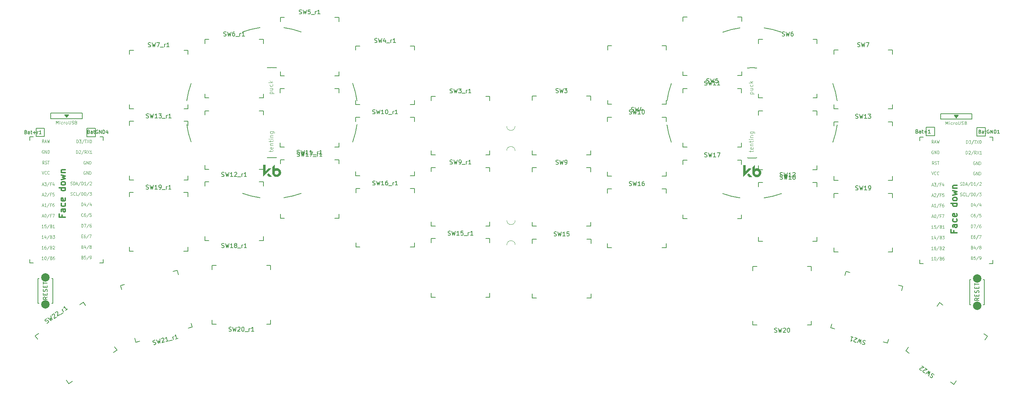
<source format=gbr>
%TF.GenerationSoftware,KiCad,Pcbnew,(6.0.5-0)*%
%TF.CreationDate,2022-07-05T16:09:48-07:00*%
%TF.ProjectId,Swept_3x5,53776570-745f-4337-9835-2e6b69636164,rev?*%
%TF.SameCoordinates,Original*%
%TF.FileFunction,Legend,Top*%
%TF.FilePolarity,Positive*%
%FSLAX46Y46*%
G04 Gerber Fmt 4.6, Leading zero omitted, Abs format (unit mm)*
G04 Created by KiCad (PCBNEW (6.0.5-0)) date 2022-07-05 16:09:48*
%MOMM*%
%LPD*%
G01*
G04 APERTURE LIST*
%ADD10C,0.300000*%
%ADD11C,0.125000*%
%ADD12C,0.120000*%
%ADD13C,0.150000*%
%ADD14C,0.100000*%
%ADD15C,0.010000*%
%ADD16C,0.200000*%
%ADD17C,2.000000*%
G04 APERTURE END LIST*
D10*
X238183658Y-71053290D02*
X238183658Y-71553290D01*
X238969372Y-71553290D02*
X237469372Y-71553290D01*
X237469372Y-70839004D01*
X238969372Y-69624718D02*
X238183658Y-69624718D01*
X238040801Y-69696147D01*
X237969372Y-69839004D01*
X237969372Y-70124718D01*
X238040801Y-70267575D01*
X238897943Y-69624718D02*
X238969372Y-69767575D01*
X238969372Y-70124718D01*
X238897943Y-70267575D01*
X238755086Y-70339004D01*
X238612229Y-70339004D01*
X238469372Y-70267575D01*
X238397943Y-70124718D01*
X238397943Y-69767575D01*
X238326515Y-69624718D01*
X238897943Y-68267575D02*
X238969372Y-68410433D01*
X238969372Y-68696147D01*
X238897943Y-68839004D01*
X238826515Y-68910433D01*
X238683658Y-68981861D01*
X238255086Y-68981861D01*
X238112229Y-68910433D01*
X238040801Y-68839004D01*
X237969372Y-68696147D01*
X237969372Y-68410433D01*
X238040801Y-68267575D01*
X238897943Y-67053290D02*
X238969372Y-67196147D01*
X238969372Y-67481861D01*
X238897943Y-67624718D01*
X238755086Y-67696147D01*
X238183658Y-67696147D01*
X238040801Y-67624718D01*
X237969372Y-67481861D01*
X237969372Y-67196147D01*
X238040801Y-67053290D01*
X238183658Y-66981861D01*
X238326515Y-66981861D01*
X238469372Y-67696147D01*
X238969372Y-64553290D02*
X237469372Y-64553290D01*
X238897943Y-64553290D02*
X238969372Y-64696147D01*
X238969372Y-64981861D01*
X238897943Y-65124718D01*
X238826515Y-65196147D01*
X238683658Y-65267575D01*
X238255086Y-65267575D01*
X238112229Y-65196147D01*
X238040801Y-65124718D01*
X237969372Y-64981861D01*
X237969372Y-64696147D01*
X238040801Y-64553290D01*
X238969372Y-63624718D02*
X238897943Y-63767575D01*
X238826515Y-63839004D01*
X238683658Y-63910433D01*
X238255086Y-63910433D01*
X238112229Y-63839004D01*
X238040801Y-63767575D01*
X237969372Y-63624718D01*
X237969372Y-63410433D01*
X238040801Y-63267575D01*
X238112229Y-63196147D01*
X238255086Y-63124718D01*
X238683658Y-63124718D01*
X238826515Y-63196147D01*
X238897943Y-63267575D01*
X238969372Y-63410433D01*
X238969372Y-63624718D01*
X237969372Y-62624718D02*
X238969372Y-62339004D01*
X238255086Y-62053290D01*
X238969372Y-61767575D01*
X237969372Y-61481861D01*
X237969372Y-60910433D02*
X238969372Y-60910433D01*
X238112229Y-60910433D02*
X238040801Y-60839004D01*
X237969372Y-60696147D01*
X237969372Y-60481861D01*
X238040801Y-60339004D01*
X238183658Y-60267575D01*
X238969372Y-60267575D01*
X25267457Y-67322057D02*
X25267457Y-67822057D01*
X26053171Y-67822057D02*
X24553171Y-67822057D01*
X24553171Y-67107771D01*
X26053171Y-65893485D02*
X25267457Y-65893485D01*
X25124600Y-65964914D01*
X25053171Y-66107771D01*
X25053171Y-66393485D01*
X25124600Y-66536342D01*
X25981742Y-65893485D02*
X26053171Y-66036342D01*
X26053171Y-66393485D01*
X25981742Y-66536342D01*
X25838885Y-66607771D01*
X25696028Y-66607771D01*
X25553171Y-66536342D01*
X25481742Y-66393485D01*
X25481742Y-66036342D01*
X25410314Y-65893485D01*
X25981742Y-64536342D02*
X26053171Y-64679200D01*
X26053171Y-64964914D01*
X25981742Y-65107771D01*
X25910314Y-65179200D01*
X25767457Y-65250628D01*
X25338885Y-65250628D01*
X25196028Y-65179200D01*
X25124600Y-65107771D01*
X25053171Y-64964914D01*
X25053171Y-64679200D01*
X25124600Y-64536342D01*
X25981742Y-63322057D02*
X26053171Y-63464914D01*
X26053171Y-63750628D01*
X25981742Y-63893485D01*
X25838885Y-63964914D01*
X25267457Y-63964914D01*
X25124600Y-63893485D01*
X25053171Y-63750628D01*
X25053171Y-63464914D01*
X25124600Y-63322057D01*
X25267457Y-63250628D01*
X25410314Y-63250628D01*
X25553171Y-63964914D01*
X26053171Y-60822057D02*
X24553171Y-60822057D01*
X25981742Y-60822057D02*
X26053171Y-60964914D01*
X26053171Y-61250628D01*
X25981742Y-61393485D01*
X25910314Y-61464914D01*
X25767457Y-61536342D01*
X25338885Y-61536342D01*
X25196028Y-61464914D01*
X25124600Y-61393485D01*
X25053171Y-61250628D01*
X25053171Y-60964914D01*
X25124600Y-60822057D01*
X26053171Y-59893485D02*
X25981742Y-60036342D01*
X25910314Y-60107771D01*
X25767457Y-60179200D01*
X25338885Y-60179200D01*
X25196028Y-60107771D01*
X25124600Y-60036342D01*
X25053171Y-59893485D01*
X25053171Y-59679200D01*
X25124600Y-59536342D01*
X25196028Y-59464914D01*
X25338885Y-59393485D01*
X25767457Y-59393485D01*
X25910314Y-59464914D01*
X25981742Y-59536342D01*
X26053171Y-59679200D01*
X26053171Y-59893485D01*
X25053171Y-58893485D02*
X26053171Y-58607771D01*
X25338885Y-58322057D01*
X26053171Y-58036342D01*
X25053171Y-57750628D01*
X25053171Y-57179200D02*
X26053171Y-57179200D01*
X25196028Y-57179200D02*
X25124600Y-57107771D01*
X25053171Y-56964914D01*
X25053171Y-56750628D01*
X25124600Y-56607771D01*
X25267457Y-56536342D01*
X26053171Y-56536342D01*
D11*
%TO.C,U1*%
X233263524Y-52000433D02*
X233199715Y-51964718D01*
X233104001Y-51964718D01*
X233008286Y-52000433D01*
X232944477Y-52071861D01*
X232912572Y-52143290D01*
X232880667Y-52286147D01*
X232880667Y-52393290D01*
X232912572Y-52536147D01*
X232944477Y-52607575D01*
X233008286Y-52679004D01*
X233104001Y-52714718D01*
X233167810Y-52714718D01*
X233263524Y-52679004D01*
X233295429Y-52643290D01*
X233295429Y-52393290D01*
X233167810Y-52393290D01*
X233582572Y-52714718D02*
X233582572Y-51964718D01*
X233965429Y-52714718D01*
X233965429Y-51964718D01*
X234284477Y-52714718D02*
X234284477Y-51964718D01*
X234444001Y-51964718D01*
X234539715Y-52000433D01*
X234603524Y-52071861D01*
X234635429Y-52143290D01*
X234667334Y-52286147D01*
X234667334Y-52393290D01*
X234635429Y-52536147D01*
X234603524Y-52607575D01*
X234539715Y-52679004D01*
X234444001Y-52714718D01*
X234284477Y-52714718D01*
X233241381Y-73064718D02*
X232858524Y-73064718D01*
X233049953Y-73064718D02*
X233049953Y-72314718D01*
X232986143Y-72421861D01*
X232922334Y-72493290D01*
X232858524Y-72529004D01*
X233815667Y-72564718D02*
X233815667Y-73064718D01*
X233656143Y-72279004D02*
X233496620Y-72814718D01*
X233911381Y-72814718D01*
X234645191Y-72279004D02*
X234070905Y-73243290D01*
X235091858Y-72671861D02*
X235187572Y-72707575D01*
X235219477Y-72743290D01*
X235251381Y-72814718D01*
X235251381Y-72921861D01*
X235219477Y-72993290D01*
X235187572Y-73029004D01*
X235123762Y-73064718D01*
X234868524Y-73064718D01*
X234868524Y-72314718D01*
X235091858Y-72314718D01*
X235155667Y-72350433D01*
X235187572Y-72386147D01*
X235219477Y-72457575D01*
X235219477Y-72529004D01*
X235187572Y-72600433D01*
X235155667Y-72636147D01*
X235091858Y-72671861D01*
X234868524Y-72671861D01*
X235474715Y-72314718D02*
X235889477Y-72314718D01*
X235666143Y-72600433D01*
X235761858Y-72600433D01*
X235825667Y-72636147D01*
X235857572Y-72671861D01*
X235889477Y-72743290D01*
X235889477Y-72921861D01*
X235857572Y-72993290D01*
X235825667Y-73029004D01*
X235761858Y-73064718D01*
X235570429Y-73064718D01*
X235506620Y-73029004D01*
X235474715Y-72993290D01*
X242532810Y-77571861D02*
X242628524Y-77607575D01*
X242660429Y-77643290D01*
X242692334Y-77714718D01*
X242692334Y-77821861D01*
X242660429Y-77893290D01*
X242628524Y-77929004D01*
X242564715Y-77964718D01*
X242309477Y-77964718D01*
X242309477Y-77214718D01*
X242532810Y-77214718D01*
X242596620Y-77250433D01*
X242628524Y-77286147D01*
X242660429Y-77357575D01*
X242660429Y-77429004D01*
X242628524Y-77500433D01*
X242596620Y-77536147D01*
X242532810Y-77571861D01*
X242309477Y-77571861D01*
X243298524Y-77214718D02*
X242979477Y-77214718D01*
X242947572Y-77571861D01*
X242979477Y-77536147D01*
X243043286Y-77500433D01*
X243202810Y-77500433D01*
X243266620Y-77536147D01*
X243298524Y-77571861D01*
X243330429Y-77643290D01*
X243330429Y-77821861D01*
X243298524Y-77893290D01*
X243266620Y-77929004D01*
X243202810Y-77964718D01*
X243043286Y-77964718D01*
X242979477Y-77929004D01*
X242947572Y-77893290D01*
X244096143Y-77179004D02*
X243521858Y-78143290D01*
X244351381Y-77964718D02*
X244479001Y-77964718D01*
X244542810Y-77929004D01*
X244574715Y-77893290D01*
X244638524Y-77786147D01*
X244670429Y-77643290D01*
X244670429Y-77357575D01*
X244638524Y-77286147D01*
X244606620Y-77250433D01*
X244542810Y-77214718D01*
X244415191Y-77214718D01*
X244351381Y-77250433D01*
X244319477Y-77286147D01*
X244287572Y-77357575D01*
X244287572Y-77536147D01*
X244319477Y-77607575D01*
X244351381Y-77643290D01*
X244415191Y-77679004D01*
X244542810Y-77679004D01*
X244606620Y-77643290D01*
X244638524Y-77607575D01*
X244670429Y-77536147D01*
X239751381Y-62729004D02*
X239847096Y-62764718D01*
X240006620Y-62764718D01*
X240070429Y-62729004D01*
X240102334Y-62693290D01*
X240134239Y-62621861D01*
X240134239Y-62550433D01*
X240102334Y-62479004D01*
X240070429Y-62443290D01*
X240006620Y-62407575D01*
X239879001Y-62371861D01*
X239815191Y-62336147D01*
X239783286Y-62300433D01*
X239751381Y-62229004D01*
X239751381Y-62157575D01*
X239783286Y-62086147D01*
X239815191Y-62050433D01*
X239879001Y-62014718D01*
X240038524Y-62014718D01*
X240134239Y-62050433D01*
X240804239Y-62693290D02*
X240772334Y-62729004D01*
X240676620Y-62764718D01*
X240612810Y-62764718D01*
X240517096Y-62729004D01*
X240453286Y-62657575D01*
X240421381Y-62586147D01*
X240389477Y-62443290D01*
X240389477Y-62336147D01*
X240421381Y-62193290D01*
X240453286Y-62121861D01*
X240517096Y-62050433D01*
X240612810Y-62014718D01*
X240676620Y-62014718D01*
X240772334Y-62050433D01*
X240804239Y-62086147D01*
X241410429Y-62764718D02*
X241091381Y-62764718D01*
X241091381Y-62014718D01*
X242112334Y-61979004D02*
X241538048Y-62943290D01*
X242335667Y-62764718D02*
X242335667Y-62014718D01*
X242495191Y-62014718D01*
X242590905Y-62050433D01*
X242654715Y-62121861D01*
X242686620Y-62193290D01*
X242718524Y-62336147D01*
X242718524Y-62443290D01*
X242686620Y-62586147D01*
X242654715Y-62657575D01*
X242590905Y-62729004D01*
X242495191Y-62764718D01*
X242335667Y-62764718D01*
X243133286Y-62014718D02*
X243197096Y-62014718D01*
X243260905Y-62050433D01*
X243292810Y-62086147D01*
X243324715Y-62157575D01*
X243356620Y-62300433D01*
X243356620Y-62479004D01*
X243324715Y-62621861D01*
X243292810Y-62693290D01*
X243260905Y-62729004D01*
X243197096Y-62764718D01*
X243133286Y-62764718D01*
X243069477Y-62729004D01*
X243037572Y-62693290D01*
X243005667Y-62621861D01*
X242973762Y-62479004D01*
X242973762Y-62300433D01*
X243005667Y-62157575D01*
X243037572Y-62086147D01*
X243069477Y-62050433D01*
X243133286Y-62014718D01*
X244122334Y-61979004D02*
X243548048Y-62943290D01*
X244281858Y-62014718D02*
X244696620Y-62014718D01*
X244473286Y-62300433D01*
X244569001Y-62300433D01*
X244632810Y-62336147D01*
X244664715Y-62371861D01*
X244696620Y-62443290D01*
X244696620Y-62621861D01*
X244664715Y-62693290D01*
X244632810Y-62729004D01*
X244569001Y-62764718D01*
X244377572Y-62764718D01*
X244313762Y-62729004D01*
X244281858Y-62693290D01*
X232938286Y-67750433D02*
X233257334Y-67750433D01*
X232874477Y-67964718D02*
X233097810Y-67214718D01*
X233321143Y-67964718D01*
X233672096Y-67214718D02*
X233735905Y-67214718D01*
X233799715Y-67250433D01*
X233831620Y-67286147D01*
X233863524Y-67357575D01*
X233895429Y-67500433D01*
X233895429Y-67679004D01*
X233863524Y-67821861D01*
X233831620Y-67893290D01*
X233799715Y-67929004D01*
X233735905Y-67964718D01*
X233672096Y-67964718D01*
X233608286Y-67929004D01*
X233576381Y-67893290D01*
X233544477Y-67821861D01*
X233512572Y-67679004D01*
X233512572Y-67500433D01*
X233544477Y-67357575D01*
X233576381Y-67286147D01*
X233608286Y-67250433D01*
X233672096Y-67214718D01*
X234661143Y-67179004D02*
X234086858Y-68143290D01*
X235107810Y-67571861D02*
X234884477Y-67571861D01*
X234884477Y-67964718D02*
X234884477Y-67214718D01*
X235203524Y-67214718D01*
X235394953Y-67214718D02*
X235841620Y-67214718D01*
X235554477Y-67964718D01*
X233241381Y-78114718D02*
X232858524Y-78114718D01*
X233049953Y-78114718D02*
X233049953Y-77364718D01*
X232986143Y-77471861D01*
X232922334Y-77543290D01*
X232858524Y-77579004D01*
X233656143Y-77364718D02*
X233719953Y-77364718D01*
X233783762Y-77400433D01*
X233815667Y-77436147D01*
X233847572Y-77507575D01*
X233879477Y-77650433D01*
X233879477Y-77829004D01*
X233847572Y-77971861D01*
X233815667Y-78043290D01*
X233783762Y-78079004D01*
X233719953Y-78114718D01*
X233656143Y-78114718D01*
X233592334Y-78079004D01*
X233560429Y-78043290D01*
X233528524Y-77971861D01*
X233496620Y-77829004D01*
X233496620Y-77650433D01*
X233528524Y-77507575D01*
X233560429Y-77436147D01*
X233592334Y-77400433D01*
X233656143Y-77364718D01*
X234645191Y-77329004D02*
X234070905Y-78293290D01*
X235091858Y-77721861D02*
X235187572Y-77757575D01*
X235219477Y-77793290D01*
X235251381Y-77864718D01*
X235251381Y-77971861D01*
X235219477Y-78043290D01*
X235187572Y-78079004D01*
X235123762Y-78114718D01*
X234868524Y-78114718D01*
X234868524Y-77364718D01*
X235091858Y-77364718D01*
X235155667Y-77400433D01*
X235187572Y-77436147D01*
X235219477Y-77507575D01*
X235219477Y-77579004D01*
X235187572Y-77650433D01*
X235155667Y-77686147D01*
X235091858Y-77721861D01*
X234868524Y-77721861D01*
X235825667Y-77364718D02*
X235698048Y-77364718D01*
X235634239Y-77400433D01*
X235602334Y-77436147D01*
X235538524Y-77543290D01*
X235506620Y-77686147D01*
X235506620Y-77971861D01*
X235538524Y-78043290D01*
X235570429Y-78079004D01*
X235634239Y-78114718D01*
X235761858Y-78114718D01*
X235825667Y-78079004D01*
X235857572Y-78043290D01*
X235889477Y-77971861D01*
X235889477Y-77793290D01*
X235857572Y-77721861D01*
X235825667Y-77686147D01*
X235761858Y-77650433D01*
X235634239Y-77650433D01*
X235570429Y-77686147D01*
X235538524Y-77721861D01*
X235506620Y-77793290D01*
X233311381Y-50164718D02*
X233088048Y-49807575D01*
X232928524Y-50164718D02*
X232928524Y-49414718D01*
X233183762Y-49414718D01*
X233247572Y-49450433D01*
X233279477Y-49486147D01*
X233311381Y-49557575D01*
X233311381Y-49664718D01*
X233279477Y-49736147D01*
X233247572Y-49771861D01*
X233183762Y-49807575D01*
X232928524Y-49807575D01*
X233566620Y-49950433D02*
X233885667Y-49950433D01*
X233502810Y-50164718D02*
X233726143Y-49414718D01*
X233949477Y-50164718D01*
X234109001Y-49414718D02*
X234268524Y-50164718D01*
X234396143Y-49629004D01*
X234523762Y-50164718D01*
X234683286Y-49414718D01*
X232938286Y-62700433D02*
X233257334Y-62700433D01*
X232874477Y-62914718D02*
X233097810Y-62164718D01*
X233321143Y-62914718D01*
X233512572Y-62236147D02*
X233544477Y-62200433D01*
X233608286Y-62164718D01*
X233767810Y-62164718D01*
X233831620Y-62200433D01*
X233863524Y-62236147D01*
X233895429Y-62307575D01*
X233895429Y-62379004D01*
X233863524Y-62486147D01*
X233480667Y-62914718D01*
X233895429Y-62914718D01*
X234661143Y-62129004D02*
X234086858Y-63093290D01*
X235107810Y-62521861D02*
X234884477Y-62521861D01*
X234884477Y-62914718D02*
X234884477Y-62164718D01*
X235203524Y-62164718D01*
X235777810Y-62164718D02*
X235458762Y-62164718D01*
X235426858Y-62521861D01*
X235458762Y-62486147D01*
X235522572Y-62450433D01*
X235682096Y-62450433D01*
X235745905Y-62486147D01*
X235777810Y-62521861D01*
X235809715Y-62593290D01*
X235809715Y-62771861D01*
X235777810Y-62843290D01*
X235745905Y-62879004D01*
X235682096Y-62914718D01*
X235522572Y-62914718D01*
X235458762Y-62879004D01*
X235426858Y-62843290D01*
X232880667Y-56964718D02*
X233104001Y-57714718D01*
X233327334Y-56964718D01*
X233933524Y-57643290D02*
X233901620Y-57679004D01*
X233805905Y-57714718D01*
X233742096Y-57714718D01*
X233646381Y-57679004D01*
X233582572Y-57607575D01*
X233550667Y-57536147D01*
X233518762Y-57393290D01*
X233518762Y-57286147D01*
X233550667Y-57143290D01*
X233582572Y-57071861D01*
X233646381Y-57000433D01*
X233742096Y-56964718D01*
X233805905Y-56964718D01*
X233901620Y-57000433D01*
X233933524Y-57036147D01*
X234603524Y-57643290D02*
X234571620Y-57679004D01*
X234475905Y-57714718D01*
X234412096Y-57714718D01*
X234316381Y-57679004D01*
X234252572Y-57607575D01*
X234220667Y-57536147D01*
X234188762Y-57393290D01*
X234188762Y-57286147D01*
X234220667Y-57143290D01*
X234252572Y-57071861D01*
X234316381Y-57000433D01*
X234412096Y-56964718D01*
X234475905Y-56964718D01*
X234571620Y-57000433D01*
X234603524Y-57036147D01*
X233407096Y-55264718D02*
X233183762Y-54907575D01*
X233024239Y-55264718D02*
X233024239Y-54514718D01*
X233279477Y-54514718D01*
X233343286Y-54550433D01*
X233375191Y-54586147D01*
X233407096Y-54657575D01*
X233407096Y-54764718D01*
X233375191Y-54836147D01*
X233343286Y-54871861D01*
X233279477Y-54907575D01*
X233024239Y-54907575D01*
X233662334Y-55229004D02*
X233758048Y-55264718D01*
X233917572Y-55264718D01*
X233981381Y-55229004D01*
X234013286Y-55193290D01*
X234045191Y-55121861D01*
X234045191Y-55050433D01*
X234013286Y-54979004D01*
X233981381Y-54943290D01*
X233917572Y-54907575D01*
X233789953Y-54871861D01*
X233726143Y-54836147D01*
X233694239Y-54800433D01*
X233662334Y-54729004D01*
X233662334Y-54657575D01*
X233694239Y-54586147D01*
X233726143Y-54550433D01*
X233789953Y-54514718D01*
X233949477Y-54514718D01*
X234045191Y-54550433D01*
X234236620Y-54514718D02*
X234619477Y-54514718D01*
X234428048Y-55264718D02*
X234428048Y-54514718D01*
X242692334Y-67743290D02*
X242660429Y-67779004D01*
X242564715Y-67814718D01*
X242500905Y-67814718D01*
X242405191Y-67779004D01*
X242341381Y-67707575D01*
X242309477Y-67636147D01*
X242277572Y-67493290D01*
X242277572Y-67386147D01*
X242309477Y-67243290D01*
X242341381Y-67171861D01*
X242405191Y-67100433D01*
X242500905Y-67064718D01*
X242564715Y-67064718D01*
X242660429Y-67100433D01*
X242692334Y-67136147D01*
X243266620Y-67064718D02*
X243139001Y-67064718D01*
X243075191Y-67100433D01*
X243043286Y-67136147D01*
X242979477Y-67243290D01*
X242947572Y-67386147D01*
X242947572Y-67671861D01*
X242979477Y-67743290D01*
X243011381Y-67779004D01*
X243075191Y-67814718D01*
X243202810Y-67814718D01*
X243266620Y-67779004D01*
X243298524Y-67743290D01*
X243330429Y-67671861D01*
X243330429Y-67493290D01*
X243298524Y-67421861D01*
X243266620Y-67386147D01*
X243202810Y-67350433D01*
X243075191Y-67350433D01*
X243011381Y-67386147D01*
X242979477Y-67421861D01*
X242947572Y-67493290D01*
X244096143Y-67029004D02*
X243521858Y-67993290D01*
X244638524Y-67064718D02*
X244319477Y-67064718D01*
X244287572Y-67421861D01*
X244319477Y-67386147D01*
X244383286Y-67350433D01*
X244542810Y-67350433D01*
X244606620Y-67386147D01*
X244638524Y-67421861D01*
X244670429Y-67493290D01*
X244670429Y-67671861D01*
X244638524Y-67743290D01*
X244606620Y-67779004D01*
X244542810Y-67814718D01*
X244383286Y-67814718D01*
X244319477Y-67779004D01*
X244287572Y-67743290D01*
X233241381Y-75614718D02*
X232858524Y-75614718D01*
X233049953Y-75614718D02*
X233049953Y-74864718D01*
X232986143Y-74971861D01*
X232922334Y-75043290D01*
X232858524Y-75079004D01*
X233815667Y-74864718D02*
X233688048Y-74864718D01*
X233624239Y-74900433D01*
X233592334Y-74936147D01*
X233528524Y-75043290D01*
X233496620Y-75186147D01*
X233496620Y-75471861D01*
X233528524Y-75543290D01*
X233560429Y-75579004D01*
X233624239Y-75614718D01*
X233751858Y-75614718D01*
X233815667Y-75579004D01*
X233847572Y-75543290D01*
X233879477Y-75471861D01*
X233879477Y-75293290D01*
X233847572Y-75221861D01*
X233815667Y-75186147D01*
X233751858Y-75150433D01*
X233624239Y-75150433D01*
X233560429Y-75186147D01*
X233528524Y-75221861D01*
X233496620Y-75293290D01*
X234645191Y-74829004D02*
X234070905Y-75793290D01*
X235091858Y-75221861D02*
X235187572Y-75257575D01*
X235219477Y-75293290D01*
X235251381Y-75364718D01*
X235251381Y-75471861D01*
X235219477Y-75543290D01*
X235187572Y-75579004D01*
X235123762Y-75614718D01*
X234868524Y-75614718D01*
X234868524Y-74864718D01*
X235091858Y-74864718D01*
X235155667Y-74900433D01*
X235187572Y-74936147D01*
X235219477Y-75007575D01*
X235219477Y-75079004D01*
X235187572Y-75150433D01*
X235155667Y-75186147D01*
X235091858Y-75221861D01*
X234868524Y-75221861D01*
X235506620Y-74936147D02*
X235538524Y-74900433D01*
X235602334Y-74864718D01*
X235761858Y-74864718D01*
X235825667Y-74900433D01*
X235857572Y-74936147D01*
X235889477Y-75007575D01*
X235889477Y-75079004D01*
X235857572Y-75186147D01*
X235474715Y-75614718D01*
X235889477Y-75614718D01*
X242309477Y-70364718D02*
X242309477Y-69614718D01*
X242469001Y-69614718D01*
X242564715Y-69650433D01*
X242628524Y-69721861D01*
X242660429Y-69793290D01*
X242692334Y-69936147D01*
X242692334Y-70043290D01*
X242660429Y-70186147D01*
X242628524Y-70257575D01*
X242564715Y-70329004D01*
X242469001Y-70364718D01*
X242309477Y-70364718D01*
X242915667Y-69614718D02*
X243362334Y-69614718D01*
X243075191Y-70364718D01*
X244096143Y-69579004D02*
X243521858Y-70543290D01*
X244606620Y-69614718D02*
X244479001Y-69614718D01*
X244415191Y-69650433D01*
X244383286Y-69686147D01*
X244319477Y-69793290D01*
X244287572Y-69936147D01*
X244287572Y-70221861D01*
X244319477Y-70293290D01*
X244351381Y-70329004D01*
X244415191Y-70364718D01*
X244542810Y-70364718D01*
X244606620Y-70329004D01*
X244638524Y-70293290D01*
X244670429Y-70221861D01*
X244670429Y-70043290D01*
X244638524Y-69971861D01*
X244606620Y-69936147D01*
X244542810Y-69900433D01*
X244415191Y-69900433D01*
X244351381Y-69936147D01*
X244319477Y-69971861D01*
X244287572Y-70043290D01*
X243213524Y-54600433D02*
X243149715Y-54564718D01*
X243054001Y-54564718D01*
X242958286Y-54600433D01*
X242894477Y-54671861D01*
X242862572Y-54743290D01*
X242830667Y-54886147D01*
X242830667Y-54993290D01*
X242862572Y-55136147D01*
X242894477Y-55207575D01*
X242958286Y-55279004D01*
X243054001Y-55314718D01*
X243117810Y-55314718D01*
X243213524Y-55279004D01*
X243245429Y-55243290D01*
X243245429Y-54993290D01*
X243117810Y-54993290D01*
X243532572Y-55314718D02*
X243532572Y-54564718D01*
X243915429Y-55314718D01*
X243915429Y-54564718D01*
X244234477Y-55314718D02*
X244234477Y-54564718D01*
X244394001Y-54564718D01*
X244489715Y-54600433D01*
X244553524Y-54671861D01*
X244585429Y-54743290D01*
X244617334Y-54886147D01*
X244617334Y-54993290D01*
X244585429Y-55136147D01*
X244553524Y-55207575D01*
X244489715Y-55279004D01*
X244394001Y-55314718D01*
X244234477Y-55314718D01*
X233241381Y-70514718D02*
X232858524Y-70514718D01*
X233049953Y-70514718D02*
X233049953Y-69764718D01*
X232986143Y-69871861D01*
X232922334Y-69943290D01*
X232858524Y-69979004D01*
X233847572Y-69764718D02*
X233528524Y-69764718D01*
X233496620Y-70121861D01*
X233528524Y-70086147D01*
X233592334Y-70050433D01*
X233751858Y-70050433D01*
X233815667Y-70086147D01*
X233847572Y-70121861D01*
X233879477Y-70193290D01*
X233879477Y-70371861D01*
X233847572Y-70443290D01*
X233815667Y-70479004D01*
X233751858Y-70514718D01*
X233592334Y-70514718D01*
X233528524Y-70479004D01*
X233496620Y-70443290D01*
X234645191Y-69729004D02*
X234070905Y-70693290D01*
X235091858Y-70121861D02*
X235187572Y-70157575D01*
X235219477Y-70193290D01*
X235251381Y-70264718D01*
X235251381Y-70371861D01*
X235219477Y-70443290D01*
X235187572Y-70479004D01*
X235123762Y-70514718D01*
X234868524Y-70514718D01*
X234868524Y-69764718D01*
X235091858Y-69764718D01*
X235155667Y-69800433D01*
X235187572Y-69836147D01*
X235219477Y-69907575D01*
X235219477Y-69979004D01*
X235187572Y-70050433D01*
X235155667Y-70086147D01*
X235091858Y-70121861D01*
X234868524Y-70121861D01*
X235889477Y-70514718D02*
X235506620Y-70514718D01*
X235698048Y-70514718D02*
X235698048Y-69764718D01*
X235634239Y-69871861D01*
X235570429Y-69943290D01*
X235506620Y-69979004D01*
X232938286Y-65200433D02*
X233257334Y-65200433D01*
X232874477Y-65414718D02*
X233097810Y-64664718D01*
X233321143Y-65414718D01*
X233895429Y-65414718D02*
X233512572Y-65414718D01*
X233704001Y-65414718D02*
X233704001Y-64664718D01*
X233640191Y-64771861D01*
X233576381Y-64843290D01*
X233512572Y-64879004D01*
X234661143Y-64629004D02*
X234086858Y-65593290D01*
X235107810Y-65021861D02*
X234884477Y-65021861D01*
X234884477Y-65414718D02*
X234884477Y-64664718D01*
X235203524Y-64664718D01*
X235745905Y-64664718D02*
X235618286Y-64664718D01*
X235554477Y-64700433D01*
X235522572Y-64736147D01*
X235458762Y-64843290D01*
X235426858Y-64986147D01*
X235426858Y-65271861D01*
X235458762Y-65343290D01*
X235490667Y-65379004D01*
X235554477Y-65414718D01*
X235682096Y-65414718D01*
X235745905Y-65379004D01*
X235777810Y-65343290D01*
X235809715Y-65271861D01*
X235809715Y-65093290D01*
X235777810Y-65021861D01*
X235745905Y-64986147D01*
X235682096Y-64950433D01*
X235554477Y-64950433D01*
X235490667Y-64986147D01*
X235458762Y-65021861D01*
X235426858Y-65093290D01*
D12*
X236272572Y-45714718D02*
X236272572Y-44964718D01*
X236522572Y-45500433D01*
X236772572Y-44964718D01*
X236772572Y-45714718D01*
X237129715Y-45714718D02*
X237129715Y-45214718D01*
X237129715Y-44964718D02*
X237094001Y-45000433D01*
X237129715Y-45036147D01*
X237165429Y-45000433D01*
X237129715Y-44964718D01*
X237129715Y-45036147D01*
X237808286Y-45679004D02*
X237736858Y-45714718D01*
X237594001Y-45714718D01*
X237522572Y-45679004D01*
X237486858Y-45643290D01*
X237451143Y-45571861D01*
X237451143Y-45357575D01*
X237486858Y-45286147D01*
X237522572Y-45250433D01*
X237594001Y-45214718D01*
X237736858Y-45214718D01*
X237808286Y-45250433D01*
X238129715Y-45714718D02*
X238129715Y-45214718D01*
X238129715Y-45357575D02*
X238165429Y-45286147D01*
X238201143Y-45250433D01*
X238272572Y-45214718D01*
X238344001Y-45214718D01*
X238701143Y-45714718D02*
X238629715Y-45679004D01*
X238594001Y-45643290D01*
X238558286Y-45571861D01*
X238558286Y-45357575D01*
X238594001Y-45286147D01*
X238629715Y-45250433D01*
X238701143Y-45214718D01*
X238808286Y-45214718D01*
X238879715Y-45250433D01*
X238915429Y-45286147D01*
X238951143Y-45357575D01*
X238951143Y-45571861D01*
X238915429Y-45643290D01*
X238879715Y-45679004D01*
X238808286Y-45714718D01*
X238701143Y-45714718D01*
X239272572Y-44964718D02*
X239272572Y-45571861D01*
X239308286Y-45643290D01*
X239344001Y-45679004D01*
X239415429Y-45714718D01*
X239558286Y-45714718D01*
X239629715Y-45679004D01*
X239665429Y-45643290D01*
X239701143Y-45571861D01*
X239701143Y-44964718D01*
X240022572Y-45679004D02*
X240129715Y-45714718D01*
X240308286Y-45714718D01*
X240379715Y-45679004D01*
X240415429Y-45643290D01*
X240451143Y-45571861D01*
X240451143Y-45500433D01*
X240415429Y-45429004D01*
X240379715Y-45393290D01*
X240308286Y-45357575D01*
X240165429Y-45321861D01*
X240094001Y-45286147D01*
X240058286Y-45250433D01*
X240022572Y-45179004D01*
X240022572Y-45107575D01*
X240058286Y-45036147D01*
X240094001Y-45000433D01*
X240165429Y-44964718D01*
X240344001Y-44964718D01*
X240451143Y-45000433D01*
X241022572Y-45321861D02*
X241129715Y-45357575D01*
X241165429Y-45393290D01*
X241201143Y-45464718D01*
X241201143Y-45571861D01*
X241165429Y-45643290D01*
X241129715Y-45679004D01*
X241058286Y-45714718D01*
X240772572Y-45714718D01*
X240772572Y-44964718D01*
X241022572Y-44964718D01*
X241094001Y-45000433D01*
X241129715Y-45036147D01*
X241165429Y-45107575D01*
X241165429Y-45179004D01*
X241129715Y-45250433D01*
X241094001Y-45286147D01*
X241022572Y-45321861D01*
X240772572Y-45321861D01*
X236272572Y-45714718D02*
X236272572Y-44964718D01*
X236522572Y-45500433D01*
X236772572Y-44964718D01*
X236772572Y-45714718D01*
X237129715Y-45714718D02*
X237129715Y-45214718D01*
X237129715Y-44964718D02*
X237094001Y-45000433D01*
X237129715Y-45036147D01*
X237165429Y-45000433D01*
X237129715Y-44964718D01*
X237129715Y-45036147D01*
X237808286Y-45679004D02*
X237736858Y-45714718D01*
X237594001Y-45714718D01*
X237522572Y-45679004D01*
X237486858Y-45643290D01*
X237451143Y-45571861D01*
X237451143Y-45357575D01*
X237486858Y-45286147D01*
X237522572Y-45250433D01*
X237594001Y-45214718D01*
X237736858Y-45214718D01*
X237808286Y-45250433D01*
X238129715Y-45714718D02*
X238129715Y-45214718D01*
X238129715Y-45357575D02*
X238165429Y-45286147D01*
X238201143Y-45250433D01*
X238272572Y-45214718D01*
X238344001Y-45214718D01*
X238701143Y-45714718D02*
X238629715Y-45679004D01*
X238594001Y-45643290D01*
X238558286Y-45571861D01*
X238558286Y-45357575D01*
X238594001Y-45286147D01*
X238629715Y-45250433D01*
X238701143Y-45214718D01*
X238808286Y-45214718D01*
X238879715Y-45250433D01*
X238915429Y-45286147D01*
X238951143Y-45357575D01*
X238951143Y-45571861D01*
X238915429Y-45643290D01*
X238879715Y-45679004D01*
X238808286Y-45714718D01*
X238701143Y-45714718D01*
X239272572Y-44964718D02*
X239272572Y-45571861D01*
X239308286Y-45643290D01*
X239344001Y-45679004D01*
X239415429Y-45714718D01*
X239558286Y-45714718D01*
X239629715Y-45679004D01*
X239665429Y-45643290D01*
X239701143Y-45571861D01*
X239701143Y-44964718D01*
X240022572Y-45679004D02*
X240129715Y-45714718D01*
X240308286Y-45714718D01*
X240379715Y-45679004D01*
X240415429Y-45643290D01*
X240451143Y-45571861D01*
X240451143Y-45500433D01*
X240415429Y-45429004D01*
X240379715Y-45393290D01*
X240308286Y-45357575D01*
X240165429Y-45321861D01*
X240094001Y-45286147D01*
X240058286Y-45250433D01*
X240022572Y-45179004D01*
X240022572Y-45107575D01*
X240058286Y-45036147D01*
X240094001Y-45000433D01*
X240165429Y-44964718D01*
X240344001Y-44964718D01*
X240451143Y-45000433D01*
X241022572Y-45321861D02*
X241129715Y-45357575D01*
X241165429Y-45393290D01*
X241201143Y-45464718D01*
X241201143Y-45571861D01*
X241165429Y-45643290D01*
X241129715Y-45679004D01*
X241058286Y-45714718D01*
X240772572Y-45714718D01*
X240772572Y-44964718D01*
X241022572Y-44964718D01*
X241094001Y-45000433D01*
X241129715Y-45036147D01*
X241165429Y-45107575D01*
X241165429Y-45179004D01*
X241129715Y-45250433D01*
X241094001Y-45286147D01*
X241022572Y-45321861D01*
X240772572Y-45321861D01*
D11*
X242532810Y-75071861D02*
X242628524Y-75107575D01*
X242660429Y-75143290D01*
X242692334Y-75214718D01*
X242692334Y-75321861D01*
X242660429Y-75393290D01*
X242628524Y-75429004D01*
X242564715Y-75464718D01*
X242309477Y-75464718D01*
X242309477Y-74714718D01*
X242532810Y-74714718D01*
X242596620Y-74750433D01*
X242628524Y-74786147D01*
X242660429Y-74857575D01*
X242660429Y-74929004D01*
X242628524Y-75000433D01*
X242596620Y-75036147D01*
X242532810Y-75071861D01*
X242309477Y-75071861D01*
X243266620Y-74964718D02*
X243266620Y-75464718D01*
X243107096Y-74679004D02*
X242947572Y-75214718D01*
X243362334Y-75214718D01*
X244096143Y-74679004D02*
X243521858Y-75643290D01*
X244415191Y-75036147D02*
X244351381Y-75000433D01*
X244319477Y-74964718D01*
X244287572Y-74893290D01*
X244287572Y-74857575D01*
X244319477Y-74786147D01*
X244351381Y-74750433D01*
X244415191Y-74714718D01*
X244542810Y-74714718D01*
X244606620Y-74750433D01*
X244638524Y-74786147D01*
X244670429Y-74857575D01*
X244670429Y-74893290D01*
X244638524Y-74964718D01*
X244606620Y-75000433D01*
X244542810Y-75036147D01*
X244415191Y-75036147D01*
X244351381Y-75071861D01*
X244319477Y-75107575D01*
X244287572Y-75179004D01*
X244287572Y-75321861D01*
X244319477Y-75393290D01*
X244351381Y-75429004D01*
X244415191Y-75464718D01*
X244542810Y-75464718D01*
X244606620Y-75429004D01*
X244638524Y-75393290D01*
X244670429Y-75321861D01*
X244670429Y-75179004D01*
X244638524Y-75107575D01*
X244606620Y-75071861D01*
X244542810Y-75036147D01*
X232938286Y-60200433D02*
X233257334Y-60200433D01*
X232874477Y-60414718D02*
X233097810Y-59664718D01*
X233321143Y-60414718D01*
X233480667Y-59664718D02*
X233895429Y-59664718D01*
X233672096Y-59950433D01*
X233767810Y-59950433D01*
X233831620Y-59986147D01*
X233863524Y-60021861D01*
X233895429Y-60093290D01*
X233895429Y-60271861D01*
X233863524Y-60343290D01*
X233831620Y-60379004D01*
X233767810Y-60414718D01*
X233576381Y-60414718D01*
X233512572Y-60379004D01*
X233480667Y-60343290D01*
X234661143Y-59629004D02*
X234086858Y-60593290D01*
X235107810Y-60021861D02*
X234884477Y-60021861D01*
X234884477Y-60414718D02*
X234884477Y-59664718D01*
X235203524Y-59664718D01*
X235745905Y-59914718D02*
X235745905Y-60414718D01*
X235586381Y-59629004D02*
X235426858Y-60164718D01*
X235841620Y-60164718D01*
X239735429Y-60229004D02*
X239831143Y-60264718D01*
X239990667Y-60264718D01*
X240054477Y-60229004D01*
X240086381Y-60193290D01*
X240118286Y-60121861D01*
X240118286Y-60050433D01*
X240086381Y-59979004D01*
X240054477Y-59943290D01*
X239990667Y-59907575D01*
X239863048Y-59871861D01*
X239799239Y-59836147D01*
X239767334Y-59800433D01*
X239735429Y-59729004D01*
X239735429Y-59657575D01*
X239767334Y-59586147D01*
X239799239Y-59550433D01*
X239863048Y-59514718D01*
X240022572Y-59514718D01*
X240118286Y-59550433D01*
X240405429Y-60264718D02*
X240405429Y-59514718D01*
X240564953Y-59514718D01*
X240660667Y-59550433D01*
X240724477Y-59621861D01*
X240756381Y-59693290D01*
X240788286Y-59836147D01*
X240788286Y-59943290D01*
X240756381Y-60086147D01*
X240724477Y-60157575D01*
X240660667Y-60229004D01*
X240564953Y-60264718D01*
X240405429Y-60264718D01*
X241043524Y-60050433D02*
X241362572Y-60050433D01*
X240979715Y-60264718D02*
X241203048Y-59514718D01*
X241426381Y-60264718D01*
X242128286Y-59479004D02*
X241554001Y-60443290D01*
X242351620Y-60264718D02*
X242351620Y-59514718D01*
X242511143Y-59514718D01*
X242606858Y-59550433D01*
X242670667Y-59621861D01*
X242702572Y-59693290D01*
X242734477Y-59836147D01*
X242734477Y-59943290D01*
X242702572Y-60086147D01*
X242670667Y-60157575D01*
X242606858Y-60229004D01*
X242511143Y-60264718D01*
X242351620Y-60264718D01*
X243372572Y-60264718D02*
X242989715Y-60264718D01*
X243181143Y-60264718D02*
X243181143Y-59514718D01*
X243117334Y-59621861D01*
X243053524Y-59693290D01*
X242989715Y-59729004D01*
X244138286Y-59479004D02*
X243564001Y-60443290D01*
X244329715Y-59586147D02*
X244361620Y-59550433D01*
X244425429Y-59514718D01*
X244584953Y-59514718D01*
X244648762Y-59550433D01*
X244680667Y-59586147D01*
X244712572Y-59657575D01*
X244712572Y-59729004D01*
X244680667Y-59836147D01*
X244297810Y-60264718D01*
X244712572Y-60264718D01*
X242309477Y-65264718D02*
X242309477Y-64514718D01*
X242469001Y-64514718D01*
X242564715Y-64550433D01*
X242628524Y-64621861D01*
X242660429Y-64693290D01*
X242692334Y-64836147D01*
X242692334Y-64943290D01*
X242660429Y-65086147D01*
X242628524Y-65157575D01*
X242564715Y-65229004D01*
X242469001Y-65264718D01*
X242309477Y-65264718D01*
X243266620Y-64764718D02*
X243266620Y-65264718D01*
X243107096Y-64479004D02*
X242947572Y-65014718D01*
X243362334Y-65014718D01*
X244096143Y-64479004D02*
X243521858Y-65443290D01*
X244606620Y-64764718D02*
X244606620Y-65264718D01*
X244447096Y-64479004D02*
X244287572Y-65014718D01*
X244702334Y-65014718D01*
X241105429Y-52764718D02*
X241105429Y-52014718D01*
X241264953Y-52014718D01*
X241360667Y-52050433D01*
X241424477Y-52121861D01*
X241456381Y-52193290D01*
X241488286Y-52336147D01*
X241488286Y-52443290D01*
X241456381Y-52586147D01*
X241424477Y-52657575D01*
X241360667Y-52729004D01*
X241264953Y-52764718D01*
X241105429Y-52764718D01*
X241743524Y-52086147D02*
X241775429Y-52050433D01*
X241839239Y-52014718D01*
X241998762Y-52014718D01*
X242062572Y-52050433D01*
X242094477Y-52086147D01*
X242126381Y-52157575D01*
X242126381Y-52229004D01*
X242094477Y-52336147D01*
X241711620Y-52764718D01*
X242126381Y-52764718D01*
X242892096Y-51979004D02*
X242317810Y-52943290D01*
X243498286Y-52764718D02*
X243274953Y-52407575D01*
X243115429Y-52764718D02*
X243115429Y-52014718D01*
X243370667Y-52014718D01*
X243434477Y-52050433D01*
X243466381Y-52086147D01*
X243498286Y-52157575D01*
X243498286Y-52264718D01*
X243466381Y-52336147D01*
X243434477Y-52371861D01*
X243370667Y-52407575D01*
X243115429Y-52407575D01*
X243721620Y-52014718D02*
X244168286Y-52764718D01*
X244168286Y-52014718D02*
X243721620Y-52764718D01*
X244774477Y-52764718D02*
X244391620Y-52764718D01*
X244583048Y-52764718D02*
X244583048Y-52014718D01*
X244519239Y-52121861D01*
X244455429Y-52193290D01*
X244391620Y-52229004D01*
X242341381Y-72521861D02*
X242564715Y-72521861D01*
X242660429Y-72914718D02*
X242341381Y-72914718D01*
X242341381Y-72164718D01*
X242660429Y-72164718D01*
X243234715Y-72164718D02*
X243107096Y-72164718D01*
X243043286Y-72200433D01*
X243011381Y-72236147D01*
X242947572Y-72343290D01*
X242915667Y-72486147D01*
X242915667Y-72771861D01*
X242947572Y-72843290D01*
X242979477Y-72879004D01*
X243043286Y-72914718D01*
X243170905Y-72914718D01*
X243234715Y-72879004D01*
X243266620Y-72843290D01*
X243298524Y-72771861D01*
X243298524Y-72593290D01*
X243266620Y-72521861D01*
X243234715Y-72486147D01*
X243170905Y-72450433D01*
X243043286Y-72450433D01*
X242979477Y-72486147D01*
X242947572Y-72521861D01*
X242915667Y-72593290D01*
X244064239Y-72129004D02*
X243489953Y-73093290D01*
X244223762Y-72164718D02*
X244670429Y-72164718D01*
X244383286Y-72914718D01*
X241185191Y-50214718D02*
X241185191Y-49464718D01*
X241344715Y-49464718D01*
X241440429Y-49500433D01*
X241504239Y-49571861D01*
X241536143Y-49643290D01*
X241568048Y-49786147D01*
X241568048Y-49893290D01*
X241536143Y-50036147D01*
X241504239Y-50107575D01*
X241440429Y-50179004D01*
X241344715Y-50214718D01*
X241185191Y-50214718D01*
X241791381Y-49464718D02*
X242206143Y-49464718D01*
X241982810Y-49750433D01*
X242078524Y-49750433D01*
X242142334Y-49786147D01*
X242174239Y-49821861D01*
X242206143Y-49893290D01*
X242206143Y-50071861D01*
X242174239Y-50143290D01*
X242142334Y-50179004D01*
X242078524Y-50214718D01*
X241887096Y-50214718D01*
X241823286Y-50179004D01*
X241791381Y-50143290D01*
X242971858Y-49429004D02*
X242397572Y-50393290D01*
X243099477Y-49464718D02*
X243482334Y-49464718D01*
X243290905Y-50214718D02*
X243290905Y-49464718D01*
X243641858Y-49464718D02*
X244088524Y-50214718D01*
X244088524Y-49464718D02*
X243641858Y-50214718D01*
X244471381Y-49464718D02*
X244535191Y-49464718D01*
X244599001Y-49500433D01*
X244630905Y-49536147D01*
X244662810Y-49607575D01*
X244694715Y-49750433D01*
X244694715Y-49929004D01*
X244662810Y-50071861D01*
X244630905Y-50143290D01*
X244599001Y-50179004D01*
X244535191Y-50214718D01*
X244471381Y-50214718D01*
X244407572Y-50179004D01*
X244375667Y-50143290D01*
X244343762Y-50071861D01*
X244311858Y-49929004D01*
X244311858Y-49750433D01*
X244343762Y-49607575D01*
X244375667Y-49536147D01*
X244407572Y-49500433D01*
X244471381Y-49464718D01*
X243213524Y-57050433D02*
X243149715Y-57014718D01*
X243054001Y-57014718D01*
X242958286Y-57050433D01*
X242894477Y-57121861D01*
X242862572Y-57193290D01*
X242830667Y-57336147D01*
X242830667Y-57443290D01*
X242862572Y-57586147D01*
X242894477Y-57657575D01*
X242958286Y-57729004D01*
X243054001Y-57764718D01*
X243117810Y-57764718D01*
X243213524Y-57729004D01*
X243245429Y-57693290D01*
X243245429Y-57443290D01*
X243117810Y-57443290D01*
X243532572Y-57764718D02*
X243532572Y-57014718D01*
X243915429Y-57764718D01*
X243915429Y-57014718D01*
X244234477Y-57764718D02*
X244234477Y-57014718D01*
X244394001Y-57014718D01*
X244489715Y-57050433D01*
X244553524Y-57121861D01*
X244585429Y-57193290D01*
X244617334Y-57336147D01*
X244617334Y-57443290D01*
X244585429Y-57586147D01*
X244553524Y-57657575D01*
X244489715Y-57729004D01*
X244394001Y-57764718D01*
X244234477Y-57764718D01*
D13*
%TO.C,SW16*%
X160687677Y-60269994D02*
X160830534Y-60317613D01*
X161068629Y-60317613D01*
X161163867Y-60269994D01*
X161211486Y-60222375D01*
X161259105Y-60127137D01*
X161259105Y-60031899D01*
X161211486Y-59936661D01*
X161163867Y-59889042D01*
X161068629Y-59841423D01*
X160878153Y-59793804D01*
X160782915Y-59746185D01*
X160735296Y-59698566D01*
X160687677Y-59603328D01*
X160687677Y-59508090D01*
X160735296Y-59412852D01*
X160782915Y-59365233D01*
X160878153Y-59317613D01*
X161116248Y-59317613D01*
X161259105Y-59365233D01*
X161592439Y-59317613D02*
X161830534Y-60317613D01*
X162021010Y-59603328D01*
X162211486Y-60317613D01*
X162449581Y-59317613D01*
X163354343Y-60317613D02*
X162782915Y-60317613D01*
X163068629Y-60317613D02*
X163068629Y-59317613D01*
X162973391Y-59460471D01*
X162878153Y-59555709D01*
X162782915Y-59603328D01*
X164211486Y-59317613D02*
X164021010Y-59317613D01*
X163925772Y-59365233D01*
X163878153Y-59412852D01*
X163782915Y-59555709D01*
X163735296Y-59746185D01*
X163735296Y-60127137D01*
X163782915Y-60222375D01*
X163830534Y-60269994D01*
X163925772Y-60317613D01*
X164116248Y-60317613D01*
X164211486Y-60269994D01*
X164259105Y-60222375D01*
X164306724Y-60127137D01*
X164306724Y-59889042D01*
X164259105Y-59793804D01*
X164211486Y-59746185D01*
X164116248Y-59698566D01*
X163925772Y-59698566D01*
X163830534Y-59746185D01*
X163782915Y-59793804D01*
X163735296Y-59889042D01*
%TO.C,SW20*%
X195384077Y-95296594D02*
X195526934Y-95344213D01*
X195765029Y-95344213D01*
X195860267Y-95296594D01*
X195907886Y-95248975D01*
X195955505Y-95153737D01*
X195955505Y-95058499D01*
X195907886Y-94963261D01*
X195860267Y-94915642D01*
X195765029Y-94868023D01*
X195574553Y-94820404D01*
X195479315Y-94772785D01*
X195431696Y-94725166D01*
X195384077Y-94629928D01*
X195384077Y-94534690D01*
X195431696Y-94439452D01*
X195479315Y-94391833D01*
X195574553Y-94344213D01*
X195812648Y-94344213D01*
X195955505Y-94391833D01*
X196288839Y-94344213D02*
X196526934Y-95344213D01*
X196717410Y-94629928D01*
X196907886Y-95344213D01*
X197145981Y-94344213D01*
X197479315Y-94439452D02*
X197526934Y-94391833D01*
X197622172Y-94344213D01*
X197860267Y-94344213D01*
X197955505Y-94391833D01*
X198003124Y-94439452D01*
X198050743Y-94534690D01*
X198050743Y-94629928D01*
X198003124Y-94772785D01*
X197431696Y-95344213D01*
X198050743Y-95344213D01*
X198669791Y-94344213D02*
X198765029Y-94344213D01*
X198860267Y-94391833D01*
X198907886Y-94439452D01*
X198955505Y-94534690D01*
X199003124Y-94725166D01*
X199003124Y-94963261D01*
X198955505Y-95153737D01*
X198907886Y-95248975D01*
X198860267Y-95296594D01*
X198765029Y-95344213D01*
X198669791Y-95344213D01*
X198574553Y-95296594D01*
X198526934Y-95248975D01*
X198479315Y-95153737D01*
X198431696Y-94963261D01*
X198431696Y-94725166D01*
X198479315Y-94534690D01*
X198526934Y-94439452D01*
X198574553Y-94391833D01*
X198669791Y-94344213D01*
%TO.C,SW15*%
X142729877Y-72284194D02*
X142872734Y-72331813D01*
X143110829Y-72331813D01*
X143206067Y-72284194D01*
X143253686Y-72236575D01*
X143301305Y-72141337D01*
X143301305Y-72046099D01*
X143253686Y-71950861D01*
X143206067Y-71903242D01*
X143110829Y-71855623D01*
X142920353Y-71808004D01*
X142825115Y-71760385D01*
X142777496Y-71712766D01*
X142729877Y-71617528D01*
X142729877Y-71522290D01*
X142777496Y-71427052D01*
X142825115Y-71379433D01*
X142920353Y-71331813D01*
X143158448Y-71331813D01*
X143301305Y-71379433D01*
X143634639Y-71331813D02*
X143872734Y-72331813D01*
X144063210Y-71617528D01*
X144253686Y-72331813D01*
X144491781Y-71331813D01*
X145396543Y-72331813D02*
X144825115Y-72331813D01*
X145110829Y-72331813D02*
X145110829Y-71331813D01*
X145015591Y-71474671D01*
X144920353Y-71569909D01*
X144825115Y-71617528D01*
X146301305Y-71331813D02*
X145825115Y-71331813D01*
X145777496Y-71808004D01*
X145825115Y-71760385D01*
X145920353Y-71712766D01*
X146158448Y-71712766D01*
X146253686Y-71760385D01*
X146301305Y-71808004D01*
X146348924Y-71903242D01*
X146348924Y-72141337D01*
X146301305Y-72236575D01*
X146253686Y-72284194D01*
X146158448Y-72331813D01*
X145920353Y-72331813D01*
X145825115Y-72284194D01*
X145777496Y-72236575D01*
%TO.C,SW21*%
X217102675Y-97405720D02*
X216977011Y-97322749D01*
X216747028Y-97261126D01*
X216642711Y-97282473D01*
X216584390Y-97316144D01*
X216513744Y-97395813D01*
X216489094Y-97487805D01*
X216510441Y-97592123D01*
X216544113Y-97650444D01*
X216623781Y-97721090D01*
X216795442Y-97816386D01*
X216875111Y-97887031D01*
X216908782Y-97945353D01*
X216930129Y-98049670D01*
X216905480Y-98141663D01*
X216834834Y-98221331D01*
X216776513Y-98255003D01*
X216672195Y-98276350D01*
X216442213Y-98214727D01*
X216316548Y-98131756D01*
X215982248Y-98091479D02*
X216011085Y-97063930D01*
X215642228Y-97704578D01*
X215643113Y-96965332D01*
X215154312Y-97869635D01*
X214856986Y-97691369D02*
X214798665Y-97725040D01*
X214694347Y-97746387D01*
X214464365Y-97684764D01*
X214384696Y-97614118D01*
X214351025Y-97555797D01*
X214329678Y-97451479D01*
X214354327Y-97359486D01*
X214437298Y-97233821D01*
X215137152Y-96829760D01*
X214539198Y-96669539D01*
X213619269Y-96423045D02*
X214171226Y-96570941D01*
X213895247Y-96496993D02*
X213636428Y-97462919D01*
X213765395Y-97349579D01*
X213882038Y-97282235D01*
X213986355Y-97260888D01*
%TO.C,SW17*%
X178696277Y-53386594D02*
X178839134Y-53434213D01*
X179077229Y-53434213D01*
X179172467Y-53386594D01*
X179220086Y-53338975D01*
X179267705Y-53243737D01*
X179267705Y-53148499D01*
X179220086Y-53053261D01*
X179172467Y-53005642D01*
X179077229Y-52958023D01*
X178886753Y-52910404D01*
X178791515Y-52862785D01*
X178743896Y-52815166D01*
X178696277Y-52719928D01*
X178696277Y-52624690D01*
X178743896Y-52529452D01*
X178791515Y-52481833D01*
X178886753Y-52434213D01*
X179124848Y-52434213D01*
X179267705Y-52481833D01*
X179601039Y-52434213D02*
X179839134Y-53434213D01*
X180029610Y-52719928D01*
X180220086Y-53434213D01*
X180458181Y-52434213D01*
X181362943Y-53434213D02*
X180791515Y-53434213D01*
X181077229Y-53434213D02*
X181077229Y-52434213D01*
X180981991Y-52577071D01*
X180886753Y-52672309D01*
X180791515Y-52719928D01*
X181696277Y-52434213D02*
X182362943Y-52434213D01*
X181934372Y-53434213D01*
%TO.C,SW18*%
X196704877Y-58745994D02*
X196847734Y-58793613D01*
X197085829Y-58793613D01*
X197181067Y-58745994D01*
X197228686Y-58698375D01*
X197276305Y-58603137D01*
X197276305Y-58507899D01*
X197228686Y-58412661D01*
X197181067Y-58365042D01*
X197085829Y-58317423D01*
X196895353Y-58269804D01*
X196800115Y-58222185D01*
X196752496Y-58174566D01*
X196704877Y-58079328D01*
X196704877Y-57984090D01*
X196752496Y-57888852D01*
X196800115Y-57841233D01*
X196895353Y-57793613D01*
X197133448Y-57793613D01*
X197276305Y-57841233D01*
X197609639Y-57793613D02*
X197847734Y-58793613D01*
X198038210Y-58079328D01*
X198228686Y-58793613D01*
X198466781Y-57793613D01*
X199371543Y-58793613D02*
X198800115Y-58793613D01*
X199085829Y-58793613D02*
X199085829Y-57793613D01*
X198990591Y-57936471D01*
X198895353Y-58031709D01*
X198800115Y-58079328D01*
X199942972Y-58222185D02*
X199847734Y-58174566D01*
X199800115Y-58126947D01*
X199752496Y-58031709D01*
X199752496Y-57984090D01*
X199800115Y-57888852D01*
X199847734Y-57841233D01*
X199942972Y-57793613D01*
X200133448Y-57793613D01*
X200228686Y-57841233D01*
X200276305Y-57888852D01*
X200323924Y-57984090D01*
X200323924Y-58031709D01*
X200276305Y-58126947D01*
X200228686Y-58174566D01*
X200133448Y-58222185D01*
X199942972Y-58222185D01*
X199847734Y-58269804D01*
X199800115Y-58317423D01*
X199752496Y-58412661D01*
X199752496Y-58603137D01*
X199800115Y-58698375D01*
X199847734Y-58745994D01*
X199942972Y-58793613D01*
X200133448Y-58793613D01*
X200228686Y-58745994D01*
X200276305Y-58698375D01*
X200323924Y-58603137D01*
X200323924Y-58412661D01*
X200276305Y-58317423D01*
X200228686Y-58269804D01*
X200133448Y-58222185D01*
%TO.C,SW4*%
X161189267Y-42540794D02*
X161332124Y-42588413D01*
X161570220Y-42588413D01*
X161665458Y-42540794D01*
X161713077Y-42493175D01*
X161760696Y-42397937D01*
X161760696Y-42302699D01*
X161713077Y-42207461D01*
X161665458Y-42159842D01*
X161570220Y-42112223D01*
X161379743Y-42064604D01*
X161284505Y-42016985D01*
X161236886Y-41969366D01*
X161189267Y-41874128D01*
X161189267Y-41778890D01*
X161236886Y-41683652D01*
X161284505Y-41636033D01*
X161379743Y-41588413D01*
X161617839Y-41588413D01*
X161760696Y-41636033D01*
X162094029Y-41588413D02*
X162332124Y-42588413D01*
X162522601Y-41874128D01*
X162713077Y-42588413D01*
X162951172Y-41588413D01*
X163760696Y-41921747D02*
X163760696Y-42588413D01*
X163522601Y-41540794D02*
X163284505Y-42255080D01*
X163903553Y-42255080D01*
%TO.C,SW3*%
X143180667Y-38070394D02*
X143323524Y-38118013D01*
X143561620Y-38118013D01*
X143656858Y-38070394D01*
X143704477Y-38022775D01*
X143752096Y-37927537D01*
X143752096Y-37832299D01*
X143704477Y-37737061D01*
X143656858Y-37689442D01*
X143561620Y-37641823D01*
X143371143Y-37594204D01*
X143275905Y-37546585D01*
X143228286Y-37498966D01*
X143180667Y-37403728D01*
X143180667Y-37308490D01*
X143228286Y-37213252D01*
X143275905Y-37165633D01*
X143371143Y-37118013D01*
X143609239Y-37118013D01*
X143752096Y-37165633D01*
X144085429Y-37118013D02*
X144323524Y-38118013D01*
X144514001Y-37403728D01*
X144704477Y-38118013D01*
X144942572Y-37118013D01*
X145228286Y-37118013D02*
X145847334Y-37118013D01*
X145514001Y-37498966D01*
X145656858Y-37498966D01*
X145752096Y-37546585D01*
X145799715Y-37594204D01*
X145847334Y-37689442D01*
X145847334Y-37927537D01*
X145799715Y-38022775D01*
X145752096Y-38070394D01*
X145656858Y-38118013D01*
X145371143Y-38118013D01*
X145275905Y-38070394D01*
X145228286Y-38022775D01*
%TO.C,SW9*%
X143180667Y-55164594D02*
X143323524Y-55212213D01*
X143561620Y-55212213D01*
X143656858Y-55164594D01*
X143704477Y-55116975D01*
X143752096Y-55021737D01*
X143752096Y-54926499D01*
X143704477Y-54831261D01*
X143656858Y-54783642D01*
X143561620Y-54736023D01*
X143371143Y-54688404D01*
X143275905Y-54640785D01*
X143228286Y-54593166D01*
X143180667Y-54497928D01*
X143180667Y-54402690D01*
X143228286Y-54307452D01*
X143275905Y-54259833D01*
X143371143Y-54212213D01*
X143609239Y-54212213D01*
X143752096Y-54259833D01*
X144085429Y-54212213D02*
X144323524Y-55212213D01*
X144514001Y-54497928D01*
X144704477Y-55212213D01*
X144942572Y-54212213D01*
X145371143Y-55212213D02*
X145561620Y-55212213D01*
X145656858Y-55164594D01*
X145704477Y-55116975D01*
X145799715Y-54974118D01*
X145847334Y-54783642D01*
X145847334Y-54402690D01*
X145799715Y-54307452D01*
X145752096Y-54259833D01*
X145656858Y-54212213D01*
X145466381Y-54212213D01*
X145371143Y-54259833D01*
X145323524Y-54307452D01*
X145275905Y-54402690D01*
X145275905Y-54640785D01*
X145323524Y-54736023D01*
X145371143Y-54783642D01*
X145466381Y-54831261D01*
X145656858Y-54831261D01*
X145752096Y-54783642D01*
X145799715Y-54736023D01*
X145847334Y-54640785D01*
%TO.C,SW12*%
X196704877Y-58136394D02*
X196847734Y-58184013D01*
X197085829Y-58184013D01*
X197181067Y-58136394D01*
X197228686Y-58088775D01*
X197276305Y-57993537D01*
X197276305Y-57898299D01*
X197228686Y-57803061D01*
X197181067Y-57755442D01*
X197085829Y-57707823D01*
X196895353Y-57660204D01*
X196800115Y-57612585D01*
X196752496Y-57564966D01*
X196704877Y-57469728D01*
X196704877Y-57374490D01*
X196752496Y-57279252D01*
X196800115Y-57231633D01*
X196895353Y-57184013D01*
X197133448Y-57184013D01*
X197276305Y-57231633D01*
X197609639Y-57184013D02*
X197847734Y-58184013D01*
X198038210Y-57469728D01*
X198228686Y-58184013D01*
X198466781Y-57184013D01*
X199371543Y-58184013D02*
X198800115Y-58184013D01*
X199085829Y-58184013D02*
X199085829Y-57184013D01*
X198990591Y-57326871D01*
X198895353Y-57422109D01*
X198800115Y-57469728D01*
X199752496Y-57279252D02*
X199800115Y-57231633D01*
X199895353Y-57184013D01*
X200133448Y-57184013D01*
X200228686Y-57231633D01*
X200276305Y-57279252D01*
X200323924Y-57374490D01*
X200323924Y-57469728D01*
X200276305Y-57612585D01*
X199704877Y-58184013D01*
X200323924Y-58184013D01*
%TO.C,SW11*%
X178696277Y-36266994D02*
X178839134Y-36314613D01*
X179077229Y-36314613D01*
X179172467Y-36266994D01*
X179220086Y-36219375D01*
X179267705Y-36124137D01*
X179267705Y-36028899D01*
X179220086Y-35933661D01*
X179172467Y-35886042D01*
X179077229Y-35838423D01*
X178886753Y-35790804D01*
X178791515Y-35743185D01*
X178743896Y-35695566D01*
X178696277Y-35600328D01*
X178696277Y-35505090D01*
X178743896Y-35409852D01*
X178791515Y-35362233D01*
X178886753Y-35314613D01*
X179124848Y-35314613D01*
X179267705Y-35362233D01*
X179601039Y-35314613D02*
X179839134Y-36314613D01*
X180029610Y-35600328D01*
X180220086Y-36314613D01*
X180458181Y-35314613D01*
X181362943Y-36314613D02*
X180791515Y-36314613D01*
X181077229Y-36314613D02*
X181077229Y-35314613D01*
X180981991Y-35457471D01*
X180886753Y-35552709D01*
X180791515Y-35600328D01*
X182315324Y-36314613D02*
X181743896Y-36314613D01*
X182029610Y-36314613D02*
X182029610Y-35314613D01*
X181934372Y-35457471D01*
X181839134Y-35552709D01*
X181743896Y-35600328D01*
%TO.C,SW6*%
X197206467Y-24506794D02*
X197349324Y-24554413D01*
X197587420Y-24554413D01*
X197682658Y-24506794D01*
X197730277Y-24459175D01*
X197777896Y-24363937D01*
X197777896Y-24268699D01*
X197730277Y-24173461D01*
X197682658Y-24125842D01*
X197587420Y-24078223D01*
X197396943Y-24030604D01*
X197301705Y-23982985D01*
X197254086Y-23935366D01*
X197206467Y-23840128D01*
X197206467Y-23744890D01*
X197254086Y-23649652D01*
X197301705Y-23602033D01*
X197396943Y-23554413D01*
X197635039Y-23554413D01*
X197777896Y-23602033D01*
X198111229Y-23554413D02*
X198349324Y-24554413D01*
X198539801Y-23840128D01*
X198730277Y-24554413D01*
X198968372Y-23554413D01*
X199777896Y-23554413D02*
X199587420Y-23554413D01*
X199492181Y-23602033D01*
X199444562Y-23649652D01*
X199349324Y-23792509D01*
X199301705Y-23982985D01*
X199301705Y-24363937D01*
X199349324Y-24459175D01*
X199396943Y-24506794D01*
X199492181Y-24554413D01*
X199682658Y-24554413D01*
X199777896Y-24506794D01*
X199825515Y-24459175D01*
X199873134Y-24363937D01*
X199873134Y-24125842D01*
X199825515Y-24030604D01*
X199777896Y-23982985D01*
X199682658Y-23935366D01*
X199492181Y-23935366D01*
X199396943Y-23982985D01*
X199349324Y-24030604D01*
X199301705Y-24125842D01*
%TO.C,SW5*%
X179197867Y-35682794D02*
X179340724Y-35730413D01*
X179578820Y-35730413D01*
X179674058Y-35682794D01*
X179721677Y-35635175D01*
X179769296Y-35539937D01*
X179769296Y-35444699D01*
X179721677Y-35349461D01*
X179674058Y-35301842D01*
X179578820Y-35254223D01*
X179388343Y-35206604D01*
X179293105Y-35158985D01*
X179245486Y-35111366D01*
X179197867Y-35016128D01*
X179197867Y-34920890D01*
X179245486Y-34825652D01*
X179293105Y-34778033D01*
X179388343Y-34730413D01*
X179626439Y-34730413D01*
X179769296Y-34778033D01*
X180102629Y-34730413D02*
X180340724Y-35730413D01*
X180531201Y-35016128D01*
X180721677Y-35730413D01*
X180959772Y-34730413D01*
X181816915Y-34730413D02*
X181340724Y-34730413D01*
X181293105Y-35206604D01*
X181340724Y-35158985D01*
X181435962Y-35111366D01*
X181674058Y-35111366D01*
X181769296Y-35158985D01*
X181816915Y-35206604D01*
X181864534Y-35301842D01*
X181864534Y-35539937D01*
X181816915Y-35635175D01*
X181769296Y-35682794D01*
X181674058Y-35730413D01*
X181435962Y-35730413D01*
X181340724Y-35682794D01*
X181293105Y-35635175D01*
%TO.C,RSW1*%
X244204181Y-87200213D02*
X243727991Y-87533547D01*
X244204181Y-87771642D02*
X243204181Y-87771642D01*
X243204181Y-87390690D01*
X243251801Y-87295452D01*
X243299420Y-87247833D01*
X243394658Y-87200213D01*
X243537515Y-87200213D01*
X243632753Y-87247833D01*
X243680372Y-87295452D01*
X243727991Y-87390690D01*
X243727991Y-87771642D01*
X243680372Y-86771642D02*
X243680372Y-86438309D01*
X244204181Y-86295452D02*
X244204181Y-86771642D01*
X243204181Y-86771642D01*
X243204181Y-86295452D01*
X244156562Y-85914499D02*
X244204181Y-85771642D01*
X244204181Y-85533547D01*
X244156562Y-85438309D01*
X244108943Y-85390690D01*
X244013705Y-85343071D01*
X243918467Y-85343071D01*
X243823229Y-85390690D01*
X243775610Y-85438309D01*
X243727991Y-85533547D01*
X243680372Y-85724023D01*
X243632753Y-85819261D01*
X243585134Y-85866880D01*
X243489896Y-85914499D01*
X243394658Y-85914499D01*
X243299420Y-85866880D01*
X243251801Y-85819261D01*
X243204181Y-85724023D01*
X243204181Y-85485928D01*
X243251801Y-85343071D01*
X243680372Y-84914499D02*
X243680372Y-84581166D01*
X244204181Y-84438309D02*
X244204181Y-84914499D01*
X243204181Y-84914499D01*
X243204181Y-84438309D01*
X243204181Y-84152594D02*
X243204181Y-83581166D01*
X244204181Y-83866880D02*
X243204181Y-83866880D01*
%TO.C,SW10*%
X160687677Y-43150394D02*
X160830534Y-43198013D01*
X161068629Y-43198013D01*
X161163867Y-43150394D01*
X161211486Y-43102775D01*
X161259105Y-43007537D01*
X161259105Y-42912299D01*
X161211486Y-42817061D01*
X161163867Y-42769442D01*
X161068629Y-42721823D01*
X160878153Y-42674204D01*
X160782915Y-42626585D01*
X160735296Y-42578966D01*
X160687677Y-42483728D01*
X160687677Y-42388490D01*
X160735296Y-42293252D01*
X160782915Y-42245633D01*
X160878153Y-42198013D01*
X161116248Y-42198013D01*
X161259105Y-42245633D01*
X161592439Y-42198013D02*
X161830534Y-43198013D01*
X162021010Y-42483728D01*
X162211486Y-43198013D01*
X162449581Y-42198013D01*
X163354343Y-43198013D02*
X162782915Y-43198013D01*
X163068629Y-43198013D02*
X163068629Y-42198013D01*
X162973391Y-42340871D01*
X162878153Y-42436109D01*
X162782915Y-42483728D01*
X163973391Y-42198013D02*
X164068629Y-42198013D01*
X164163867Y-42245633D01*
X164211486Y-42293252D01*
X164259105Y-42388490D01*
X164306724Y-42578966D01*
X164306724Y-42817061D01*
X164259105Y-43007537D01*
X164211486Y-43102775D01*
X164163867Y-43150394D01*
X164068629Y-43198013D01*
X163973391Y-43198013D01*
X163878153Y-43150394D01*
X163830534Y-43102775D01*
X163782915Y-43007537D01*
X163735296Y-42817061D01*
X163735296Y-42578966D01*
X163782915Y-42388490D01*
X163830534Y-42293252D01*
X163878153Y-42245633D01*
X163973391Y-42198013D01*
D14*
%TO.C,REF\u002A\u002A*%
X189617815Y-52291433D02*
X189617815Y-51910480D01*
X189284481Y-52148575D02*
X190141624Y-52148575D01*
X190236862Y-52100956D01*
X190284481Y-52005718D01*
X190284481Y-51910480D01*
X190236862Y-51196194D02*
X190284481Y-51291433D01*
X190284481Y-51481909D01*
X190236862Y-51577147D01*
X190141624Y-51624766D01*
X189760672Y-51624766D01*
X189665434Y-51577147D01*
X189617815Y-51481909D01*
X189617815Y-51291433D01*
X189665434Y-51196194D01*
X189760672Y-51148575D01*
X189855910Y-51148575D01*
X189951148Y-51624766D01*
X189617815Y-50720004D02*
X190284481Y-50720004D01*
X189713053Y-50720004D02*
X189665434Y-50672385D01*
X189617815Y-50577147D01*
X189617815Y-50434290D01*
X189665434Y-50339052D01*
X189760672Y-50291433D01*
X190284481Y-50291433D01*
X189617815Y-49958099D02*
X189617815Y-49577147D01*
X189284481Y-49815242D02*
X190141624Y-49815242D01*
X190236862Y-49767623D01*
X190284481Y-49672385D01*
X190284481Y-49577147D01*
X190284481Y-49243813D02*
X189617815Y-49243813D01*
X189284481Y-49243813D02*
X189332101Y-49291433D01*
X189379720Y-49243813D01*
X189332101Y-49196194D01*
X189284481Y-49243813D01*
X189379720Y-49243813D01*
X189617815Y-48767623D02*
X190284481Y-48767623D01*
X189713053Y-48767623D02*
X189665434Y-48720004D01*
X189617815Y-48624766D01*
X189617815Y-48481909D01*
X189665434Y-48386671D01*
X189760672Y-48339052D01*
X190284481Y-48339052D01*
X189617815Y-47434290D02*
X190427339Y-47434290D01*
X190522577Y-47481909D01*
X190570196Y-47529528D01*
X190617815Y-47624766D01*
X190617815Y-47767623D01*
X190570196Y-47862861D01*
X190236862Y-47434290D02*
X190284481Y-47529528D01*
X190284481Y-47720004D01*
X190236862Y-47815242D01*
X190189243Y-47862861D01*
X190094005Y-47910480D01*
X189808291Y-47910480D01*
X189713053Y-47862861D01*
X189665434Y-47815242D01*
X189617815Y-47720004D01*
X189617815Y-47529528D01*
X189665434Y-47434290D01*
X189554315Y-38400933D02*
X190554315Y-38400933D01*
X189601934Y-38400933D02*
X189554315Y-38305694D01*
X189554315Y-38115218D01*
X189601934Y-38019980D01*
X189649553Y-37972361D01*
X189744791Y-37924742D01*
X190030505Y-37924742D01*
X190125743Y-37972361D01*
X190173362Y-38019980D01*
X190220981Y-38115218D01*
X190220981Y-38305694D01*
X190173362Y-38400933D01*
X189554315Y-37067599D02*
X190220981Y-37067599D01*
X189554315Y-37496171D02*
X190078124Y-37496171D01*
X190173362Y-37448552D01*
X190220981Y-37353313D01*
X190220981Y-37210456D01*
X190173362Y-37115218D01*
X190125743Y-37067599D01*
X190173362Y-36162837D02*
X190220981Y-36258075D01*
X190220981Y-36448552D01*
X190173362Y-36543790D01*
X190125743Y-36591409D01*
X190030505Y-36639028D01*
X189744791Y-36639028D01*
X189649553Y-36591409D01*
X189601934Y-36543790D01*
X189554315Y-36448552D01*
X189554315Y-36258075D01*
X189601934Y-36162837D01*
X190220981Y-35734266D02*
X189220981Y-35734266D01*
X189840029Y-35639028D02*
X190220981Y-35353313D01*
X189554315Y-35353313D02*
X189935267Y-35734266D01*
D11*
%TO.C,U2*%
X20968695Y-55140085D02*
X20745361Y-54782942D01*
X20585838Y-55140085D02*
X20585838Y-54390085D01*
X20841076Y-54390085D01*
X20904885Y-54425800D01*
X20936790Y-54461514D01*
X20968695Y-54532942D01*
X20968695Y-54640085D01*
X20936790Y-54711514D01*
X20904885Y-54747228D01*
X20841076Y-54782942D01*
X20585838Y-54782942D01*
X21223933Y-55104371D02*
X21319647Y-55140085D01*
X21479171Y-55140085D01*
X21542980Y-55104371D01*
X21574885Y-55068657D01*
X21606790Y-54997228D01*
X21606790Y-54925800D01*
X21574885Y-54854371D01*
X21542980Y-54818657D01*
X21479171Y-54782942D01*
X21351552Y-54747228D01*
X21287742Y-54711514D01*
X21255838Y-54675800D01*
X21223933Y-54604371D01*
X21223933Y-54532942D01*
X21255838Y-54461514D01*
X21287742Y-54425800D01*
X21351552Y-54390085D01*
X21511076Y-54390085D01*
X21606790Y-54425800D01*
X21798219Y-54390085D02*
X22181076Y-54390085D01*
X21989647Y-55140085D02*
X21989647Y-54390085D01*
X20802980Y-75490085D02*
X20420123Y-75490085D01*
X20611552Y-75490085D02*
X20611552Y-74740085D01*
X20547742Y-74847228D01*
X20483933Y-74918657D01*
X20420123Y-74954371D01*
X21377266Y-74740085D02*
X21249647Y-74740085D01*
X21185838Y-74775800D01*
X21153933Y-74811514D01*
X21090123Y-74918657D01*
X21058219Y-75061514D01*
X21058219Y-75347228D01*
X21090123Y-75418657D01*
X21122028Y-75454371D01*
X21185838Y-75490085D01*
X21313457Y-75490085D01*
X21377266Y-75454371D01*
X21409171Y-75418657D01*
X21441076Y-75347228D01*
X21441076Y-75168657D01*
X21409171Y-75097228D01*
X21377266Y-75061514D01*
X21313457Y-75025800D01*
X21185838Y-75025800D01*
X21122028Y-75061514D01*
X21090123Y-75097228D01*
X21058219Y-75168657D01*
X22206790Y-74704371D02*
X21632504Y-75668657D01*
X22653457Y-75097228D02*
X22749171Y-75132942D01*
X22781076Y-75168657D01*
X22812980Y-75240085D01*
X22812980Y-75347228D01*
X22781076Y-75418657D01*
X22749171Y-75454371D01*
X22685361Y-75490085D01*
X22430123Y-75490085D01*
X22430123Y-74740085D01*
X22653457Y-74740085D01*
X22717266Y-74775800D01*
X22749171Y-74811514D01*
X22781076Y-74882942D01*
X22781076Y-74954371D01*
X22749171Y-75025800D01*
X22717266Y-75061514D01*
X22653457Y-75097228D01*
X22430123Y-75097228D01*
X23068219Y-74811514D02*
X23100123Y-74775800D01*
X23163933Y-74740085D01*
X23323457Y-74740085D01*
X23387266Y-74775800D01*
X23419171Y-74811514D01*
X23451076Y-74882942D01*
X23451076Y-74954371D01*
X23419171Y-75061514D01*
X23036314Y-75490085D01*
X23451076Y-75490085D01*
X20872980Y-50040085D02*
X20649647Y-49682942D01*
X20490123Y-50040085D02*
X20490123Y-49290085D01*
X20745361Y-49290085D01*
X20809171Y-49325800D01*
X20841076Y-49361514D01*
X20872980Y-49432942D01*
X20872980Y-49540085D01*
X20841076Y-49611514D01*
X20809171Y-49647228D01*
X20745361Y-49682942D01*
X20490123Y-49682942D01*
X21128219Y-49825800D02*
X21447266Y-49825800D01*
X21064409Y-50040085D02*
X21287742Y-49290085D01*
X21511076Y-50040085D01*
X21670600Y-49290085D02*
X21830123Y-50040085D01*
X21957742Y-49504371D01*
X22085361Y-50040085D01*
X22244885Y-49290085D01*
X29902980Y-72397228D02*
X30126314Y-72397228D01*
X30222028Y-72790085D02*
X29902980Y-72790085D01*
X29902980Y-72040085D01*
X30222028Y-72040085D01*
X30796314Y-72040085D02*
X30668695Y-72040085D01*
X30604885Y-72075800D01*
X30572980Y-72111514D01*
X30509171Y-72218657D01*
X30477266Y-72361514D01*
X30477266Y-72647228D01*
X30509171Y-72718657D01*
X30541076Y-72754371D01*
X30604885Y-72790085D01*
X30732504Y-72790085D01*
X30796314Y-72754371D01*
X30828219Y-72718657D01*
X30860123Y-72647228D01*
X30860123Y-72468657D01*
X30828219Y-72397228D01*
X30796314Y-72361514D01*
X30732504Y-72325800D01*
X30604885Y-72325800D01*
X30541076Y-72361514D01*
X30509171Y-72397228D01*
X30477266Y-72468657D01*
X31625838Y-72004371D02*
X31051552Y-72968657D01*
X31785361Y-72040085D02*
X32232028Y-72040085D01*
X31944885Y-72790085D01*
X20802980Y-70390085D02*
X20420123Y-70390085D01*
X20611552Y-70390085D02*
X20611552Y-69640085D01*
X20547742Y-69747228D01*
X20483933Y-69818657D01*
X20420123Y-69854371D01*
X21409171Y-69640085D02*
X21090123Y-69640085D01*
X21058219Y-69997228D01*
X21090123Y-69961514D01*
X21153933Y-69925800D01*
X21313457Y-69925800D01*
X21377266Y-69961514D01*
X21409171Y-69997228D01*
X21441076Y-70068657D01*
X21441076Y-70247228D01*
X21409171Y-70318657D01*
X21377266Y-70354371D01*
X21313457Y-70390085D01*
X21153933Y-70390085D01*
X21090123Y-70354371D01*
X21058219Y-70318657D01*
X22206790Y-69604371D02*
X21632504Y-70568657D01*
X22653457Y-69997228D02*
X22749171Y-70032942D01*
X22781076Y-70068657D01*
X22812980Y-70140085D01*
X22812980Y-70247228D01*
X22781076Y-70318657D01*
X22749171Y-70354371D01*
X22685361Y-70390085D01*
X22430123Y-70390085D01*
X22430123Y-69640085D01*
X22653457Y-69640085D01*
X22717266Y-69675800D01*
X22749171Y-69711514D01*
X22781076Y-69782942D01*
X22781076Y-69854371D01*
X22749171Y-69925800D01*
X22717266Y-69961514D01*
X22653457Y-69997228D01*
X22430123Y-69997228D01*
X23451076Y-70390085D02*
X23068219Y-70390085D01*
X23259647Y-70390085D02*
X23259647Y-69640085D01*
X23195838Y-69747228D01*
X23132028Y-69818657D01*
X23068219Y-69854371D01*
X20499885Y-65075800D02*
X20818933Y-65075800D01*
X20436076Y-65290085D02*
X20659409Y-64540085D01*
X20882742Y-65290085D01*
X21457028Y-65290085D02*
X21074171Y-65290085D01*
X21265600Y-65290085D02*
X21265600Y-64540085D01*
X21201790Y-64647228D01*
X21137980Y-64718657D01*
X21074171Y-64754371D01*
X22222742Y-64504371D02*
X21648457Y-65468657D01*
X22669409Y-64897228D02*
X22446076Y-64897228D01*
X22446076Y-65290085D02*
X22446076Y-64540085D01*
X22765123Y-64540085D01*
X23307504Y-64540085D02*
X23179885Y-64540085D01*
X23116076Y-64575800D01*
X23084171Y-64611514D01*
X23020361Y-64718657D01*
X22988457Y-64861514D01*
X22988457Y-65147228D01*
X23020361Y-65218657D01*
X23052266Y-65254371D01*
X23116076Y-65290085D01*
X23243695Y-65290085D01*
X23307504Y-65254371D01*
X23339409Y-65218657D01*
X23371314Y-65147228D01*
X23371314Y-64968657D01*
X23339409Y-64897228D01*
X23307504Y-64861514D01*
X23243695Y-64825800D01*
X23116076Y-64825800D01*
X23052266Y-64861514D01*
X23020361Y-64897228D01*
X22988457Y-64968657D01*
X29871076Y-65140085D02*
X29871076Y-64390085D01*
X30030600Y-64390085D01*
X30126314Y-64425800D01*
X30190123Y-64497228D01*
X30222028Y-64568657D01*
X30253933Y-64711514D01*
X30253933Y-64818657D01*
X30222028Y-64961514D01*
X30190123Y-65032942D01*
X30126314Y-65104371D01*
X30030600Y-65140085D01*
X29871076Y-65140085D01*
X30828219Y-64640085D02*
X30828219Y-65140085D01*
X30668695Y-64354371D02*
X30509171Y-64890085D01*
X30923933Y-64890085D01*
X31657742Y-64354371D02*
X31083457Y-65318657D01*
X32168219Y-64640085D02*
X32168219Y-65140085D01*
X32008695Y-64354371D02*
X31849171Y-64890085D01*
X32263933Y-64890085D01*
X27312980Y-62604371D02*
X27408695Y-62640085D01*
X27568219Y-62640085D01*
X27632028Y-62604371D01*
X27663933Y-62568657D01*
X27695838Y-62497228D01*
X27695838Y-62425800D01*
X27663933Y-62354371D01*
X27632028Y-62318657D01*
X27568219Y-62282942D01*
X27440600Y-62247228D01*
X27376790Y-62211514D01*
X27344885Y-62175800D01*
X27312980Y-62104371D01*
X27312980Y-62032942D01*
X27344885Y-61961514D01*
X27376790Y-61925800D01*
X27440600Y-61890085D01*
X27600123Y-61890085D01*
X27695838Y-61925800D01*
X28365838Y-62568657D02*
X28333933Y-62604371D01*
X28238219Y-62640085D01*
X28174409Y-62640085D01*
X28078695Y-62604371D01*
X28014885Y-62532942D01*
X27982980Y-62461514D01*
X27951076Y-62318657D01*
X27951076Y-62211514D01*
X27982980Y-62068657D01*
X28014885Y-61997228D01*
X28078695Y-61925800D01*
X28174409Y-61890085D01*
X28238219Y-61890085D01*
X28333933Y-61925800D01*
X28365838Y-61961514D01*
X28972028Y-62640085D02*
X28652980Y-62640085D01*
X28652980Y-61890085D01*
X29673933Y-61854371D02*
X29099647Y-62818657D01*
X29897266Y-62640085D02*
X29897266Y-61890085D01*
X30056790Y-61890085D01*
X30152504Y-61925800D01*
X30216314Y-61997228D01*
X30248219Y-62068657D01*
X30280123Y-62211514D01*
X30280123Y-62318657D01*
X30248219Y-62461514D01*
X30216314Y-62532942D01*
X30152504Y-62604371D01*
X30056790Y-62640085D01*
X29897266Y-62640085D01*
X30694885Y-61890085D02*
X30758695Y-61890085D01*
X30822504Y-61925800D01*
X30854409Y-61961514D01*
X30886314Y-62032942D01*
X30918219Y-62175800D01*
X30918219Y-62354371D01*
X30886314Y-62497228D01*
X30854409Y-62568657D01*
X30822504Y-62604371D01*
X30758695Y-62640085D01*
X30694885Y-62640085D01*
X30631076Y-62604371D01*
X30599171Y-62568657D01*
X30567266Y-62497228D01*
X30535361Y-62354371D01*
X30535361Y-62175800D01*
X30567266Y-62032942D01*
X30599171Y-61961514D01*
X30631076Y-61925800D01*
X30694885Y-61890085D01*
X31683933Y-61854371D02*
X31109647Y-62818657D01*
X31843457Y-61890085D02*
X32258219Y-61890085D01*
X32034885Y-62175800D01*
X32130600Y-62175800D01*
X32194409Y-62211514D01*
X32226314Y-62247228D01*
X32258219Y-62318657D01*
X32258219Y-62497228D01*
X32226314Y-62568657D01*
X32194409Y-62604371D01*
X32130600Y-62640085D01*
X31939171Y-62640085D01*
X31875361Y-62604371D01*
X31843457Y-62568657D01*
X30094409Y-77447228D02*
X30190123Y-77482942D01*
X30222028Y-77518657D01*
X30253933Y-77590085D01*
X30253933Y-77697228D01*
X30222028Y-77768657D01*
X30190123Y-77804371D01*
X30126314Y-77840085D01*
X29871076Y-77840085D01*
X29871076Y-77090085D01*
X30094409Y-77090085D01*
X30158219Y-77125800D01*
X30190123Y-77161514D01*
X30222028Y-77232942D01*
X30222028Y-77304371D01*
X30190123Y-77375800D01*
X30158219Y-77411514D01*
X30094409Y-77447228D01*
X29871076Y-77447228D01*
X30860123Y-77090085D02*
X30541076Y-77090085D01*
X30509171Y-77447228D01*
X30541076Y-77411514D01*
X30604885Y-77375800D01*
X30764409Y-77375800D01*
X30828219Y-77411514D01*
X30860123Y-77447228D01*
X30892028Y-77518657D01*
X30892028Y-77697228D01*
X30860123Y-77768657D01*
X30828219Y-77804371D01*
X30764409Y-77840085D01*
X30604885Y-77840085D01*
X30541076Y-77804371D01*
X30509171Y-77768657D01*
X31657742Y-77054371D02*
X31083457Y-78018657D01*
X31912980Y-77840085D02*
X32040600Y-77840085D01*
X32104409Y-77804371D01*
X32136314Y-77768657D01*
X32200123Y-77661514D01*
X32232028Y-77518657D01*
X32232028Y-77232942D01*
X32200123Y-77161514D01*
X32168219Y-77125800D01*
X32104409Y-77090085D01*
X31976790Y-77090085D01*
X31912980Y-77125800D01*
X31881076Y-77161514D01*
X31849171Y-77232942D01*
X31849171Y-77411514D01*
X31881076Y-77482942D01*
X31912980Y-77518657D01*
X31976790Y-77554371D01*
X32104409Y-77554371D01*
X32168219Y-77518657D01*
X32200123Y-77482942D01*
X32232028Y-77411514D01*
D12*
X23834171Y-45590085D02*
X23834171Y-44840085D01*
X24084171Y-45375800D01*
X24334171Y-44840085D01*
X24334171Y-45590085D01*
X24691314Y-45590085D02*
X24691314Y-45090085D01*
X24691314Y-44840085D02*
X24655600Y-44875800D01*
X24691314Y-44911514D01*
X24727028Y-44875800D01*
X24691314Y-44840085D01*
X24691314Y-44911514D01*
X25369885Y-45554371D02*
X25298457Y-45590085D01*
X25155600Y-45590085D01*
X25084171Y-45554371D01*
X25048457Y-45518657D01*
X25012742Y-45447228D01*
X25012742Y-45232942D01*
X25048457Y-45161514D01*
X25084171Y-45125800D01*
X25155600Y-45090085D01*
X25298457Y-45090085D01*
X25369885Y-45125800D01*
X25691314Y-45590085D02*
X25691314Y-45090085D01*
X25691314Y-45232942D02*
X25727028Y-45161514D01*
X25762742Y-45125800D01*
X25834171Y-45090085D01*
X25905600Y-45090085D01*
X26262742Y-45590085D02*
X26191314Y-45554371D01*
X26155600Y-45518657D01*
X26119885Y-45447228D01*
X26119885Y-45232942D01*
X26155600Y-45161514D01*
X26191314Y-45125800D01*
X26262742Y-45090085D01*
X26369885Y-45090085D01*
X26441314Y-45125800D01*
X26477028Y-45161514D01*
X26512742Y-45232942D01*
X26512742Y-45447228D01*
X26477028Y-45518657D01*
X26441314Y-45554371D01*
X26369885Y-45590085D01*
X26262742Y-45590085D01*
X26834171Y-44840085D02*
X26834171Y-45447228D01*
X26869885Y-45518657D01*
X26905600Y-45554371D01*
X26977028Y-45590085D01*
X27119885Y-45590085D01*
X27191314Y-45554371D01*
X27227028Y-45518657D01*
X27262742Y-45447228D01*
X27262742Y-44840085D01*
X27584171Y-45554371D02*
X27691314Y-45590085D01*
X27869885Y-45590085D01*
X27941314Y-45554371D01*
X27977028Y-45518657D01*
X28012742Y-45447228D01*
X28012742Y-45375800D01*
X27977028Y-45304371D01*
X27941314Y-45268657D01*
X27869885Y-45232942D01*
X27727028Y-45197228D01*
X27655600Y-45161514D01*
X27619885Y-45125800D01*
X27584171Y-45054371D01*
X27584171Y-44982942D01*
X27619885Y-44911514D01*
X27655600Y-44875800D01*
X27727028Y-44840085D01*
X27905600Y-44840085D01*
X28012742Y-44875800D01*
X28584171Y-45197228D02*
X28691314Y-45232942D01*
X28727028Y-45268657D01*
X28762742Y-45340085D01*
X28762742Y-45447228D01*
X28727028Y-45518657D01*
X28691314Y-45554371D01*
X28619885Y-45590085D01*
X28334171Y-45590085D01*
X28334171Y-44840085D01*
X28584171Y-44840085D01*
X28655600Y-44875800D01*
X28691314Y-44911514D01*
X28727028Y-44982942D01*
X28727028Y-45054371D01*
X28691314Y-45125800D01*
X28655600Y-45161514D01*
X28584171Y-45197228D01*
X28334171Y-45197228D01*
D11*
X20802980Y-77990085D02*
X20420123Y-77990085D01*
X20611552Y-77990085D02*
X20611552Y-77240085D01*
X20547742Y-77347228D01*
X20483933Y-77418657D01*
X20420123Y-77454371D01*
X21217742Y-77240085D02*
X21281552Y-77240085D01*
X21345361Y-77275800D01*
X21377266Y-77311514D01*
X21409171Y-77382942D01*
X21441076Y-77525800D01*
X21441076Y-77704371D01*
X21409171Y-77847228D01*
X21377266Y-77918657D01*
X21345361Y-77954371D01*
X21281552Y-77990085D01*
X21217742Y-77990085D01*
X21153933Y-77954371D01*
X21122028Y-77918657D01*
X21090123Y-77847228D01*
X21058219Y-77704371D01*
X21058219Y-77525800D01*
X21090123Y-77382942D01*
X21122028Y-77311514D01*
X21153933Y-77275800D01*
X21217742Y-77240085D01*
X22206790Y-77204371D02*
X21632504Y-78168657D01*
X22653457Y-77597228D02*
X22749171Y-77632942D01*
X22781076Y-77668657D01*
X22812980Y-77740085D01*
X22812980Y-77847228D01*
X22781076Y-77918657D01*
X22749171Y-77954371D01*
X22685361Y-77990085D01*
X22430123Y-77990085D01*
X22430123Y-77240085D01*
X22653457Y-77240085D01*
X22717266Y-77275800D01*
X22749171Y-77311514D01*
X22781076Y-77382942D01*
X22781076Y-77454371D01*
X22749171Y-77525800D01*
X22717266Y-77561514D01*
X22653457Y-77597228D01*
X22430123Y-77597228D01*
X23387266Y-77240085D02*
X23259647Y-77240085D01*
X23195838Y-77275800D01*
X23163933Y-77311514D01*
X23100123Y-77418657D01*
X23068219Y-77561514D01*
X23068219Y-77847228D01*
X23100123Y-77918657D01*
X23132028Y-77954371D01*
X23195838Y-77990085D01*
X23323457Y-77990085D01*
X23387266Y-77954371D01*
X23419171Y-77918657D01*
X23451076Y-77847228D01*
X23451076Y-77668657D01*
X23419171Y-77597228D01*
X23387266Y-77561514D01*
X23323457Y-77525800D01*
X23195838Y-77525800D01*
X23132028Y-77561514D01*
X23100123Y-77597228D01*
X23068219Y-77668657D01*
X30253933Y-67618657D02*
X30222028Y-67654371D01*
X30126314Y-67690085D01*
X30062504Y-67690085D01*
X29966790Y-67654371D01*
X29902980Y-67582942D01*
X29871076Y-67511514D01*
X29839171Y-67368657D01*
X29839171Y-67261514D01*
X29871076Y-67118657D01*
X29902980Y-67047228D01*
X29966790Y-66975800D01*
X30062504Y-66940085D01*
X30126314Y-66940085D01*
X30222028Y-66975800D01*
X30253933Y-67011514D01*
X30828219Y-66940085D02*
X30700600Y-66940085D01*
X30636790Y-66975800D01*
X30604885Y-67011514D01*
X30541076Y-67118657D01*
X30509171Y-67261514D01*
X30509171Y-67547228D01*
X30541076Y-67618657D01*
X30572980Y-67654371D01*
X30636790Y-67690085D01*
X30764409Y-67690085D01*
X30828219Y-67654371D01*
X30860123Y-67618657D01*
X30892028Y-67547228D01*
X30892028Y-67368657D01*
X30860123Y-67297228D01*
X30828219Y-67261514D01*
X30764409Y-67225800D01*
X30636790Y-67225800D01*
X30572980Y-67261514D01*
X30541076Y-67297228D01*
X30509171Y-67368657D01*
X31657742Y-66904371D02*
X31083457Y-67868657D01*
X32200123Y-66940085D02*
X31881076Y-66940085D01*
X31849171Y-67297228D01*
X31881076Y-67261514D01*
X31944885Y-67225800D01*
X32104409Y-67225800D01*
X32168219Y-67261514D01*
X32200123Y-67297228D01*
X32232028Y-67368657D01*
X32232028Y-67547228D01*
X32200123Y-67618657D01*
X32168219Y-67654371D01*
X32104409Y-67690085D01*
X31944885Y-67690085D01*
X31881076Y-67654371D01*
X31849171Y-67618657D01*
X27297028Y-60104371D02*
X27392742Y-60140085D01*
X27552266Y-60140085D01*
X27616076Y-60104371D01*
X27647980Y-60068657D01*
X27679885Y-59997228D01*
X27679885Y-59925800D01*
X27647980Y-59854371D01*
X27616076Y-59818657D01*
X27552266Y-59782942D01*
X27424647Y-59747228D01*
X27360838Y-59711514D01*
X27328933Y-59675800D01*
X27297028Y-59604371D01*
X27297028Y-59532942D01*
X27328933Y-59461514D01*
X27360838Y-59425800D01*
X27424647Y-59390085D01*
X27584171Y-59390085D01*
X27679885Y-59425800D01*
X27967028Y-60140085D02*
X27967028Y-59390085D01*
X28126552Y-59390085D01*
X28222266Y-59425800D01*
X28286076Y-59497228D01*
X28317980Y-59568657D01*
X28349885Y-59711514D01*
X28349885Y-59818657D01*
X28317980Y-59961514D01*
X28286076Y-60032942D01*
X28222266Y-60104371D01*
X28126552Y-60140085D01*
X27967028Y-60140085D01*
X28605123Y-59925800D02*
X28924171Y-59925800D01*
X28541314Y-60140085D02*
X28764647Y-59390085D01*
X28987980Y-60140085D01*
X29689885Y-59354371D02*
X29115600Y-60318657D01*
X29913219Y-60140085D02*
X29913219Y-59390085D01*
X30072742Y-59390085D01*
X30168457Y-59425800D01*
X30232266Y-59497228D01*
X30264171Y-59568657D01*
X30296076Y-59711514D01*
X30296076Y-59818657D01*
X30264171Y-59961514D01*
X30232266Y-60032942D01*
X30168457Y-60104371D01*
X30072742Y-60140085D01*
X29913219Y-60140085D01*
X30934171Y-60140085D02*
X30551314Y-60140085D01*
X30742742Y-60140085D02*
X30742742Y-59390085D01*
X30678933Y-59497228D01*
X30615123Y-59568657D01*
X30551314Y-59604371D01*
X31699885Y-59354371D02*
X31125599Y-60318657D01*
X31891314Y-59461514D02*
X31923219Y-59425800D01*
X31987028Y-59390085D01*
X32146552Y-59390085D01*
X32210361Y-59425800D01*
X32242266Y-59461514D01*
X32274171Y-59532942D01*
X32274171Y-59604371D01*
X32242266Y-59711514D01*
X31859409Y-60140085D01*
X32274171Y-60140085D01*
X20499885Y-67625800D02*
X20818933Y-67625800D01*
X20436076Y-67840085D02*
X20659409Y-67090085D01*
X20882742Y-67840085D01*
X21233695Y-67090085D02*
X21297504Y-67090085D01*
X21361314Y-67125800D01*
X21393219Y-67161514D01*
X21425123Y-67232942D01*
X21457028Y-67375800D01*
X21457028Y-67554371D01*
X21425123Y-67697228D01*
X21393219Y-67768657D01*
X21361314Y-67804371D01*
X21297504Y-67840085D01*
X21233695Y-67840085D01*
X21169885Y-67804371D01*
X21137980Y-67768657D01*
X21106076Y-67697228D01*
X21074171Y-67554371D01*
X21074171Y-67375800D01*
X21106076Y-67232942D01*
X21137980Y-67161514D01*
X21169885Y-67125800D01*
X21233695Y-67090085D01*
X22222742Y-67054371D02*
X21648457Y-68018657D01*
X22669409Y-67447228D02*
X22446076Y-67447228D01*
X22446076Y-67840085D02*
X22446076Y-67090085D01*
X22765123Y-67090085D01*
X22956552Y-67090085D02*
X23403219Y-67090085D01*
X23116076Y-67840085D01*
X30775123Y-54475800D02*
X30711314Y-54440085D01*
X30615600Y-54440085D01*
X30519885Y-54475800D01*
X30456076Y-54547228D01*
X30424171Y-54618657D01*
X30392266Y-54761514D01*
X30392266Y-54868657D01*
X30424171Y-55011514D01*
X30456076Y-55082942D01*
X30519885Y-55154371D01*
X30615600Y-55190085D01*
X30679409Y-55190085D01*
X30775123Y-55154371D01*
X30807028Y-55118657D01*
X30807028Y-54868657D01*
X30679409Y-54868657D01*
X31094171Y-55190085D02*
X31094171Y-54440085D01*
X31477028Y-55190085D01*
X31477028Y-54440085D01*
X31796076Y-55190085D02*
X31796076Y-54440085D01*
X31955600Y-54440085D01*
X32051314Y-54475800D01*
X32115123Y-54547228D01*
X32147028Y-54618657D01*
X32178933Y-54761514D01*
X32178933Y-54868657D01*
X32147028Y-55011514D01*
X32115123Y-55082942D01*
X32051314Y-55154371D01*
X31955600Y-55190085D01*
X31796076Y-55190085D01*
X20499885Y-60075800D02*
X20818933Y-60075800D01*
X20436076Y-60290085D02*
X20659409Y-59540085D01*
X20882742Y-60290085D01*
X21042266Y-59540085D02*
X21457028Y-59540085D01*
X21233695Y-59825800D01*
X21329409Y-59825800D01*
X21393219Y-59861514D01*
X21425123Y-59897228D01*
X21457028Y-59968657D01*
X21457028Y-60147228D01*
X21425123Y-60218657D01*
X21393219Y-60254371D01*
X21329409Y-60290085D01*
X21137980Y-60290085D01*
X21074171Y-60254371D01*
X21042266Y-60218657D01*
X22222742Y-59504371D02*
X21648457Y-60468657D01*
X22669409Y-59897228D02*
X22446076Y-59897228D01*
X22446076Y-60290085D02*
X22446076Y-59540085D01*
X22765123Y-59540085D01*
X23307504Y-59790085D02*
X23307504Y-60290085D01*
X23147980Y-59504371D02*
X22988457Y-60040085D01*
X23403219Y-60040085D01*
X28667028Y-52640085D02*
X28667028Y-51890085D01*
X28826552Y-51890085D01*
X28922266Y-51925800D01*
X28986076Y-51997228D01*
X29017980Y-52068657D01*
X29049885Y-52211514D01*
X29049885Y-52318657D01*
X29017980Y-52461514D01*
X28986076Y-52532942D01*
X28922266Y-52604371D01*
X28826552Y-52640085D01*
X28667028Y-52640085D01*
X29305123Y-51961514D02*
X29337028Y-51925800D01*
X29400838Y-51890085D01*
X29560361Y-51890085D01*
X29624171Y-51925800D01*
X29656076Y-51961514D01*
X29687980Y-52032942D01*
X29687980Y-52104371D01*
X29656076Y-52211514D01*
X29273219Y-52640085D01*
X29687980Y-52640085D01*
X30453695Y-51854371D02*
X29879409Y-52818657D01*
X31059885Y-52640085D02*
X30836552Y-52282942D01*
X30677028Y-52640085D02*
X30677028Y-51890085D01*
X30932266Y-51890085D01*
X30996076Y-51925800D01*
X31027980Y-51961514D01*
X31059885Y-52032942D01*
X31059885Y-52140085D01*
X31027980Y-52211514D01*
X30996076Y-52247228D01*
X30932266Y-52282942D01*
X30677028Y-52282942D01*
X31283219Y-51890085D02*
X31729885Y-52640085D01*
X31729885Y-51890085D02*
X31283219Y-52640085D01*
X32336076Y-52640085D02*
X31953219Y-52640085D01*
X32144647Y-52640085D02*
X32144647Y-51890085D01*
X32080838Y-51997228D01*
X32017028Y-52068657D01*
X31953219Y-52104371D01*
X20499885Y-62575800D02*
X20818933Y-62575800D01*
X20436076Y-62790085D02*
X20659409Y-62040085D01*
X20882742Y-62790085D01*
X21074171Y-62111514D02*
X21106076Y-62075800D01*
X21169885Y-62040085D01*
X21329409Y-62040085D01*
X21393219Y-62075800D01*
X21425123Y-62111514D01*
X21457028Y-62182942D01*
X21457028Y-62254371D01*
X21425123Y-62361514D01*
X21042266Y-62790085D01*
X21457028Y-62790085D01*
X22222742Y-62004371D02*
X21648457Y-62968657D01*
X22669409Y-62397228D02*
X22446076Y-62397228D01*
X22446076Y-62790085D02*
X22446076Y-62040085D01*
X22765123Y-62040085D01*
X23339409Y-62040085D02*
X23020361Y-62040085D01*
X22988457Y-62397228D01*
X23020361Y-62361514D01*
X23084171Y-62325800D01*
X23243695Y-62325800D01*
X23307504Y-62361514D01*
X23339409Y-62397228D01*
X23371314Y-62468657D01*
X23371314Y-62647228D01*
X23339409Y-62718657D01*
X23307504Y-62754371D01*
X23243695Y-62790085D01*
X23084171Y-62790085D01*
X23020361Y-62754371D01*
X22988457Y-62718657D01*
D12*
X23834171Y-45590085D02*
X23834171Y-44840085D01*
X24084171Y-45375800D01*
X24334171Y-44840085D01*
X24334171Y-45590085D01*
X24691314Y-45590085D02*
X24691314Y-45090085D01*
X24691314Y-44840085D02*
X24655600Y-44875800D01*
X24691314Y-44911514D01*
X24727028Y-44875800D01*
X24691314Y-44840085D01*
X24691314Y-44911514D01*
X25369885Y-45554371D02*
X25298457Y-45590085D01*
X25155600Y-45590085D01*
X25084171Y-45554371D01*
X25048457Y-45518657D01*
X25012742Y-45447228D01*
X25012742Y-45232942D01*
X25048457Y-45161514D01*
X25084171Y-45125800D01*
X25155600Y-45090085D01*
X25298457Y-45090085D01*
X25369885Y-45125800D01*
X25691314Y-45590085D02*
X25691314Y-45090085D01*
X25691314Y-45232942D02*
X25727028Y-45161514D01*
X25762742Y-45125800D01*
X25834171Y-45090085D01*
X25905600Y-45090085D01*
X26262742Y-45590085D02*
X26191314Y-45554371D01*
X26155600Y-45518657D01*
X26119885Y-45447228D01*
X26119885Y-45232942D01*
X26155600Y-45161514D01*
X26191314Y-45125800D01*
X26262742Y-45090085D01*
X26369885Y-45090085D01*
X26441314Y-45125800D01*
X26477028Y-45161514D01*
X26512742Y-45232942D01*
X26512742Y-45447228D01*
X26477028Y-45518657D01*
X26441314Y-45554371D01*
X26369885Y-45590085D01*
X26262742Y-45590085D01*
X26834171Y-44840085D02*
X26834171Y-45447228D01*
X26869885Y-45518657D01*
X26905600Y-45554371D01*
X26977028Y-45590085D01*
X27119885Y-45590085D01*
X27191314Y-45554371D01*
X27227028Y-45518657D01*
X27262742Y-45447228D01*
X27262742Y-44840085D01*
X27584171Y-45554371D02*
X27691314Y-45590085D01*
X27869885Y-45590085D01*
X27941314Y-45554371D01*
X27977028Y-45518657D01*
X28012742Y-45447228D01*
X28012742Y-45375800D01*
X27977028Y-45304371D01*
X27941314Y-45268657D01*
X27869885Y-45232942D01*
X27727028Y-45197228D01*
X27655600Y-45161514D01*
X27619885Y-45125800D01*
X27584171Y-45054371D01*
X27584171Y-44982942D01*
X27619885Y-44911514D01*
X27655600Y-44875800D01*
X27727028Y-44840085D01*
X27905600Y-44840085D01*
X28012742Y-44875800D01*
X28584171Y-45197228D02*
X28691314Y-45232942D01*
X28727028Y-45268657D01*
X28762742Y-45340085D01*
X28762742Y-45447228D01*
X28727028Y-45518657D01*
X28691314Y-45554371D01*
X28619885Y-45590085D01*
X28334171Y-45590085D01*
X28334171Y-44840085D01*
X28584171Y-44840085D01*
X28655600Y-44875800D01*
X28691314Y-44911514D01*
X28727028Y-44982942D01*
X28727028Y-45054371D01*
X28691314Y-45125800D01*
X28655600Y-45161514D01*
X28584171Y-45197228D01*
X28334171Y-45197228D01*
D11*
X29871076Y-70240085D02*
X29871076Y-69490085D01*
X30030600Y-69490085D01*
X30126314Y-69525800D01*
X30190123Y-69597228D01*
X30222028Y-69668657D01*
X30253933Y-69811514D01*
X30253933Y-69918657D01*
X30222028Y-70061514D01*
X30190123Y-70132942D01*
X30126314Y-70204371D01*
X30030600Y-70240085D01*
X29871076Y-70240085D01*
X30477266Y-69490085D02*
X30923933Y-69490085D01*
X30636790Y-70240085D01*
X31657742Y-69454371D02*
X31083457Y-70418657D01*
X32168219Y-69490085D02*
X32040600Y-69490085D01*
X31976790Y-69525800D01*
X31944885Y-69561514D01*
X31881076Y-69668657D01*
X31849171Y-69811514D01*
X31849171Y-70097228D01*
X31881076Y-70168657D01*
X31912980Y-70204371D01*
X31976790Y-70240085D01*
X32104409Y-70240085D01*
X32168219Y-70204371D01*
X32200123Y-70168657D01*
X32232028Y-70097228D01*
X32232028Y-69918657D01*
X32200123Y-69847228D01*
X32168219Y-69811514D01*
X32104409Y-69775800D01*
X31976790Y-69775800D01*
X31912980Y-69811514D01*
X31881076Y-69847228D01*
X31849171Y-69918657D01*
X30775123Y-56925800D02*
X30711314Y-56890085D01*
X30615600Y-56890085D01*
X30519885Y-56925800D01*
X30456076Y-56997228D01*
X30424171Y-57068657D01*
X30392266Y-57211514D01*
X30392266Y-57318657D01*
X30424171Y-57461514D01*
X30456076Y-57532942D01*
X30519885Y-57604371D01*
X30615600Y-57640085D01*
X30679409Y-57640085D01*
X30775123Y-57604371D01*
X30807028Y-57568657D01*
X30807028Y-57318657D01*
X30679409Y-57318657D01*
X31094171Y-57640085D02*
X31094171Y-56890085D01*
X31477028Y-57640085D01*
X31477028Y-56890085D01*
X31796076Y-57640085D02*
X31796076Y-56890085D01*
X31955600Y-56890085D01*
X32051314Y-56925800D01*
X32115123Y-56997228D01*
X32147028Y-57068657D01*
X32178933Y-57211514D01*
X32178933Y-57318657D01*
X32147028Y-57461514D01*
X32115123Y-57532942D01*
X32051314Y-57604371D01*
X31955600Y-57640085D01*
X31796076Y-57640085D01*
X28746790Y-50090085D02*
X28746790Y-49340085D01*
X28906314Y-49340085D01*
X29002028Y-49375800D01*
X29065838Y-49447228D01*
X29097742Y-49518657D01*
X29129647Y-49661514D01*
X29129647Y-49768657D01*
X29097742Y-49911514D01*
X29065838Y-49982942D01*
X29002028Y-50054371D01*
X28906314Y-50090085D01*
X28746790Y-50090085D01*
X29352980Y-49340085D02*
X29767742Y-49340085D01*
X29544409Y-49625800D01*
X29640123Y-49625800D01*
X29703933Y-49661514D01*
X29735838Y-49697228D01*
X29767742Y-49768657D01*
X29767742Y-49947228D01*
X29735838Y-50018657D01*
X29703933Y-50054371D01*
X29640123Y-50090085D01*
X29448695Y-50090085D01*
X29384885Y-50054371D01*
X29352980Y-50018657D01*
X30533457Y-49304371D02*
X29959171Y-50268657D01*
X30661076Y-49340085D02*
X31043933Y-49340085D01*
X30852504Y-50090085D02*
X30852504Y-49340085D01*
X31203457Y-49340085D02*
X31650123Y-50090085D01*
X31650123Y-49340085D02*
X31203457Y-50090085D01*
X32032980Y-49340085D02*
X32096790Y-49340085D01*
X32160600Y-49375800D01*
X32192504Y-49411514D01*
X32224409Y-49482942D01*
X32256314Y-49625800D01*
X32256314Y-49804371D01*
X32224409Y-49947228D01*
X32192504Y-50018657D01*
X32160600Y-50054371D01*
X32096790Y-50090085D01*
X32032980Y-50090085D01*
X31969171Y-50054371D01*
X31937266Y-50018657D01*
X31905361Y-49947228D01*
X31873457Y-49804371D01*
X31873457Y-49625800D01*
X31905361Y-49482942D01*
X31937266Y-49411514D01*
X31969171Y-49375800D01*
X32032980Y-49340085D01*
X20442266Y-56840085D02*
X20665600Y-57590085D01*
X20888933Y-56840085D01*
X21495123Y-57518657D02*
X21463219Y-57554371D01*
X21367504Y-57590085D01*
X21303695Y-57590085D01*
X21207980Y-57554371D01*
X21144171Y-57482942D01*
X21112266Y-57411514D01*
X21080361Y-57268657D01*
X21080361Y-57161514D01*
X21112266Y-57018657D01*
X21144171Y-56947228D01*
X21207980Y-56875800D01*
X21303695Y-56840085D01*
X21367504Y-56840085D01*
X21463219Y-56875800D01*
X21495123Y-56911514D01*
X22165123Y-57518657D02*
X22133219Y-57554371D01*
X22037504Y-57590085D01*
X21973695Y-57590085D01*
X21877980Y-57554371D01*
X21814171Y-57482942D01*
X21782266Y-57411514D01*
X21750361Y-57268657D01*
X21750361Y-57161514D01*
X21782266Y-57018657D01*
X21814171Y-56947228D01*
X21877980Y-56875800D01*
X21973695Y-56840085D01*
X22037504Y-56840085D01*
X22133219Y-56875800D01*
X22165123Y-56911514D01*
X30094409Y-74947228D02*
X30190123Y-74982942D01*
X30222028Y-75018657D01*
X30253933Y-75090085D01*
X30253933Y-75197228D01*
X30222028Y-75268657D01*
X30190123Y-75304371D01*
X30126314Y-75340085D01*
X29871076Y-75340085D01*
X29871076Y-74590085D01*
X30094409Y-74590085D01*
X30158219Y-74625800D01*
X30190123Y-74661514D01*
X30222028Y-74732942D01*
X30222028Y-74804371D01*
X30190123Y-74875800D01*
X30158219Y-74911514D01*
X30094409Y-74947228D01*
X29871076Y-74947228D01*
X30828219Y-74840085D02*
X30828219Y-75340085D01*
X30668695Y-74554371D02*
X30509171Y-75090085D01*
X30923933Y-75090085D01*
X31657742Y-74554371D02*
X31083457Y-75518657D01*
X31976790Y-74911514D02*
X31912980Y-74875800D01*
X31881076Y-74840085D01*
X31849171Y-74768657D01*
X31849171Y-74732942D01*
X31881076Y-74661514D01*
X31912980Y-74625800D01*
X31976790Y-74590085D01*
X32104409Y-74590085D01*
X32168219Y-74625800D01*
X32200123Y-74661514D01*
X32232028Y-74732942D01*
X32232028Y-74768657D01*
X32200123Y-74840085D01*
X32168219Y-74875800D01*
X32104409Y-74911514D01*
X31976790Y-74911514D01*
X31912980Y-74947228D01*
X31881076Y-74982942D01*
X31849171Y-75054371D01*
X31849171Y-75197228D01*
X31881076Y-75268657D01*
X31912980Y-75304371D01*
X31976790Y-75340085D01*
X32104409Y-75340085D01*
X32168219Y-75304371D01*
X32200123Y-75268657D01*
X32232028Y-75197228D01*
X32232028Y-75054371D01*
X32200123Y-74982942D01*
X32168219Y-74947228D01*
X32104409Y-74911514D01*
X20802980Y-72940085D02*
X20420123Y-72940085D01*
X20611552Y-72940085D02*
X20611552Y-72190085D01*
X20547742Y-72297228D01*
X20483933Y-72368657D01*
X20420123Y-72404371D01*
X21377266Y-72440085D02*
X21377266Y-72940085D01*
X21217742Y-72154371D02*
X21058219Y-72690085D01*
X21472980Y-72690085D01*
X22206790Y-72154371D02*
X21632504Y-73118657D01*
X22653457Y-72547228D02*
X22749171Y-72582942D01*
X22781076Y-72618657D01*
X22812980Y-72690085D01*
X22812980Y-72797228D01*
X22781076Y-72868657D01*
X22749171Y-72904371D01*
X22685361Y-72940085D01*
X22430123Y-72940085D01*
X22430123Y-72190085D01*
X22653457Y-72190085D01*
X22717266Y-72225800D01*
X22749171Y-72261514D01*
X22781076Y-72332942D01*
X22781076Y-72404371D01*
X22749171Y-72475800D01*
X22717266Y-72511514D01*
X22653457Y-72547228D01*
X22430123Y-72547228D01*
X23036314Y-72190085D02*
X23451076Y-72190085D01*
X23227742Y-72475800D01*
X23323457Y-72475800D01*
X23387266Y-72511514D01*
X23419171Y-72547228D01*
X23451076Y-72618657D01*
X23451076Y-72797228D01*
X23419171Y-72868657D01*
X23387266Y-72904371D01*
X23323457Y-72940085D01*
X23132028Y-72940085D01*
X23068219Y-72904371D01*
X23036314Y-72868657D01*
X20825123Y-51875800D02*
X20761314Y-51840085D01*
X20665600Y-51840085D01*
X20569885Y-51875800D01*
X20506076Y-51947228D01*
X20474171Y-52018657D01*
X20442266Y-52161514D01*
X20442266Y-52268657D01*
X20474171Y-52411514D01*
X20506076Y-52482942D01*
X20569885Y-52554371D01*
X20665600Y-52590085D01*
X20729409Y-52590085D01*
X20825123Y-52554371D01*
X20857028Y-52518657D01*
X20857028Y-52268657D01*
X20729409Y-52268657D01*
X21144171Y-52590085D02*
X21144171Y-51840085D01*
X21527028Y-52590085D01*
X21527028Y-51840085D01*
X21846076Y-52590085D02*
X21846076Y-51840085D01*
X22005600Y-51840085D01*
X22101314Y-51875800D01*
X22165123Y-51947228D01*
X22197028Y-52018657D01*
X22228933Y-52161514D01*
X22228933Y-52268657D01*
X22197028Y-52411514D01*
X22165123Y-52482942D01*
X22101314Y-52554371D01*
X22005600Y-52590085D01*
X21846076Y-52590085D01*
D13*
%TO.C,SW17_r1*%
X81402609Y-53262161D02*
X81545466Y-53309780D01*
X81783561Y-53309780D01*
X81878800Y-53262161D01*
X81926419Y-53214542D01*
X81974038Y-53119304D01*
X81974038Y-53024066D01*
X81926419Y-52928828D01*
X81878800Y-52881209D01*
X81783561Y-52833590D01*
X81593085Y-52785971D01*
X81497847Y-52738352D01*
X81450228Y-52690733D01*
X81402609Y-52595495D01*
X81402609Y-52500257D01*
X81450228Y-52405019D01*
X81497847Y-52357400D01*
X81593085Y-52309780D01*
X81831180Y-52309780D01*
X81974038Y-52357400D01*
X82307371Y-52309780D02*
X82545466Y-53309780D01*
X82735942Y-52595495D01*
X82926419Y-53309780D01*
X83164514Y-52309780D01*
X84069276Y-53309780D02*
X83497847Y-53309780D01*
X83783561Y-53309780D02*
X83783561Y-52309780D01*
X83688323Y-52452638D01*
X83593085Y-52547876D01*
X83497847Y-52595495D01*
X84402609Y-52309780D02*
X85069276Y-52309780D01*
X84640704Y-53309780D01*
X85212133Y-53405019D02*
X85974038Y-53405019D01*
X86212133Y-53309780D02*
X86212133Y-52643114D01*
X86212133Y-52833590D02*
X86259752Y-52738352D01*
X86307371Y-52690733D01*
X86402609Y-52643114D01*
X86497847Y-52643114D01*
X87354990Y-53309780D02*
X86783561Y-53309780D01*
X87069276Y-53309780D02*
X87069276Y-52309780D01*
X86974038Y-52452638D01*
X86878800Y-52547876D01*
X86783561Y-52595495D01*
%TO.C,SW11_r1*%
X81377209Y-52779561D02*
X81520066Y-52827180D01*
X81758161Y-52827180D01*
X81853400Y-52779561D01*
X81901019Y-52731942D01*
X81948638Y-52636704D01*
X81948638Y-52541466D01*
X81901019Y-52446228D01*
X81853400Y-52398609D01*
X81758161Y-52350990D01*
X81567685Y-52303371D01*
X81472447Y-52255752D01*
X81424828Y-52208133D01*
X81377209Y-52112895D01*
X81377209Y-52017657D01*
X81424828Y-51922419D01*
X81472447Y-51874800D01*
X81567685Y-51827180D01*
X81805780Y-51827180D01*
X81948638Y-51874800D01*
X82281971Y-51827180D02*
X82520066Y-52827180D01*
X82710542Y-52112895D01*
X82901019Y-52827180D01*
X83139114Y-51827180D01*
X84043876Y-52827180D02*
X83472447Y-52827180D01*
X83758161Y-52827180D02*
X83758161Y-51827180D01*
X83662923Y-51970038D01*
X83567685Y-52065276D01*
X83472447Y-52112895D01*
X84996257Y-52827180D02*
X84424828Y-52827180D01*
X84710542Y-52827180D02*
X84710542Y-51827180D01*
X84615304Y-51970038D01*
X84520066Y-52065276D01*
X84424828Y-52112895D01*
X85186733Y-52922419D02*
X85948638Y-52922419D01*
X86186733Y-52827180D02*
X86186733Y-52160514D01*
X86186733Y-52350990D02*
X86234352Y-52255752D01*
X86281971Y-52208133D01*
X86377209Y-52160514D01*
X86472447Y-52160514D01*
X87329590Y-52827180D02*
X86758161Y-52827180D01*
X87043876Y-52827180D02*
X87043876Y-51827180D01*
X86948638Y-51970038D01*
X86853400Y-52065276D01*
X86758161Y-52112895D01*
%TO.C,SW15_r1*%
X117419809Y-72108961D02*
X117562666Y-72156580D01*
X117800761Y-72156580D01*
X117896000Y-72108961D01*
X117943619Y-72061342D01*
X117991238Y-71966104D01*
X117991238Y-71870866D01*
X117943619Y-71775628D01*
X117896000Y-71728009D01*
X117800761Y-71680390D01*
X117610285Y-71632771D01*
X117515047Y-71585152D01*
X117467428Y-71537533D01*
X117419809Y-71442295D01*
X117419809Y-71347057D01*
X117467428Y-71251819D01*
X117515047Y-71204200D01*
X117610285Y-71156580D01*
X117848380Y-71156580D01*
X117991238Y-71204200D01*
X118324571Y-71156580D02*
X118562666Y-72156580D01*
X118753142Y-71442295D01*
X118943619Y-72156580D01*
X119181714Y-71156580D01*
X120086476Y-72156580D02*
X119515047Y-72156580D01*
X119800761Y-72156580D02*
X119800761Y-71156580D01*
X119705523Y-71299438D01*
X119610285Y-71394676D01*
X119515047Y-71442295D01*
X120991238Y-71156580D02*
X120515047Y-71156580D01*
X120467428Y-71632771D01*
X120515047Y-71585152D01*
X120610285Y-71537533D01*
X120848380Y-71537533D01*
X120943619Y-71585152D01*
X120991238Y-71632771D01*
X121038857Y-71728009D01*
X121038857Y-71966104D01*
X120991238Y-72061342D01*
X120943619Y-72108961D01*
X120848380Y-72156580D01*
X120610285Y-72156580D01*
X120515047Y-72108961D01*
X120467428Y-72061342D01*
X121229333Y-72251819D02*
X121991238Y-72251819D01*
X122229333Y-72156580D02*
X122229333Y-71489914D01*
X122229333Y-71680390D02*
X122276952Y-71585152D01*
X122324571Y-71537533D01*
X122419809Y-71489914D01*
X122515047Y-71489914D01*
X123372190Y-72156580D02*
X122800761Y-72156580D01*
X123086476Y-72156580D02*
X123086476Y-71156580D01*
X122991238Y-71299438D01*
X122896000Y-71394676D01*
X122800761Y-71442295D01*
%TO.C,SW18_r1*%
X63368609Y-75080761D02*
X63511466Y-75128380D01*
X63749561Y-75128380D01*
X63844800Y-75080761D01*
X63892419Y-75033142D01*
X63940038Y-74937904D01*
X63940038Y-74842666D01*
X63892419Y-74747428D01*
X63844800Y-74699809D01*
X63749561Y-74652190D01*
X63559085Y-74604571D01*
X63463847Y-74556952D01*
X63416228Y-74509333D01*
X63368609Y-74414095D01*
X63368609Y-74318857D01*
X63416228Y-74223619D01*
X63463847Y-74176000D01*
X63559085Y-74128380D01*
X63797180Y-74128380D01*
X63940038Y-74176000D01*
X64273371Y-74128380D02*
X64511466Y-75128380D01*
X64701942Y-74414095D01*
X64892419Y-75128380D01*
X65130514Y-74128380D01*
X66035276Y-75128380D02*
X65463847Y-75128380D01*
X65749561Y-75128380D02*
X65749561Y-74128380D01*
X65654323Y-74271238D01*
X65559085Y-74366476D01*
X65463847Y-74414095D01*
X66606704Y-74556952D02*
X66511466Y-74509333D01*
X66463847Y-74461714D01*
X66416228Y-74366476D01*
X66416228Y-74318857D01*
X66463847Y-74223619D01*
X66511466Y-74176000D01*
X66606704Y-74128380D01*
X66797180Y-74128380D01*
X66892419Y-74176000D01*
X66940038Y-74223619D01*
X66987657Y-74318857D01*
X66987657Y-74366476D01*
X66940038Y-74461714D01*
X66892419Y-74509333D01*
X66797180Y-74556952D01*
X66606704Y-74556952D01*
X66511466Y-74604571D01*
X66463847Y-74652190D01*
X66416228Y-74747428D01*
X66416228Y-74937904D01*
X66463847Y-75033142D01*
X66511466Y-75080761D01*
X66606704Y-75128380D01*
X66797180Y-75128380D01*
X66892419Y-75080761D01*
X66940038Y-75033142D01*
X66987657Y-74937904D01*
X66987657Y-74747428D01*
X66940038Y-74652190D01*
X66892419Y-74604571D01*
X66797180Y-74556952D01*
X67178133Y-75223619D02*
X67940038Y-75223619D01*
X68178133Y-75128380D02*
X68178133Y-74461714D01*
X68178133Y-74652190D02*
X68225752Y-74556952D01*
X68273371Y-74509333D01*
X68368609Y-74461714D01*
X68463847Y-74461714D01*
X69320990Y-75128380D02*
X68749561Y-75128380D01*
X69035276Y-75128380D02*
X69035276Y-74128380D01*
X68940038Y-74271238D01*
X68844800Y-74366476D01*
X68749561Y-74414095D01*
%TO.C,SW6_r1*%
X63844800Y-24509361D02*
X63987657Y-24556980D01*
X64225752Y-24556980D01*
X64320990Y-24509361D01*
X64368609Y-24461742D01*
X64416228Y-24366504D01*
X64416228Y-24271266D01*
X64368609Y-24176028D01*
X64320990Y-24128409D01*
X64225752Y-24080790D01*
X64035276Y-24033171D01*
X63940038Y-23985552D01*
X63892419Y-23937933D01*
X63844800Y-23842695D01*
X63844800Y-23747457D01*
X63892419Y-23652219D01*
X63940038Y-23604600D01*
X64035276Y-23556980D01*
X64273371Y-23556980D01*
X64416228Y-23604600D01*
X64749561Y-23556980D02*
X64987657Y-24556980D01*
X65178133Y-23842695D01*
X65368609Y-24556980D01*
X65606704Y-23556980D01*
X66416228Y-23556980D02*
X66225752Y-23556980D01*
X66130514Y-23604600D01*
X66082895Y-23652219D01*
X65987657Y-23795076D01*
X65940038Y-23985552D01*
X65940038Y-24366504D01*
X65987657Y-24461742D01*
X66035276Y-24509361D01*
X66130514Y-24556980D01*
X66320990Y-24556980D01*
X66416228Y-24509361D01*
X66463847Y-24461742D01*
X66511466Y-24366504D01*
X66511466Y-24128409D01*
X66463847Y-24033171D01*
X66416228Y-23985552D01*
X66320990Y-23937933D01*
X66130514Y-23937933D01*
X66035276Y-23985552D01*
X65987657Y-24033171D01*
X65940038Y-24128409D01*
X66701942Y-24652219D02*
X67463847Y-24652219D01*
X67701942Y-24556980D02*
X67701942Y-23890314D01*
X67701942Y-24080790D02*
X67749561Y-23985552D01*
X67797180Y-23937933D01*
X67892419Y-23890314D01*
X67987657Y-23890314D01*
X68844800Y-24556980D02*
X68273371Y-24556980D01*
X68559085Y-24556980D02*
X68559085Y-23556980D01*
X68463847Y-23699838D01*
X68368609Y-23795076D01*
X68273371Y-23842695D01*
%TO.C,SW5_r1*%
X81878800Y-19251561D02*
X82021657Y-19299180D01*
X82259752Y-19299180D01*
X82354990Y-19251561D01*
X82402609Y-19203942D01*
X82450228Y-19108704D01*
X82450228Y-19013466D01*
X82402609Y-18918228D01*
X82354990Y-18870609D01*
X82259752Y-18822990D01*
X82069276Y-18775371D01*
X81974038Y-18727752D01*
X81926419Y-18680133D01*
X81878800Y-18584895D01*
X81878800Y-18489657D01*
X81926419Y-18394419D01*
X81974038Y-18346800D01*
X82069276Y-18299180D01*
X82307371Y-18299180D01*
X82450228Y-18346800D01*
X82783561Y-18299180D02*
X83021657Y-19299180D01*
X83212133Y-18584895D01*
X83402609Y-19299180D01*
X83640704Y-18299180D01*
X84497847Y-18299180D02*
X84021657Y-18299180D01*
X83974038Y-18775371D01*
X84021657Y-18727752D01*
X84116895Y-18680133D01*
X84354990Y-18680133D01*
X84450228Y-18727752D01*
X84497847Y-18775371D01*
X84545466Y-18870609D01*
X84545466Y-19108704D01*
X84497847Y-19203942D01*
X84450228Y-19251561D01*
X84354990Y-19299180D01*
X84116895Y-19299180D01*
X84021657Y-19251561D01*
X83974038Y-19203942D01*
X84735942Y-19394419D02*
X85497847Y-19394419D01*
X85735942Y-19299180D02*
X85735942Y-18632514D01*
X85735942Y-18822990D02*
X85783561Y-18727752D01*
X85831180Y-18680133D01*
X85926419Y-18632514D01*
X86021657Y-18632514D01*
X86878800Y-19299180D02*
X86307371Y-19299180D01*
X86593085Y-19299180D02*
X86593085Y-18299180D01*
X86497847Y-18442038D01*
X86402609Y-18537276D01*
X86307371Y-18584895D01*
%TO.C,SW16_r1*%
X99436609Y-60145561D02*
X99579466Y-60193180D01*
X99817561Y-60193180D01*
X99912800Y-60145561D01*
X99960419Y-60097942D01*
X100008038Y-60002704D01*
X100008038Y-59907466D01*
X99960419Y-59812228D01*
X99912800Y-59764609D01*
X99817561Y-59716990D01*
X99627085Y-59669371D01*
X99531847Y-59621752D01*
X99484228Y-59574133D01*
X99436609Y-59478895D01*
X99436609Y-59383657D01*
X99484228Y-59288419D01*
X99531847Y-59240800D01*
X99627085Y-59193180D01*
X99865180Y-59193180D01*
X100008038Y-59240800D01*
X100341371Y-59193180D02*
X100579466Y-60193180D01*
X100769942Y-59478895D01*
X100960419Y-60193180D01*
X101198514Y-59193180D01*
X102103276Y-60193180D02*
X101531847Y-60193180D01*
X101817561Y-60193180D02*
X101817561Y-59193180D01*
X101722323Y-59336038D01*
X101627085Y-59431276D01*
X101531847Y-59478895D01*
X102960419Y-59193180D02*
X102769942Y-59193180D01*
X102674704Y-59240800D01*
X102627085Y-59288419D01*
X102531847Y-59431276D01*
X102484228Y-59621752D01*
X102484228Y-60002704D01*
X102531847Y-60097942D01*
X102579466Y-60145561D01*
X102674704Y-60193180D01*
X102865180Y-60193180D01*
X102960419Y-60145561D01*
X103008038Y-60097942D01*
X103055657Y-60002704D01*
X103055657Y-59764609D01*
X103008038Y-59669371D01*
X102960419Y-59621752D01*
X102865180Y-59574133D01*
X102674704Y-59574133D01*
X102579466Y-59621752D01*
X102531847Y-59669371D01*
X102484228Y-59764609D01*
X103246133Y-60288419D02*
X104008038Y-60288419D01*
X104246133Y-60193180D02*
X104246133Y-59526514D01*
X104246133Y-59716990D02*
X104293752Y-59621752D01*
X104341371Y-59574133D01*
X104436609Y-59526514D01*
X104531847Y-59526514D01*
X105388990Y-60193180D02*
X104817561Y-60193180D01*
X105103276Y-60193180D02*
X105103276Y-59193180D01*
X105008038Y-59336038D01*
X104912800Y-59431276D01*
X104817561Y-59478895D01*
%TO.C,SW4_r1*%
X99887400Y-26084161D02*
X100030257Y-26131780D01*
X100268352Y-26131780D01*
X100363590Y-26084161D01*
X100411209Y-26036542D01*
X100458828Y-25941304D01*
X100458828Y-25846066D01*
X100411209Y-25750828D01*
X100363590Y-25703209D01*
X100268352Y-25655590D01*
X100077876Y-25607971D01*
X99982638Y-25560352D01*
X99935019Y-25512733D01*
X99887400Y-25417495D01*
X99887400Y-25322257D01*
X99935019Y-25227019D01*
X99982638Y-25179400D01*
X100077876Y-25131780D01*
X100315971Y-25131780D01*
X100458828Y-25179400D01*
X100792161Y-25131780D02*
X101030257Y-26131780D01*
X101220733Y-25417495D01*
X101411209Y-26131780D01*
X101649304Y-25131780D01*
X102458828Y-25465114D02*
X102458828Y-26131780D01*
X102220733Y-25084161D02*
X101982638Y-25798447D01*
X102601685Y-25798447D01*
X102744542Y-26227019D02*
X103506447Y-26227019D01*
X103744542Y-26131780D02*
X103744542Y-25465114D01*
X103744542Y-25655590D02*
X103792161Y-25560352D01*
X103839780Y-25512733D01*
X103935019Y-25465114D01*
X104030257Y-25465114D01*
X104887400Y-26131780D02*
X104315971Y-26131780D01*
X104601685Y-26131780D02*
X104601685Y-25131780D01*
X104506447Y-25274638D01*
X104411209Y-25369876D01*
X104315971Y-25417495D01*
%TO.C,SW13_r1*%
X45360009Y-44092761D02*
X45502866Y-44140380D01*
X45740961Y-44140380D01*
X45836200Y-44092761D01*
X45883819Y-44045142D01*
X45931438Y-43949904D01*
X45931438Y-43854666D01*
X45883819Y-43759428D01*
X45836200Y-43711809D01*
X45740961Y-43664190D01*
X45550485Y-43616571D01*
X45455247Y-43568952D01*
X45407628Y-43521333D01*
X45360009Y-43426095D01*
X45360009Y-43330857D01*
X45407628Y-43235619D01*
X45455247Y-43188000D01*
X45550485Y-43140380D01*
X45788580Y-43140380D01*
X45931438Y-43188000D01*
X46264771Y-43140380D02*
X46502866Y-44140380D01*
X46693342Y-43426095D01*
X46883819Y-44140380D01*
X47121914Y-43140380D01*
X48026676Y-44140380D02*
X47455247Y-44140380D01*
X47740961Y-44140380D02*
X47740961Y-43140380D01*
X47645723Y-43283238D01*
X47550485Y-43378476D01*
X47455247Y-43426095D01*
X48360009Y-43140380D02*
X48979057Y-43140380D01*
X48645723Y-43521333D01*
X48788580Y-43521333D01*
X48883819Y-43568952D01*
X48931438Y-43616571D01*
X48979057Y-43711809D01*
X48979057Y-43949904D01*
X48931438Y-44045142D01*
X48883819Y-44092761D01*
X48788580Y-44140380D01*
X48502866Y-44140380D01*
X48407628Y-44092761D01*
X48360009Y-44045142D01*
X49169533Y-44235619D02*
X49931438Y-44235619D01*
X50169533Y-44140380D02*
X50169533Y-43473714D01*
X50169533Y-43664190D02*
X50217152Y-43568952D01*
X50264771Y-43521333D01*
X50360009Y-43473714D01*
X50455247Y-43473714D01*
X51312390Y-44140380D02*
X50740961Y-44140380D01*
X51026676Y-44140380D02*
X51026676Y-43140380D01*
X50931438Y-43283238D01*
X50836200Y-43378476D01*
X50740961Y-43426095D01*
%TO.C,SW12_r1*%
X63368609Y-58088161D02*
X63511466Y-58135780D01*
X63749561Y-58135780D01*
X63844800Y-58088161D01*
X63892419Y-58040542D01*
X63940038Y-57945304D01*
X63940038Y-57850066D01*
X63892419Y-57754828D01*
X63844800Y-57707209D01*
X63749561Y-57659590D01*
X63559085Y-57611971D01*
X63463847Y-57564352D01*
X63416228Y-57516733D01*
X63368609Y-57421495D01*
X63368609Y-57326257D01*
X63416228Y-57231019D01*
X63463847Y-57183400D01*
X63559085Y-57135780D01*
X63797180Y-57135780D01*
X63940038Y-57183400D01*
X64273371Y-57135780D02*
X64511466Y-58135780D01*
X64701942Y-57421495D01*
X64892419Y-58135780D01*
X65130514Y-57135780D01*
X66035276Y-58135780D02*
X65463847Y-58135780D01*
X65749561Y-58135780D02*
X65749561Y-57135780D01*
X65654323Y-57278638D01*
X65559085Y-57373876D01*
X65463847Y-57421495D01*
X66416228Y-57231019D02*
X66463847Y-57183400D01*
X66559085Y-57135780D01*
X66797180Y-57135780D01*
X66892419Y-57183400D01*
X66940038Y-57231019D01*
X66987657Y-57326257D01*
X66987657Y-57421495D01*
X66940038Y-57564352D01*
X66368609Y-58135780D01*
X66987657Y-58135780D01*
X67178133Y-58231019D02*
X67940038Y-58231019D01*
X68178133Y-58135780D02*
X68178133Y-57469114D01*
X68178133Y-57659590D02*
X68225752Y-57564352D01*
X68273371Y-57516733D01*
X68368609Y-57469114D01*
X68463847Y-57469114D01*
X69320990Y-58135780D02*
X68749561Y-58135780D01*
X69035276Y-58135780D02*
X69035276Y-57135780D01*
X68940038Y-57278638D01*
X68844800Y-57373876D01*
X68749561Y-57421495D01*
%TO.C,SW3_r1*%
X117896000Y-38123761D02*
X118038857Y-38171380D01*
X118276952Y-38171380D01*
X118372190Y-38123761D01*
X118419809Y-38076142D01*
X118467428Y-37980904D01*
X118467428Y-37885666D01*
X118419809Y-37790428D01*
X118372190Y-37742809D01*
X118276952Y-37695190D01*
X118086476Y-37647571D01*
X117991238Y-37599952D01*
X117943619Y-37552333D01*
X117896000Y-37457095D01*
X117896000Y-37361857D01*
X117943619Y-37266619D01*
X117991238Y-37219000D01*
X118086476Y-37171380D01*
X118324571Y-37171380D01*
X118467428Y-37219000D01*
X118800761Y-37171380D02*
X119038857Y-38171380D01*
X119229333Y-37457095D01*
X119419809Y-38171380D01*
X119657904Y-37171380D01*
X119943619Y-37171380D02*
X120562666Y-37171380D01*
X120229333Y-37552333D01*
X120372190Y-37552333D01*
X120467428Y-37599952D01*
X120515047Y-37647571D01*
X120562666Y-37742809D01*
X120562666Y-37980904D01*
X120515047Y-38076142D01*
X120467428Y-38123761D01*
X120372190Y-38171380D01*
X120086476Y-38171380D01*
X119991238Y-38123761D01*
X119943619Y-38076142D01*
X120753142Y-38266619D02*
X121515047Y-38266619D01*
X121753142Y-38171380D02*
X121753142Y-37504714D01*
X121753142Y-37695190D02*
X121800761Y-37599952D01*
X121848380Y-37552333D01*
X121943619Y-37504714D01*
X122038857Y-37504714D01*
X122896000Y-38171380D02*
X122324571Y-38171380D01*
X122610285Y-38171380D02*
X122610285Y-37171380D01*
X122515047Y-37314238D01*
X122419809Y-37409476D01*
X122324571Y-37457095D01*
%TO.C,SW21_r1*%
X47143931Y-98288982D02*
X47294245Y-98298005D01*
X47524228Y-98236381D01*
X47603896Y-98165735D01*
X47637568Y-98107414D01*
X47658915Y-98003096D01*
X47634265Y-97911103D01*
X47563619Y-97831435D01*
X47505298Y-97797763D01*
X47400981Y-97776416D01*
X47204670Y-97779719D01*
X47100352Y-97758372D01*
X47042031Y-97724700D01*
X46971385Y-97645032D01*
X46946736Y-97553039D01*
X46968083Y-97448721D01*
X47001755Y-97390400D01*
X47081423Y-97319754D01*
X47311405Y-97258130D01*
X47461719Y-97267153D01*
X47771370Y-97134883D02*
X48260171Y-98039186D01*
X48259286Y-97299940D01*
X48628143Y-97940588D01*
X48599306Y-96913038D01*
X48945931Y-96918758D02*
X48979603Y-96860437D01*
X49059271Y-96789791D01*
X49289253Y-96728168D01*
X49393571Y-96749515D01*
X49451892Y-96783186D01*
X49522538Y-96862855D01*
X49547188Y-96954848D01*
X49538165Y-97105162D01*
X49134104Y-97805016D01*
X49732058Y-97644795D01*
X50651988Y-97398300D02*
X50100030Y-97546197D01*
X50376009Y-97472249D02*
X50117190Y-96506323D01*
X50062171Y-96668962D01*
X49994827Y-96785604D01*
X49915159Y-96856250D01*
X50860623Y-97440994D02*
X51596566Y-97243799D01*
X51801899Y-97090182D02*
X51629353Y-96446232D01*
X51678652Y-96630218D02*
X51699999Y-96525900D01*
X51733671Y-96467579D01*
X51813339Y-96396933D01*
X51905332Y-96372284D01*
X52905815Y-96794389D02*
X52353857Y-96942286D01*
X52629836Y-96868337D02*
X52371017Y-95902412D01*
X52315998Y-96065050D01*
X52248654Y-96181693D01*
X52168986Y-96252339D01*
%TO.C,SW9_r1*%
X117896000Y-55116361D02*
X118038857Y-55163980D01*
X118276952Y-55163980D01*
X118372190Y-55116361D01*
X118419809Y-55068742D01*
X118467428Y-54973504D01*
X118467428Y-54878266D01*
X118419809Y-54783028D01*
X118372190Y-54735409D01*
X118276952Y-54687790D01*
X118086476Y-54640171D01*
X117991238Y-54592552D01*
X117943619Y-54544933D01*
X117896000Y-54449695D01*
X117896000Y-54354457D01*
X117943619Y-54259219D01*
X117991238Y-54211600D01*
X118086476Y-54163980D01*
X118324571Y-54163980D01*
X118467428Y-54211600D01*
X118800761Y-54163980D02*
X119038857Y-55163980D01*
X119229333Y-54449695D01*
X119419809Y-55163980D01*
X119657904Y-54163980D01*
X120086476Y-55163980D02*
X120276952Y-55163980D01*
X120372190Y-55116361D01*
X120419809Y-55068742D01*
X120515047Y-54925885D01*
X120562666Y-54735409D01*
X120562666Y-54354457D01*
X120515047Y-54259219D01*
X120467428Y-54211600D01*
X120372190Y-54163980D01*
X120181714Y-54163980D01*
X120086476Y-54211600D01*
X120038857Y-54259219D01*
X119991238Y-54354457D01*
X119991238Y-54592552D01*
X120038857Y-54687790D01*
X120086476Y-54735409D01*
X120181714Y-54783028D01*
X120372190Y-54783028D01*
X120467428Y-54735409D01*
X120515047Y-54687790D01*
X120562666Y-54592552D01*
X120753142Y-55259219D02*
X121515047Y-55259219D01*
X121753142Y-55163980D02*
X121753142Y-54497314D01*
X121753142Y-54687790D02*
X121800761Y-54592552D01*
X121848380Y-54544933D01*
X121943619Y-54497314D01*
X122038857Y-54497314D01*
X122896000Y-55163980D02*
X122324571Y-55163980D01*
X122610285Y-55163980D02*
X122610285Y-54163980D01*
X122515047Y-54306838D01*
X122419809Y-54402076D01*
X122324571Y-54449695D01*
%TO.C,SW20_r1*%
X65095809Y-95070561D02*
X65238666Y-95118180D01*
X65476761Y-95118180D01*
X65572000Y-95070561D01*
X65619619Y-95022942D01*
X65667238Y-94927704D01*
X65667238Y-94832466D01*
X65619619Y-94737228D01*
X65572000Y-94689609D01*
X65476761Y-94641990D01*
X65286285Y-94594371D01*
X65191047Y-94546752D01*
X65143428Y-94499133D01*
X65095809Y-94403895D01*
X65095809Y-94308657D01*
X65143428Y-94213419D01*
X65191047Y-94165800D01*
X65286285Y-94118180D01*
X65524380Y-94118180D01*
X65667238Y-94165800D01*
X66000571Y-94118180D02*
X66238666Y-95118180D01*
X66429142Y-94403895D01*
X66619619Y-95118180D01*
X66857714Y-94118180D01*
X67191047Y-94213419D02*
X67238666Y-94165800D01*
X67333904Y-94118180D01*
X67572000Y-94118180D01*
X67667238Y-94165800D01*
X67714857Y-94213419D01*
X67762476Y-94308657D01*
X67762476Y-94403895D01*
X67714857Y-94546752D01*
X67143428Y-95118180D01*
X67762476Y-95118180D01*
X68381523Y-94118180D02*
X68476761Y-94118180D01*
X68572000Y-94165800D01*
X68619619Y-94213419D01*
X68667238Y-94308657D01*
X68714857Y-94499133D01*
X68714857Y-94737228D01*
X68667238Y-94927704D01*
X68619619Y-95022942D01*
X68572000Y-95070561D01*
X68476761Y-95118180D01*
X68381523Y-95118180D01*
X68286285Y-95070561D01*
X68238666Y-95022942D01*
X68191047Y-94927704D01*
X68143428Y-94737228D01*
X68143428Y-94499133D01*
X68191047Y-94308657D01*
X68238666Y-94213419D01*
X68286285Y-94165800D01*
X68381523Y-94118180D01*
X68905333Y-95213419D02*
X69667238Y-95213419D01*
X69905333Y-95118180D02*
X69905333Y-94451514D01*
X69905333Y-94641990D02*
X69952952Y-94546752D01*
X70000571Y-94499133D01*
X70095809Y-94451514D01*
X70191047Y-94451514D01*
X71048190Y-95118180D02*
X70476761Y-95118180D01*
X70762476Y-95118180D02*
X70762476Y-94118180D01*
X70667238Y-94261038D01*
X70572000Y-94356276D01*
X70476761Y-94403895D01*
%TO.C,SW7_r1*%
X45836200Y-27100161D02*
X45979057Y-27147780D01*
X46217152Y-27147780D01*
X46312390Y-27100161D01*
X46360009Y-27052542D01*
X46407628Y-26957304D01*
X46407628Y-26862066D01*
X46360009Y-26766828D01*
X46312390Y-26719209D01*
X46217152Y-26671590D01*
X46026676Y-26623971D01*
X45931438Y-26576352D01*
X45883819Y-26528733D01*
X45836200Y-26433495D01*
X45836200Y-26338257D01*
X45883819Y-26243019D01*
X45931438Y-26195400D01*
X46026676Y-26147780D01*
X46264771Y-26147780D01*
X46407628Y-26195400D01*
X46740961Y-26147780D02*
X46979057Y-27147780D01*
X47169533Y-26433495D01*
X47360009Y-27147780D01*
X47598104Y-26147780D01*
X47883819Y-26147780D02*
X48550485Y-26147780D01*
X48121914Y-27147780D01*
X48693342Y-27243019D02*
X49455247Y-27243019D01*
X49693342Y-27147780D02*
X49693342Y-26481114D01*
X49693342Y-26671590D02*
X49740961Y-26576352D01*
X49788580Y-26528733D01*
X49883819Y-26481114D01*
X49979057Y-26481114D01*
X50836200Y-27147780D02*
X50264771Y-27147780D01*
X50550485Y-27147780D02*
X50550485Y-26147780D01*
X50455247Y-26290638D01*
X50360009Y-26385876D01*
X50264771Y-26433495D01*
D14*
%TO.C,REF\u002A\u002A*%
X74889114Y-38345900D02*
X75889114Y-38345900D01*
X74936733Y-38345900D02*
X74889114Y-38250661D01*
X74889114Y-38060185D01*
X74936733Y-37964947D01*
X74984352Y-37917328D01*
X75079590Y-37869709D01*
X75365304Y-37869709D01*
X75460542Y-37917328D01*
X75508161Y-37964947D01*
X75555780Y-38060185D01*
X75555780Y-38250661D01*
X75508161Y-38345900D01*
X74889114Y-37012566D02*
X75555780Y-37012566D01*
X74889114Y-37441138D02*
X75412923Y-37441138D01*
X75508161Y-37393519D01*
X75555780Y-37298280D01*
X75555780Y-37155423D01*
X75508161Y-37060185D01*
X75460542Y-37012566D01*
X75508161Y-36107804D02*
X75555780Y-36203042D01*
X75555780Y-36393519D01*
X75508161Y-36488757D01*
X75460542Y-36536376D01*
X75365304Y-36583995D01*
X75079590Y-36583995D01*
X74984352Y-36536376D01*
X74936733Y-36488757D01*
X74889114Y-36393519D01*
X74889114Y-36203042D01*
X74936733Y-36107804D01*
X75555780Y-35679233D02*
X74555780Y-35679233D01*
X75174828Y-35583995D02*
X75555780Y-35298280D01*
X74889114Y-35298280D02*
X75270066Y-35679233D01*
X74952614Y-52236400D02*
X74952614Y-51855447D01*
X74619280Y-52093542D02*
X75476423Y-52093542D01*
X75571661Y-52045923D01*
X75619280Y-51950685D01*
X75619280Y-51855447D01*
X75571661Y-51141161D02*
X75619280Y-51236400D01*
X75619280Y-51426876D01*
X75571661Y-51522114D01*
X75476423Y-51569733D01*
X75095471Y-51569733D01*
X75000233Y-51522114D01*
X74952614Y-51426876D01*
X74952614Y-51236400D01*
X75000233Y-51141161D01*
X75095471Y-51093542D01*
X75190709Y-51093542D01*
X75285947Y-51569733D01*
X74952614Y-50664971D02*
X75619280Y-50664971D01*
X75047852Y-50664971D02*
X75000233Y-50617352D01*
X74952614Y-50522114D01*
X74952614Y-50379257D01*
X75000233Y-50284019D01*
X75095471Y-50236400D01*
X75619280Y-50236400D01*
X74952614Y-49903066D02*
X74952614Y-49522114D01*
X74619280Y-49760209D02*
X75476423Y-49760209D01*
X75571661Y-49712590D01*
X75619280Y-49617352D01*
X75619280Y-49522114D01*
X75619280Y-49188780D02*
X74952614Y-49188780D01*
X74619280Y-49188780D02*
X74666900Y-49236400D01*
X74714519Y-49188780D01*
X74666900Y-49141161D01*
X74619280Y-49188780D01*
X74714519Y-49188780D01*
X74952614Y-48712590D02*
X75619280Y-48712590D01*
X75047852Y-48712590D02*
X75000233Y-48664971D01*
X74952614Y-48569733D01*
X74952614Y-48426876D01*
X75000233Y-48331638D01*
X75095471Y-48284019D01*
X75619280Y-48284019D01*
X74952614Y-47379257D02*
X75762138Y-47379257D01*
X75857376Y-47426876D01*
X75904995Y-47474495D01*
X75952614Y-47569733D01*
X75952614Y-47712590D01*
X75904995Y-47807828D01*
X75571661Y-47379257D02*
X75619280Y-47474495D01*
X75619280Y-47664971D01*
X75571661Y-47760209D01*
X75524042Y-47807828D01*
X75428804Y-47855447D01*
X75143090Y-47855447D01*
X75047852Y-47807828D01*
X75000233Y-47760209D01*
X74952614Y-47664971D01*
X74952614Y-47474495D01*
X75000233Y-47379257D01*
D13*
%TO.C,RSW2*%
X21737580Y-86923380D02*
X21261390Y-87256714D01*
X21737580Y-87494809D02*
X20737580Y-87494809D01*
X20737580Y-87113857D01*
X20785200Y-87018619D01*
X20832819Y-86971000D01*
X20928057Y-86923380D01*
X21070914Y-86923380D01*
X21166152Y-86971000D01*
X21213771Y-87018619D01*
X21261390Y-87113857D01*
X21261390Y-87494809D01*
X21213771Y-86494809D02*
X21213771Y-86161476D01*
X21737580Y-86018619D02*
X21737580Y-86494809D01*
X20737580Y-86494809D01*
X20737580Y-86018619D01*
X21689961Y-85637666D02*
X21737580Y-85494809D01*
X21737580Y-85256714D01*
X21689961Y-85161476D01*
X21642342Y-85113857D01*
X21547104Y-85066238D01*
X21451866Y-85066238D01*
X21356628Y-85113857D01*
X21309009Y-85161476D01*
X21261390Y-85256714D01*
X21213771Y-85447190D01*
X21166152Y-85542428D01*
X21118533Y-85590047D01*
X21023295Y-85637666D01*
X20928057Y-85637666D01*
X20832819Y-85590047D01*
X20785200Y-85542428D01*
X20737580Y-85447190D01*
X20737580Y-85209095D01*
X20785200Y-85066238D01*
X21213771Y-84637666D02*
X21213771Y-84304333D01*
X21737580Y-84161476D02*
X21737580Y-84637666D01*
X20737580Y-84637666D01*
X20737580Y-84161476D01*
X20737580Y-83875761D02*
X20737580Y-83304333D01*
X21737580Y-83590047D02*
X20737580Y-83590047D01*
%TO.C,SW13*%
X214738877Y-44191794D02*
X214881734Y-44239413D01*
X215119829Y-44239413D01*
X215215067Y-44191794D01*
X215262686Y-44144175D01*
X215310305Y-44048937D01*
X215310305Y-43953699D01*
X215262686Y-43858461D01*
X215215067Y-43810842D01*
X215119829Y-43763223D01*
X214929353Y-43715604D01*
X214834115Y-43667985D01*
X214786496Y-43620366D01*
X214738877Y-43525128D01*
X214738877Y-43429890D01*
X214786496Y-43334652D01*
X214834115Y-43287033D01*
X214929353Y-43239413D01*
X215167448Y-43239413D01*
X215310305Y-43287033D01*
X215643639Y-43239413D02*
X215881734Y-44239413D01*
X216072210Y-43525128D01*
X216262686Y-44239413D01*
X216500781Y-43239413D01*
X217405543Y-44239413D02*
X216834115Y-44239413D01*
X217119829Y-44239413D02*
X217119829Y-43239413D01*
X217024591Y-43382271D01*
X216929353Y-43477509D01*
X216834115Y-43525128D01*
X217738877Y-43239413D02*
X218357924Y-43239413D01*
X218024591Y-43620366D01*
X218167448Y-43620366D01*
X218262686Y-43667985D01*
X218310305Y-43715604D01*
X218357924Y-43810842D01*
X218357924Y-44048937D01*
X218310305Y-44144175D01*
X218262686Y-44191794D01*
X218167448Y-44239413D01*
X217881734Y-44239413D01*
X217786496Y-44191794D01*
X217738877Y-44144175D01*
%TO.C,SW22*%
X233466965Y-105509871D02*
X233377256Y-105388924D01*
X233182220Y-105252359D01*
X233076892Y-105236740D01*
X233010572Y-105248434D01*
X232916938Y-105299135D01*
X232862312Y-105377149D01*
X232846693Y-105482477D01*
X232858387Y-105548797D01*
X232909088Y-105642431D01*
X233037804Y-105790691D01*
X233088505Y-105884324D01*
X233100199Y-105950645D01*
X233084580Y-106055973D01*
X233029954Y-106133987D01*
X232936320Y-106184688D01*
X232870000Y-106196382D01*
X232764672Y-106180763D01*
X232569636Y-106044198D01*
X232479928Y-105923251D01*
X232179564Y-105771066D02*
X232558104Y-104815348D01*
X231992378Y-105291204D01*
X232246046Y-104596843D01*
X231477433Y-105279429D01*
X231259009Y-105010222D02*
X231192689Y-105021916D01*
X231087361Y-105006297D01*
X230892325Y-104869731D01*
X230841623Y-104776098D01*
X230829929Y-104709778D01*
X230845548Y-104604450D01*
X230900175Y-104526435D01*
X231021122Y-104436727D01*
X231816966Y-104296398D01*
X231309872Y-103941327D01*
X230478864Y-104463959D02*
X230412544Y-104475653D01*
X230307216Y-104460034D01*
X230112180Y-104323468D01*
X230061479Y-104229835D01*
X230049785Y-104163514D01*
X230065404Y-104058187D01*
X230120030Y-103980172D01*
X230240977Y-103890464D01*
X231036822Y-103750135D01*
X230529727Y-103395063D01*
%TO.C,SW19*%
X214738877Y-61311394D02*
X214881734Y-61359013D01*
X215119829Y-61359013D01*
X215215067Y-61311394D01*
X215262686Y-61263775D01*
X215310305Y-61168537D01*
X215310305Y-61073299D01*
X215262686Y-60978061D01*
X215215067Y-60930442D01*
X215119829Y-60882823D01*
X214929353Y-60835204D01*
X214834115Y-60787585D01*
X214786496Y-60739966D01*
X214738877Y-60644728D01*
X214738877Y-60549490D01*
X214786496Y-60454252D01*
X214834115Y-60406633D01*
X214929353Y-60359013D01*
X215167448Y-60359013D01*
X215310305Y-60406633D01*
X215643639Y-60359013D02*
X215881734Y-61359013D01*
X216072210Y-60644728D01*
X216262686Y-61359013D01*
X216500781Y-60359013D01*
X217405543Y-61359013D02*
X216834115Y-61359013D01*
X217119829Y-61359013D02*
X217119829Y-60359013D01*
X217024591Y-60501871D01*
X216929353Y-60597109D01*
X216834115Y-60644728D01*
X217881734Y-61359013D02*
X218072210Y-61359013D01*
X218167448Y-61311394D01*
X218215067Y-61263775D01*
X218310305Y-61120918D01*
X218357924Y-60930442D01*
X218357924Y-60549490D01*
X218310305Y-60454252D01*
X218262686Y-60406633D01*
X218167448Y-60359013D01*
X217976972Y-60359013D01*
X217881734Y-60406633D01*
X217834115Y-60454252D01*
X217786496Y-60549490D01*
X217786496Y-60787585D01*
X217834115Y-60882823D01*
X217881734Y-60930442D01*
X217976972Y-60978061D01*
X218167448Y-60978061D01*
X218262686Y-60930442D01*
X218310305Y-60882823D01*
X218357924Y-60787585D01*
%TO.C,SW19_r1*%
X45334609Y-61110761D02*
X45477466Y-61158380D01*
X45715561Y-61158380D01*
X45810800Y-61110761D01*
X45858419Y-61063142D01*
X45906038Y-60967904D01*
X45906038Y-60872666D01*
X45858419Y-60777428D01*
X45810800Y-60729809D01*
X45715561Y-60682190D01*
X45525085Y-60634571D01*
X45429847Y-60586952D01*
X45382228Y-60539333D01*
X45334609Y-60444095D01*
X45334609Y-60348857D01*
X45382228Y-60253619D01*
X45429847Y-60206000D01*
X45525085Y-60158380D01*
X45763180Y-60158380D01*
X45906038Y-60206000D01*
X46239371Y-60158380D02*
X46477466Y-61158380D01*
X46667942Y-60444095D01*
X46858419Y-61158380D01*
X47096514Y-60158380D01*
X48001276Y-61158380D02*
X47429847Y-61158380D01*
X47715561Y-61158380D02*
X47715561Y-60158380D01*
X47620323Y-60301238D01*
X47525085Y-60396476D01*
X47429847Y-60444095D01*
X48477466Y-61158380D02*
X48667942Y-61158380D01*
X48763180Y-61110761D01*
X48810800Y-61063142D01*
X48906038Y-60920285D01*
X48953657Y-60729809D01*
X48953657Y-60348857D01*
X48906038Y-60253619D01*
X48858419Y-60206000D01*
X48763180Y-60158380D01*
X48572704Y-60158380D01*
X48477466Y-60206000D01*
X48429847Y-60253619D01*
X48382228Y-60348857D01*
X48382228Y-60586952D01*
X48429847Y-60682190D01*
X48477466Y-60729809D01*
X48572704Y-60777428D01*
X48763180Y-60777428D01*
X48858419Y-60729809D01*
X48906038Y-60682190D01*
X48953657Y-60586952D01*
X49144133Y-61253619D02*
X49906038Y-61253619D01*
X50144133Y-61158380D02*
X50144133Y-60491714D01*
X50144133Y-60682190D02*
X50191752Y-60586952D01*
X50239371Y-60539333D01*
X50334609Y-60491714D01*
X50429847Y-60491714D01*
X51286990Y-61158380D02*
X50715561Y-61158380D01*
X51001276Y-61158380D02*
X51001276Y-60158380D01*
X50906038Y-60301238D01*
X50810800Y-60396476D01*
X50715561Y-60444095D01*
%TO.C,Bat+1*%
X229416524Y-47335775D02*
X229532639Y-47374480D01*
X229571343Y-47413185D01*
X229610048Y-47490594D01*
X229610048Y-47606709D01*
X229571343Y-47684118D01*
X229532639Y-47722823D01*
X229455229Y-47761528D01*
X229145591Y-47761528D01*
X229145591Y-46948728D01*
X229416524Y-46948728D01*
X229493934Y-46987433D01*
X229532639Y-47026137D01*
X229571343Y-47103547D01*
X229571343Y-47180956D01*
X229532639Y-47258366D01*
X229493934Y-47297071D01*
X229416524Y-47335775D01*
X229145591Y-47335775D01*
X230306734Y-47761528D02*
X230306734Y-47335775D01*
X230268029Y-47258366D01*
X230190620Y-47219661D01*
X230035801Y-47219661D01*
X229958391Y-47258366D01*
X230306734Y-47722823D02*
X230229324Y-47761528D01*
X230035801Y-47761528D01*
X229958391Y-47722823D01*
X229919686Y-47645413D01*
X229919686Y-47568004D01*
X229958391Y-47490594D01*
X230035801Y-47451890D01*
X230229324Y-47451890D01*
X230306734Y-47413185D01*
X230577667Y-47219661D02*
X230887305Y-47219661D01*
X230693781Y-46948728D02*
X230693781Y-47645413D01*
X230732486Y-47722823D01*
X230809896Y-47761528D01*
X230887305Y-47761528D01*
X231158239Y-47451890D02*
X231777515Y-47451890D01*
X231467877Y-47761528D02*
X231467877Y-47142252D01*
X232590315Y-47761528D02*
X232125858Y-47761528D01*
X232358086Y-47761528D02*
X232358086Y-46948728D01*
X232280677Y-47064842D01*
X232203267Y-47142252D01*
X232125858Y-47180956D01*
%TO.C,SW10_r1*%
X99411209Y-43127561D02*
X99554066Y-43175180D01*
X99792161Y-43175180D01*
X99887400Y-43127561D01*
X99935019Y-43079942D01*
X99982638Y-42984704D01*
X99982638Y-42889466D01*
X99935019Y-42794228D01*
X99887400Y-42746609D01*
X99792161Y-42698990D01*
X99601685Y-42651371D01*
X99506447Y-42603752D01*
X99458828Y-42556133D01*
X99411209Y-42460895D01*
X99411209Y-42365657D01*
X99458828Y-42270419D01*
X99506447Y-42222800D01*
X99601685Y-42175180D01*
X99839780Y-42175180D01*
X99982638Y-42222800D01*
X100315971Y-42175180D02*
X100554066Y-43175180D01*
X100744542Y-42460895D01*
X100935019Y-43175180D01*
X101173114Y-42175180D01*
X102077876Y-43175180D02*
X101506447Y-43175180D01*
X101792161Y-43175180D02*
X101792161Y-42175180D01*
X101696923Y-42318038D01*
X101601685Y-42413276D01*
X101506447Y-42460895D01*
X102696923Y-42175180D02*
X102792161Y-42175180D01*
X102887400Y-42222800D01*
X102935019Y-42270419D01*
X102982638Y-42365657D01*
X103030257Y-42556133D01*
X103030257Y-42794228D01*
X102982638Y-42984704D01*
X102935019Y-43079942D01*
X102887400Y-43127561D01*
X102792161Y-43175180D01*
X102696923Y-43175180D01*
X102601685Y-43127561D01*
X102554066Y-43079942D01*
X102506447Y-42984704D01*
X102458828Y-42794228D01*
X102458828Y-42556133D01*
X102506447Y-42365657D01*
X102554066Y-42270419D01*
X102601685Y-42222800D01*
X102696923Y-42175180D01*
X103220733Y-43270419D02*
X103982638Y-43270419D01*
X104220733Y-43175180D02*
X104220733Y-42508514D01*
X104220733Y-42698990D02*
X104268352Y-42603752D01*
X104315971Y-42556133D01*
X104411209Y-42508514D01*
X104506447Y-42508514D01*
X105363590Y-43175180D02*
X104792161Y-43175180D01*
X105077876Y-43175180D02*
X105077876Y-42175180D01*
X104982638Y-42318038D01*
X104887400Y-42413276D01*
X104792161Y-42460895D01*
%TO.C,SW22_r1*%
X21643872Y-93188464D02*
X21788207Y-93145532D01*
X21983243Y-93008966D01*
X22033944Y-92915332D01*
X22045638Y-92849012D01*
X22030019Y-92743684D01*
X21975393Y-92665670D01*
X21881759Y-92614968D01*
X21815439Y-92603274D01*
X21710111Y-92618893D01*
X21526769Y-92689139D01*
X21421442Y-92704758D01*
X21355121Y-92693064D01*
X21261488Y-92642362D01*
X21206861Y-92564348D01*
X21191242Y-92459020D01*
X21202936Y-92392700D01*
X21253638Y-92299066D01*
X21448674Y-92162500D01*
X21593009Y-92119568D01*
X21838746Y-91889369D02*
X22607359Y-92571955D01*
X22353690Y-91877594D01*
X22919417Y-92353450D01*
X22540876Y-91397732D01*
X22868554Y-91284554D02*
X22880248Y-91218234D01*
X22930949Y-91124600D01*
X23125985Y-90988034D01*
X23231313Y-90972415D01*
X23297633Y-90984109D01*
X23391267Y-91034811D01*
X23445893Y-91112825D01*
X23488825Y-91257160D01*
X23348496Y-92053005D01*
X23855590Y-91697934D01*
X23648698Y-90738291D02*
X23660392Y-90671971D01*
X23711094Y-90578337D01*
X23906130Y-90441771D01*
X24011458Y-90426152D01*
X24077778Y-90437846D01*
X24171412Y-90488547D01*
X24226038Y-90566562D01*
X24268970Y-90710897D01*
X24128641Y-91506742D01*
X24635735Y-91151671D01*
X24846391Y-91120432D02*
X25470506Y-90683422D01*
X25610916Y-90468841D02*
X25228532Y-89922740D01*
X25337785Y-90078769D02*
X25322166Y-89973441D01*
X25333860Y-89907121D01*
X25384561Y-89813487D01*
X25462575Y-89758861D01*
X26547090Y-89813326D02*
X26079003Y-90141084D01*
X26313047Y-89977205D02*
X25739470Y-89158052D01*
X25743395Y-89329701D01*
X25720007Y-89462341D01*
X25669306Y-89555975D01*
%TO.C,BatGND1*%
X244429134Y-47386575D02*
X244545248Y-47425280D01*
X244583953Y-47463985D01*
X244622658Y-47541394D01*
X244622658Y-47657509D01*
X244583953Y-47734918D01*
X244545248Y-47773623D01*
X244467839Y-47812328D01*
X244158201Y-47812328D01*
X244158201Y-46999528D01*
X244429134Y-46999528D01*
X244506543Y-47038233D01*
X244545248Y-47076937D01*
X244583953Y-47154347D01*
X244583953Y-47231756D01*
X244545248Y-47309166D01*
X244506543Y-47347871D01*
X244429134Y-47386575D01*
X244158201Y-47386575D01*
X245319343Y-47812328D02*
X245319343Y-47386575D01*
X245280639Y-47309166D01*
X245203229Y-47270461D01*
X245048410Y-47270461D01*
X244971001Y-47309166D01*
X245319343Y-47773623D02*
X245241934Y-47812328D01*
X245048410Y-47812328D01*
X244971001Y-47773623D01*
X244932296Y-47696213D01*
X244932296Y-47618804D01*
X244971001Y-47541394D01*
X245048410Y-47502690D01*
X245241934Y-47502690D01*
X245319343Y-47463985D01*
X245590277Y-47270461D02*
X245899915Y-47270461D01*
X245706391Y-46999528D02*
X245706391Y-47696213D01*
X245745096Y-47773623D01*
X245822505Y-47812328D01*
X245899915Y-47812328D01*
X246596601Y-47038233D02*
X246519191Y-46999528D01*
X246403077Y-46999528D01*
X246286962Y-47038233D01*
X246209553Y-47115642D01*
X246170848Y-47193052D01*
X246132143Y-47347871D01*
X246132143Y-47463985D01*
X246170848Y-47618804D01*
X246209553Y-47696213D01*
X246286962Y-47773623D01*
X246403077Y-47812328D01*
X246480486Y-47812328D01*
X246596601Y-47773623D01*
X246635305Y-47734918D01*
X246635305Y-47463985D01*
X246480486Y-47463985D01*
X246983648Y-47812328D02*
X246983648Y-46999528D01*
X247448105Y-47812328D01*
X247448105Y-46999528D01*
X247835153Y-47812328D02*
X247835153Y-46999528D01*
X248028677Y-46999528D01*
X248144791Y-47038233D01*
X248222201Y-47115642D01*
X248260905Y-47193052D01*
X248299610Y-47347871D01*
X248299610Y-47463985D01*
X248260905Y-47618804D01*
X248222201Y-47696213D01*
X248144791Y-47773623D01*
X248028677Y-47812328D01*
X247835153Y-47812328D01*
X249073705Y-47812328D02*
X248609248Y-47812328D01*
X248841477Y-47812328D02*
X248841477Y-46999528D01*
X248764067Y-47115642D01*
X248686658Y-47193052D01*
X248609248Y-47231756D01*
%TO.C,Bat+r1*%
X16604342Y-47516142D02*
X16720457Y-47554847D01*
X16759161Y-47593552D01*
X16797866Y-47670961D01*
X16797866Y-47787076D01*
X16759161Y-47864485D01*
X16720457Y-47903190D01*
X16643047Y-47941895D01*
X16333409Y-47941895D01*
X16333409Y-47129095D01*
X16604342Y-47129095D01*
X16681752Y-47167800D01*
X16720457Y-47206504D01*
X16759161Y-47283914D01*
X16759161Y-47361323D01*
X16720457Y-47438733D01*
X16681752Y-47477438D01*
X16604342Y-47516142D01*
X16333409Y-47516142D01*
X17494552Y-47941895D02*
X17494552Y-47516142D01*
X17455847Y-47438733D01*
X17378438Y-47400028D01*
X17223619Y-47400028D01*
X17146209Y-47438733D01*
X17494552Y-47903190D02*
X17417142Y-47941895D01*
X17223619Y-47941895D01*
X17146209Y-47903190D01*
X17107504Y-47825780D01*
X17107504Y-47748371D01*
X17146209Y-47670961D01*
X17223619Y-47632257D01*
X17417142Y-47632257D01*
X17494552Y-47593552D01*
X17765485Y-47400028D02*
X18075123Y-47400028D01*
X17881600Y-47129095D02*
X17881600Y-47825780D01*
X17920304Y-47903190D01*
X17997714Y-47941895D01*
X18075123Y-47941895D01*
X18346057Y-47632257D02*
X18965333Y-47632257D01*
X18655695Y-47941895D02*
X18655695Y-47322619D01*
X19352380Y-47941895D02*
X19352380Y-47400028D01*
X19352380Y-47554847D02*
X19391085Y-47477438D01*
X19429790Y-47438733D01*
X19507200Y-47400028D01*
X19584609Y-47400028D01*
X20281295Y-47941895D02*
X19816838Y-47941895D01*
X20049066Y-47941895D02*
X20049066Y-47129095D01*
X19971657Y-47245209D01*
X19894247Y-47322619D01*
X19816838Y-47361323D01*
%TO.C,SW7*%
X215215067Y-27072194D02*
X215357924Y-27119813D01*
X215596020Y-27119813D01*
X215691258Y-27072194D01*
X215738877Y-27024575D01*
X215786496Y-26929337D01*
X215786496Y-26834099D01*
X215738877Y-26738861D01*
X215691258Y-26691242D01*
X215596020Y-26643623D01*
X215405543Y-26596004D01*
X215310305Y-26548385D01*
X215262686Y-26500766D01*
X215215067Y-26405528D01*
X215215067Y-26310290D01*
X215262686Y-26215052D01*
X215310305Y-26167433D01*
X215405543Y-26119813D01*
X215643639Y-26119813D01*
X215786496Y-26167433D01*
X216119829Y-26119813D02*
X216357924Y-27119813D01*
X216548401Y-26405528D01*
X216738877Y-27119813D01*
X216976972Y-26119813D01*
X217262686Y-26119813D02*
X217929353Y-26119813D01*
X217500781Y-27119813D01*
%TO.C,BatGND4*%
X31614533Y-47439942D02*
X31730647Y-47478647D01*
X31769352Y-47517352D01*
X31808057Y-47594761D01*
X31808057Y-47710876D01*
X31769352Y-47788285D01*
X31730647Y-47826990D01*
X31653238Y-47865695D01*
X31343600Y-47865695D01*
X31343600Y-47052895D01*
X31614533Y-47052895D01*
X31691942Y-47091600D01*
X31730647Y-47130304D01*
X31769352Y-47207714D01*
X31769352Y-47285123D01*
X31730647Y-47362533D01*
X31691942Y-47401238D01*
X31614533Y-47439942D01*
X31343600Y-47439942D01*
X32504742Y-47865695D02*
X32504742Y-47439942D01*
X32466038Y-47362533D01*
X32388628Y-47323828D01*
X32233809Y-47323828D01*
X32156400Y-47362533D01*
X32504742Y-47826990D02*
X32427333Y-47865695D01*
X32233809Y-47865695D01*
X32156400Y-47826990D01*
X32117695Y-47749580D01*
X32117695Y-47672171D01*
X32156400Y-47594761D01*
X32233809Y-47556057D01*
X32427333Y-47556057D01*
X32504742Y-47517352D01*
X32775676Y-47323828D02*
X33085314Y-47323828D01*
X32891790Y-47052895D02*
X32891790Y-47749580D01*
X32930495Y-47826990D01*
X33007904Y-47865695D01*
X33085314Y-47865695D01*
X33782000Y-47091600D02*
X33704590Y-47052895D01*
X33588476Y-47052895D01*
X33472361Y-47091600D01*
X33394952Y-47169009D01*
X33356247Y-47246419D01*
X33317542Y-47401238D01*
X33317542Y-47517352D01*
X33356247Y-47672171D01*
X33394952Y-47749580D01*
X33472361Y-47826990D01*
X33588476Y-47865695D01*
X33665885Y-47865695D01*
X33782000Y-47826990D01*
X33820704Y-47788285D01*
X33820704Y-47517352D01*
X33665885Y-47517352D01*
X34169047Y-47865695D02*
X34169047Y-47052895D01*
X34633504Y-47865695D01*
X34633504Y-47052895D01*
X35020552Y-47865695D02*
X35020552Y-47052895D01*
X35214076Y-47052895D01*
X35330190Y-47091600D01*
X35407600Y-47169009D01*
X35446304Y-47246419D01*
X35485009Y-47401238D01*
X35485009Y-47517352D01*
X35446304Y-47672171D01*
X35407600Y-47749580D01*
X35330190Y-47826990D01*
X35214076Y-47865695D01*
X35020552Y-47865695D01*
X36181695Y-47323828D02*
X36181695Y-47865695D01*
X35988171Y-47014190D02*
X35794647Y-47594761D01*
X36297809Y-47594761D01*
%TO.C,U1*%
X230019001Y-78925433D02*
X230869001Y-78925433D01*
X235019001Y-43125433D02*
X235019001Y-44425433D01*
X238619001Y-43925433D02*
X238919001Y-43925433D01*
X238769001Y-44125433D02*
X238269001Y-43475433D01*
X235019001Y-44425433D02*
X242519001Y-44425433D01*
X247519001Y-48725433D02*
X247519001Y-49575433D01*
X239269001Y-43475433D02*
X238769001Y-44125433D01*
X238519001Y-43775433D02*
X239019001Y-43775433D01*
X238269001Y-43475433D02*
X239269001Y-43475433D01*
X242519001Y-44425433D02*
X242519001Y-43125433D01*
X230019001Y-48725433D02*
X230869001Y-48725433D01*
X230019001Y-48725433D02*
X230019001Y-49575433D01*
X247519001Y-48725433D02*
X246719001Y-48725433D01*
X238419001Y-43625433D02*
X239119001Y-43625433D01*
X242519001Y-43125433D02*
X235019001Y-43125433D01*
X230019001Y-78025433D02*
X230019001Y-78925433D01*
X247519001Y-78925433D02*
X246659001Y-78925433D01*
X247519001Y-78075433D02*
X247519001Y-78925433D01*
%TO.C,SW16*%
X155497201Y-75120233D02*
X156497201Y-75120233D01*
X155497201Y-75120233D02*
X155497201Y-74120233D01*
X156497201Y-61120233D02*
X155497201Y-61120233D01*
X169497201Y-74120233D02*
X169497201Y-75120233D01*
X169497201Y-61120233D02*
X169497201Y-62120233D01*
X169497201Y-61120233D02*
X168497201Y-61120233D01*
X168497201Y-75120233D02*
X169497201Y-75120233D01*
X155497201Y-62120233D02*
X155497201Y-61120233D01*
%TO.C,SW20*%
X204193601Y-92636833D02*
X204193601Y-93636833D01*
X190193601Y-93636833D02*
X190193601Y-92636833D01*
X203193601Y-93636833D02*
X204193601Y-93636833D01*
X190193601Y-93636833D02*
X191193601Y-93636833D01*
X204193601Y-79636833D02*
X204193601Y-80636833D01*
X204193601Y-79636833D02*
X203193601Y-79636833D01*
X190193601Y-80636833D02*
X190193601Y-79636833D01*
X191193601Y-79636833D02*
X190193601Y-79636833D01*
%TO.C,SW15*%
X151539401Y-73134433D02*
X150539401Y-73134433D01*
X151539401Y-73134433D02*
X151539401Y-74134433D01*
X138539401Y-73134433D02*
X137539401Y-73134433D01*
X137539401Y-87134433D02*
X138539401Y-87134433D01*
X137539401Y-87134433D02*
X137539401Y-86134433D01*
X151539401Y-86134433D02*
X151539401Y-87134433D01*
X137539401Y-74134433D02*
X137539401Y-73134433D01*
X150539401Y-87134433D02*
X151539401Y-87134433D01*
%TO.C,SW21*%
X212178034Y-81747345D02*
X212436854Y-80781419D01*
X221370423Y-97669028D02*
X222336348Y-97927847D01*
X225959815Y-84404886D02*
X224993889Y-84146066D01*
X222595168Y-96961921D02*
X222336348Y-97927847D01*
X208813387Y-94304380D02*
X209072206Y-93338455D01*
X208813387Y-94304380D02*
X209779313Y-94563200D01*
X213402779Y-81040238D02*
X212436854Y-80781419D01*
X225959815Y-84404886D02*
X225700996Y-85370811D01*
%TO.C,SW17*%
X187505801Y-54236833D02*
X186505801Y-54236833D01*
X173505801Y-68236833D02*
X174505801Y-68236833D01*
X173505801Y-68236833D02*
X173505801Y-67236833D01*
X173505801Y-55236833D02*
X173505801Y-54236833D01*
X187505801Y-67236833D02*
X187505801Y-68236833D01*
X187505801Y-54236833D02*
X187505801Y-55236833D01*
X174505801Y-54236833D02*
X173505801Y-54236833D01*
X186505801Y-68236833D02*
X187505801Y-68236833D01*
%TO.C,SW18*%
X205514401Y-59596233D02*
X204514401Y-59596233D01*
X205514401Y-72596233D02*
X205514401Y-73596233D01*
X205514401Y-59596233D02*
X205514401Y-60596233D01*
X191514401Y-73596233D02*
X191514401Y-72596233D01*
X191514401Y-73596233D02*
X192514401Y-73596233D01*
X191514401Y-60596233D02*
X191514401Y-59596233D01*
X192514401Y-59596233D02*
X191514401Y-59596233D01*
X204514401Y-73596233D02*
X205514401Y-73596233D01*
%TO.C,SW4*%
X155522601Y-40881033D02*
X156522601Y-40881033D01*
X169522601Y-39881033D02*
X169522601Y-40881033D01*
X155522601Y-27881033D02*
X155522601Y-26881033D01*
X155522601Y-40881033D02*
X155522601Y-39881033D01*
X169522601Y-26881033D02*
X169522601Y-27881033D01*
X168522601Y-40881033D02*
X169522601Y-40881033D01*
X169522601Y-26881033D02*
X168522601Y-26881033D01*
X156522601Y-26881033D02*
X155522601Y-26881033D01*
%TO.C,SW3*%
X151514001Y-38920633D02*
X150514001Y-38920633D01*
X137514001Y-52920633D02*
X138514001Y-52920633D01*
X151514001Y-51920633D02*
X151514001Y-52920633D01*
X151514001Y-38920633D02*
X151514001Y-39920633D01*
X150514001Y-52920633D02*
X151514001Y-52920633D01*
X137514001Y-39920633D02*
X137514001Y-38920633D01*
X138514001Y-38920633D02*
X137514001Y-38920633D01*
X137514001Y-52920633D02*
X137514001Y-51920633D01*
%TO.C,SW9*%
X138514001Y-56014833D02*
X137514001Y-56014833D01*
X150514001Y-70014833D02*
X151514001Y-70014833D01*
X137514001Y-70014833D02*
X137514001Y-69014833D01*
X151514001Y-56014833D02*
X150514001Y-56014833D01*
X137514001Y-57014833D02*
X137514001Y-56014833D01*
X151514001Y-69014833D02*
X151514001Y-70014833D01*
X151514001Y-56014833D02*
X151514001Y-57014833D01*
X137514001Y-70014833D02*
X138514001Y-70014833D01*
%TO.C,SW12*%
X205514401Y-42476633D02*
X204514401Y-42476633D01*
X192514401Y-42476633D02*
X191514401Y-42476633D01*
X191514401Y-56476633D02*
X191514401Y-55476633D01*
X205514401Y-55476633D02*
X205514401Y-56476633D01*
X205514401Y-42476633D02*
X205514401Y-43476633D01*
X191514401Y-43476633D02*
X191514401Y-42476633D01*
X191514401Y-56476633D02*
X192514401Y-56476633D01*
X204514401Y-56476633D02*
X205514401Y-56476633D01*
%TO.C,SW11*%
X187505801Y-37117233D02*
X187505801Y-38117233D01*
X187505801Y-50117233D02*
X187505801Y-51117233D01*
X173505801Y-38117233D02*
X173505801Y-37117233D01*
X174505801Y-37117233D02*
X173505801Y-37117233D01*
X187505801Y-37117233D02*
X186505801Y-37117233D01*
X186505801Y-51117233D02*
X187505801Y-51117233D01*
X173505801Y-51117233D02*
X173505801Y-50117233D01*
X173505801Y-51117233D02*
X174505801Y-51117233D01*
%TO.C,SW6*%
X205539801Y-25357033D02*
X204539801Y-25357033D01*
X205539801Y-38357033D02*
X205539801Y-39357033D01*
X204539801Y-39357033D02*
X205539801Y-39357033D01*
X191539801Y-26357033D02*
X191539801Y-25357033D01*
X191539801Y-39357033D02*
X192539801Y-39357033D01*
X205539801Y-25357033D02*
X205539801Y-26357033D01*
X191539801Y-39357033D02*
X191539801Y-38357033D01*
X192539801Y-25357033D02*
X191539801Y-25357033D01*
%TO.C,SW5*%
X187531201Y-20023033D02*
X186531201Y-20023033D01*
X174531201Y-20023033D02*
X173531201Y-20023033D01*
X173531201Y-34023033D02*
X173531201Y-33023033D01*
X187531201Y-20023033D02*
X187531201Y-21023033D01*
X173531201Y-34023033D02*
X174531201Y-34023033D01*
X173531201Y-21023033D02*
X173531201Y-20023033D01*
X187531201Y-33023033D02*
X187531201Y-34023033D01*
X186531201Y-34023033D02*
X187531201Y-34023033D01*
D14*
%TO.C,mouse-bite-2mm-slot*%
X131423601Y-46126167D02*
G75*
G03*
X133423601Y-46126167I1000000J0D01*
G01*
X133423601Y-51968167D02*
G75*
G03*
X131423601Y-51968167I-1000000J0D01*
G01*
X133461000Y-74472448D02*
G75*
G03*
X131461000Y-74472448I-1000000J0D01*
G01*
X131461000Y-68630448D02*
G75*
G03*
X133461000Y-68630448I1000000J0D01*
G01*
D13*
%TO.C,RSW1*%
X242001801Y-88747833D02*
X242001801Y-82747833D01*
X245501801Y-88747833D02*
X245501801Y-82747833D01*
X242001801Y-88747833D02*
X242251801Y-88747833D01*
X245501801Y-82747833D02*
X245251801Y-82747833D01*
X245501801Y-88747833D02*
X245251801Y-88747833D01*
X242001801Y-82747833D02*
X242251801Y-82747833D01*
%TO.C,SW10*%
X155497201Y-45000633D02*
X155497201Y-44000633D01*
X169497201Y-44000633D02*
X169497201Y-45000633D01*
X155497201Y-58000633D02*
X156497201Y-58000633D01*
X169497201Y-57000633D02*
X169497201Y-58000633D01*
X155497201Y-58000633D02*
X155497201Y-57000633D01*
X156497201Y-44000633D02*
X155497201Y-44000633D01*
X169497201Y-44000633D02*
X168497201Y-44000633D01*
X168497201Y-58000633D02*
X169497201Y-58000633D01*
%TO.C,REF\u002A\u002A*%
G36*
X188395846Y-57015300D02*
G01*
X189198792Y-56212600D01*
X189487160Y-56215694D01*
X189775528Y-56218787D01*
X188928304Y-57078924D01*
X188810379Y-57198647D01*
X188695580Y-57315196D01*
X188585126Y-57427336D01*
X188480234Y-57533829D01*
X188382122Y-57633440D01*
X188292007Y-57724933D01*
X188211108Y-57807070D01*
X188140641Y-57878615D01*
X188081825Y-57938333D01*
X188035878Y-57984987D01*
X188004017Y-58017340D01*
X187990236Y-58031336D01*
X187899392Y-58123612D01*
X187899392Y-55381742D01*
X188395846Y-55381742D01*
X188395846Y-57015300D01*
G37*
D15*
X188395846Y-57015300D02*
X189198792Y-56212600D01*
X189487160Y-56215694D01*
X189775528Y-56218787D01*
X188928304Y-57078924D01*
X188810379Y-57198647D01*
X188695580Y-57315196D01*
X188585126Y-57427336D01*
X188480234Y-57533829D01*
X188382122Y-57633440D01*
X188292007Y-57724933D01*
X188211108Y-57807070D01*
X188140641Y-57878615D01*
X188081825Y-57938333D01*
X188035878Y-57984987D01*
X188004017Y-58017340D01*
X187990236Y-58031336D01*
X187899392Y-58123612D01*
X187899392Y-55381742D01*
X188395846Y-55381742D01*
X188395846Y-57015300D01*
G36*
X189202626Y-57421831D02*
G01*
X189225329Y-57444694D01*
X189259808Y-57480225D01*
X189304077Y-57526317D01*
X189356144Y-57580863D01*
X189414023Y-57641757D01*
X189475722Y-57706892D01*
X189539255Y-57774162D01*
X189602630Y-57841460D01*
X189663860Y-57906679D01*
X189720956Y-57967714D01*
X189771928Y-58022457D01*
X189814788Y-58068802D01*
X189847546Y-58104642D01*
X189868214Y-58127871D01*
X189870507Y-58130562D01*
X189898808Y-58164197D01*
X189278794Y-58164197D01*
X189105444Y-57988128D01*
X189051702Y-57933385D01*
X189001419Y-57881872D01*
X188957603Y-57836692D01*
X188923257Y-57800946D01*
X188901389Y-57777737D01*
X188898212Y-57774245D01*
X188864330Y-57736430D01*
X189025365Y-57575086D01*
X189075078Y-57525631D01*
X189119302Y-57482306D01*
X189155449Y-57447593D01*
X189180931Y-57423973D01*
X189193160Y-57413925D01*
X189193691Y-57413742D01*
X189202626Y-57421831D01*
G37*
X189202626Y-57421831D02*
X189225329Y-57444694D01*
X189259808Y-57480225D01*
X189304077Y-57526317D01*
X189356144Y-57580863D01*
X189414023Y-57641757D01*
X189475722Y-57706892D01*
X189539255Y-57774162D01*
X189602630Y-57841460D01*
X189663860Y-57906679D01*
X189720956Y-57967714D01*
X189771928Y-58022457D01*
X189814788Y-58068802D01*
X189847546Y-58104642D01*
X189868214Y-58127871D01*
X189870507Y-58130562D01*
X189898808Y-58164197D01*
X189278794Y-58164197D01*
X189105444Y-57988128D01*
X189051702Y-57933385D01*
X189001419Y-57881872D01*
X188957603Y-57836692D01*
X188923257Y-57800946D01*
X188901389Y-57777737D01*
X188898212Y-57774245D01*
X188864330Y-57736430D01*
X189025365Y-57575086D01*
X189075078Y-57525631D01*
X189119302Y-57482306D01*
X189155449Y-57447593D01*
X189180931Y-57423973D01*
X189193160Y-57413925D01*
X189193691Y-57413742D01*
X189202626Y-57421831D01*
G36*
X190096490Y-57118022D02*
G01*
X190095087Y-57011393D01*
X190094043Y-56888737D01*
X190093379Y-56751465D01*
X190093118Y-56600991D01*
X190093115Y-56589255D01*
X190093028Y-55897541D01*
X190600732Y-55387515D01*
X190600880Y-55881083D01*
X190601072Y-55985323D01*
X190601561Y-56082068D01*
X190602311Y-56168954D01*
X190603287Y-56243616D01*
X190604456Y-56303691D01*
X190605783Y-56346814D01*
X190607232Y-56370621D01*
X190608140Y-56374651D01*
X190620571Y-56368337D01*
X190645417Y-56351994D01*
X190669551Y-56334792D01*
X190784248Y-56264070D01*
X190906464Y-56214966D01*
X191036847Y-56187290D01*
X191176048Y-56180852D01*
X191193860Y-56181520D01*
X191283495Y-56188072D01*
X191359978Y-56200009D01*
X191431630Y-56219501D01*
X191506768Y-56248718D01*
X191576619Y-56281357D01*
X191704552Y-56356650D01*
X191817472Y-56448630D01*
X191914366Y-56555619D01*
X191994224Y-56675944D01*
X192056034Y-56807929D01*
X192098786Y-56949898D01*
X192121467Y-57100177D01*
X192125028Y-57189847D01*
X192114737Y-57342325D01*
X192083381Y-57486889D01*
X192030236Y-57626125D01*
X191972981Y-57733044D01*
X191887269Y-57853337D01*
X191785656Y-57958186D01*
X191670323Y-58046508D01*
X191543448Y-58117222D01*
X191407212Y-58169245D01*
X191263793Y-58201498D01*
X191115372Y-58212897D01*
X191015126Y-58208414D01*
X190870518Y-58183533D01*
X190729950Y-58137258D01*
X190596777Y-58071279D01*
X190474357Y-57987282D01*
X190366045Y-57886956D01*
X190357651Y-57877790D01*
X190276520Y-57773670D01*
X190206828Y-57655488D01*
X190151662Y-57529625D01*
X190114109Y-57402465D01*
X190105240Y-57356015D01*
X190102627Y-57327620D01*
X190100282Y-57277548D01*
X190098813Y-57227214D01*
X190595151Y-57227214D01*
X190605723Y-57324763D01*
X190636155Y-57418782D01*
X190664809Y-57472927D01*
X190731743Y-57561210D01*
X190811224Y-57632087D01*
X190900656Y-57684580D01*
X190997442Y-57717712D01*
X191098983Y-57730506D01*
X191202684Y-57721985D01*
X191275511Y-57702697D01*
X191318508Y-57686611D01*
X191359413Y-57669251D01*
X191375580Y-57661475D01*
X191420866Y-57630471D01*
X191470189Y-57584277D01*
X191518246Y-57528821D01*
X191559731Y-57470027D01*
X191581219Y-57431700D01*
X191601400Y-57387454D01*
X191614045Y-57348846D01*
X191621402Y-57306554D01*
X191625720Y-57251251D01*
X191626002Y-57245961D01*
X191622634Y-57138716D01*
X191599778Y-57040824D01*
X191556126Y-56947401D01*
X191538356Y-56918872D01*
X191473814Y-56840968D01*
X191394997Y-56778798D01*
X191305361Y-56733302D01*
X191208362Y-56705424D01*
X191107458Y-56696104D01*
X191006106Y-56706286D01*
X190907760Y-56736911D01*
X190893757Y-56743197D01*
X190805805Y-56796146D01*
X190731815Y-56864360D01*
X190672772Y-56944706D01*
X190629659Y-57034053D01*
X190603457Y-57129266D01*
X190595151Y-57227214D01*
X190098813Y-57227214D01*
X190098229Y-57207211D01*
X190096490Y-57118022D01*
G37*
X190096490Y-57118022D02*
X190095087Y-57011393D01*
X190094043Y-56888737D01*
X190093379Y-56751465D01*
X190093118Y-56600991D01*
X190093115Y-56589255D01*
X190093028Y-55897541D01*
X190600732Y-55387515D01*
X190600880Y-55881083D01*
X190601072Y-55985323D01*
X190601561Y-56082068D01*
X190602311Y-56168954D01*
X190603287Y-56243616D01*
X190604456Y-56303691D01*
X190605783Y-56346814D01*
X190607232Y-56370621D01*
X190608140Y-56374651D01*
X190620571Y-56368337D01*
X190645417Y-56351994D01*
X190669551Y-56334792D01*
X190784248Y-56264070D01*
X190906464Y-56214966D01*
X191036847Y-56187290D01*
X191176048Y-56180852D01*
X191193860Y-56181520D01*
X191283495Y-56188072D01*
X191359978Y-56200009D01*
X191431630Y-56219501D01*
X191506768Y-56248718D01*
X191576619Y-56281357D01*
X191704552Y-56356650D01*
X191817472Y-56448630D01*
X191914366Y-56555619D01*
X191994224Y-56675944D01*
X192056034Y-56807929D01*
X192098786Y-56949898D01*
X192121467Y-57100177D01*
X192125028Y-57189847D01*
X192114737Y-57342325D01*
X192083381Y-57486889D01*
X192030236Y-57626125D01*
X191972981Y-57733044D01*
X191887269Y-57853337D01*
X191785656Y-57958186D01*
X191670323Y-58046508D01*
X191543448Y-58117222D01*
X191407212Y-58169245D01*
X191263793Y-58201498D01*
X191115372Y-58212897D01*
X191015126Y-58208414D01*
X190870518Y-58183533D01*
X190729950Y-58137258D01*
X190596777Y-58071279D01*
X190474357Y-57987282D01*
X190366045Y-57886956D01*
X190357651Y-57877790D01*
X190276520Y-57773670D01*
X190206828Y-57655488D01*
X190151662Y-57529625D01*
X190114109Y-57402465D01*
X190105240Y-57356015D01*
X190102627Y-57327620D01*
X190100282Y-57277548D01*
X190098813Y-57227214D01*
X190595151Y-57227214D01*
X190605723Y-57324763D01*
X190636155Y-57418782D01*
X190664809Y-57472927D01*
X190731743Y-57561210D01*
X190811224Y-57632087D01*
X190900656Y-57684580D01*
X190997442Y-57717712D01*
X191098983Y-57730506D01*
X191202684Y-57721985D01*
X191275511Y-57702697D01*
X191318508Y-57686611D01*
X191359413Y-57669251D01*
X191375580Y-57661475D01*
X191420866Y-57630471D01*
X191470189Y-57584277D01*
X191518246Y-57528821D01*
X191559731Y-57470027D01*
X191581219Y-57431700D01*
X191601400Y-57387454D01*
X191614045Y-57348846D01*
X191621402Y-57306554D01*
X191625720Y-57251251D01*
X191626002Y-57245961D01*
X191622634Y-57138716D01*
X191599778Y-57040824D01*
X191556126Y-56947401D01*
X191538356Y-56918872D01*
X191473814Y-56840968D01*
X191394997Y-56778798D01*
X191305361Y-56733302D01*
X191208362Y-56705424D01*
X191107458Y-56696104D01*
X191006106Y-56706286D01*
X190907760Y-56736911D01*
X190893757Y-56743197D01*
X190805805Y-56796146D01*
X190731815Y-56864360D01*
X190672772Y-56944706D01*
X190629659Y-57034053D01*
X190603457Y-57129266D01*
X190595151Y-57227214D01*
X190098813Y-57227214D01*
X190098229Y-57207211D01*
X190096490Y-57118022D01*
D16*
X183014555Y-62219568D02*
G75*
G03*
X187165101Y-63253433I7008046J19286135D01*
G01*
X191150986Y-32197570D02*
G75*
G03*
X190022601Y-32138433I-1128385J-10735763D01*
G01*
X210342601Y-40075933D02*
G75*
G03*
X209308736Y-35925388I-20320019J-2857506D01*
G01*
X190022601Y-53728434D02*
G75*
G03*
X191150986Y-53669297I0J10794901D01*
G01*
X187165101Y-22613433D02*
G75*
G03*
X183014553Y-23647299I2857496J-20319983D01*
G01*
X197030648Y-23647299D02*
G75*
G03*
X192880101Y-22613433I-7008047J-19286134D01*
G01*
X192880101Y-63253433D02*
G75*
G03*
X197030648Y-62219567I-2857500J20320000D01*
G01*
X169702601Y-45790933D02*
G75*
G03*
X170736467Y-49941480I20319953J2857490D01*
G01*
X209308736Y-49941479D02*
G75*
G03*
X210342601Y-45790933I-19286185J7008058D01*
G01*
X190022601Y-32138433D02*
G75*
G03*
X188894216Y-32197569I-6J-10794921D01*
G01*
X170736467Y-35925385D02*
G75*
G03*
X169702601Y-40075933I19286117J-7008044D01*
G01*
X188894216Y-53669297D02*
G75*
G03*
X190022601Y-53728433I1128379J10735785D01*
G01*
D13*
%TO.C,U2*%
X30080600Y-43000800D02*
X22580600Y-43000800D01*
X35080600Y-78800800D02*
X34220600Y-78800800D01*
X22580600Y-44300800D02*
X30080600Y-44300800D01*
X35080600Y-48600800D02*
X34280600Y-48600800D01*
X26830600Y-43350800D02*
X26330600Y-44000800D01*
X35080600Y-77950800D02*
X35080600Y-78800800D01*
X22580600Y-43000800D02*
X22580600Y-44300800D01*
X26180600Y-43800800D02*
X26480600Y-43800800D01*
X25830600Y-43350800D02*
X26830600Y-43350800D01*
X26080600Y-43650800D02*
X26580600Y-43650800D01*
X30080600Y-44300800D02*
X30080600Y-43000800D01*
X26330600Y-44000800D02*
X25830600Y-43350800D01*
X17580600Y-77900800D02*
X17580600Y-78800800D01*
X17580600Y-48600800D02*
X18430600Y-48600800D01*
X25980600Y-43500800D02*
X26680600Y-43500800D01*
X17580600Y-78800800D02*
X18430600Y-78800800D01*
X17580600Y-48600800D02*
X17580600Y-49450800D01*
X35080600Y-48600800D02*
X35080600Y-49450800D01*
%TO.C,SW17_r1*%
X78378800Y-54112400D02*
X77378800Y-54112400D01*
X90378800Y-68112400D02*
X91378800Y-68112400D01*
X77378800Y-68112400D02*
X78378800Y-68112400D01*
X91378800Y-54112400D02*
X91378800Y-55112400D01*
X77378800Y-55112400D02*
X77378800Y-54112400D01*
X91378800Y-54112400D02*
X90378800Y-54112400D01*
X77378800Y-68112400D02*
X77378800Y-67112400D01*
X91378800Y-67112400D02*
X91378800Y-68112400D01*
%TO.C,SW11_r1*%
X91353400Y-37119800D02*
X90353400Y-37119800D01*
X77353400Y-51119800D02*
X78353400Y-51119800D01*
X90353400Y-51119800D02*
X91353400Y-51119800D01*
X78353400Y-37119800D02*
X77353400Y-37119800D01*
X77353400Y-51119800D02*
X77353400Y-50119800D01*
X91353400Y-37119800D02*
X91353400Y-38119800D01*
X91353400Y-50119800D02*
X91353400Y-51119800D01*
X77353400Y-38119800D02*
X77353400Y-37119800D01*
%TO.C,SW15_r1*%
X127396000Y-85959200D02*
X127396000Y-86959200D01*
X113396000Y-73959200D02*
X113396000Y-72959200D01*
X113396000Y-86959200D02*
X114396000Y-86959200D01*
X113396000Y-86959200D02*
X113396000Y-85959200D01*
X114396000Y-72959200D02*
X113396000Y-72959200D01*
X127396000Y-72959200D02*
X127396000Y-73959200D01*
X127396000Y-72959200D02*
X126396000Y-72959200D01*
X126396000Y-86959200D02*
X127396000Y-86959200D01*
%TO.C,SW18_r1*%
X60344800Y-59421000D02*
X59344800Y-59421000D01*
X59344800Y-73421000D02*
X60344800Y-73421000D01*
X59344800Y-73421000D02*
X59344800Y-72421000D01*
X59344800Y-60421000D02*
X59344800Y-59421000D01*
X72344800Y-73421000D02*
X73344800Y-73421000D01*
X73344800Y-72421000D02*
X73344800Y-73421000D01*
X73344800Y-59421000D02*
X72344800Y-59421000D01*
X73344800Y-59421000D02*
X73344800Y-60421000D01*
%TO.C,SW6_r1*%
X59344800Y-39359600D02*
X60344800Y-39359600D01*
X73344800Y-25359600D02*
X73344800Y-26359600D01*
X73344800Y-38359600D02*
X73344800Y-39359600D01*
X73344800Y-25359600D02*
X72344800Y-25359600D01*
X60344800Y-25359600D02*
X59344800Y-25359600D01*
X72344800Y-39359600D02*
X73344800Y-39359600D01*
X59344800Y-39359600D02*
X59344800Y-38359600D01*
X59344800Y-26359600D02*
X59344800Y-25359600D01*
%TO.C,SW5_r1*%
X78378800Y-20101800D02*
X77378800Y-20101800D01*
X91378800Y-33101800D02*
X91378800Y-34101800D01*
X91378800Y-20101800D02*
X91378800Y-21101800D01*
X91378800Y-20101800D02*
X90378800Y-20101800D01*
X77378800Y-34101800D02*
X78378800Y-34101800D01*
X77378800Y-34101800D02*
X77378800Y-33101800D01*
X90378800Y-34101800D02*
X91378800Y-34101800D01*
X77378800Y-21101800D02*
X77378800Y-20101800D01*
%TO.C,SW16_r1*%
X109412800Y-60995800D02*
X108412800Y-60995800D01*
X109412800Y-73995800D02*
X109412800Y-74995800D01*
X95412800Y-74995800D02*
X95412800Y-73995800D01*
X96412800Y-60995800D02*
X95412800Y-60995800D01*
X108412800Y-74995800D02*
X109412800Y-74995800D01*
X95412800Y-61995800D02*
X95412800Y-60995800D01*
X109412800Y-60995800D02*
X109412800Y-61995800D01*
X95412800Y-74995800D02*
X96412800Y-74995800D01*
%TO.C,SW4_r1*%
X95387400Y-27934400D02*
X95387400Y-26934400D01*
X108387400Y-40934400D02*
X109387400Y-40934400D01*
X95387400Y-40934400D02*
X95387400Y-39934400D01*
X96387400Y-26934400D02*
X95387400Y-26934400D01*
X95387400Y-40934400D02*
X96387400Y-40934400D01*
X109387400Y-26934400D02*
X109387400Y-27934400D01*
X109387400Y-39934400D02*
X109387400Y-40934400D01*
X109387400Y-26934400D02*
X108387400Y-26934400D01*
%TO.C,SW13_r1*%
X55336200Y-57943000D02*
X55336200Y-58943000D01*
X41336200Y-45943000D02*
X41336200Y-44943000D01*
X41336200Y-58943000D02*
X41336200Y-57943000D01*
X41336200Y-58943000D02*
X42336200Y-58943000D01*
X54336200Y-58943000D02*
X55336200Y-58943000D01*
X42336200Y-44943000D02*
X41336200Y-44943000D01*
X55336200Y-44943000D02*
X55336200Y-45943000D01*
X55336200Y-44943000D02*
X54336200Y-44943000D01*
%TO.C,SW12_r1*%
X59344800Y-56428400D02*
X59344800Y-55428400D01*
X59344800Y-56428400D02*
X60344800Y-56428400D01*
X73344800Y-42428400D02*
X73344800Y-43428400D01*
X59344800Y-43428400D02*
X59344800Y-42428400D01*
X72344800Y-56428400D02*
X73344800Y-56428400D01*
X60344800Y-42428400D02*
X59344800Y-42428400D01*
X73344800Y-42428400D02*
X72344800Y-42428400D01*
X73344800Y-55428400D02*
X73344800Y-56428400D01*
%TO.C,SW3_r1*%
X127396000Y-38974000D02*
X127396000Y-39974000D01*
X114396000Y-38974000D02*
X113396000Y-38974000D01*
X127396000Y-51974000D02*
X127396000Y-52974000D01*
X113396000Y-39974000D02*
X113396000Y-38974000D01*
X126396000Y-52974000D02*
X127396000Y-52974000D01*
X127396000Y-38974000D02*
X126396000Y-38974000D01*
X113396000Y-52974000D02*
X114396000Y-52974000D01*
X113396000Y-52974000D02*
X113396000Y-51974000D01*
%TO.C,SW21_r1*%
X42827653Y-97727214D02*
X43793578Y-97468395D01*
X40170112Y-83945433D02*
X39204186Y-84204253D01*
X52727147Y-80580786D02*
X51761222Y-80839605D01*
X42827653Y-97727214D02*
X42568833Y-96761288D01*
X55384688Y-94362567D02*
X56350614Y-94103747D01*
X52727147Y-80580786D02*
X52985967Y-81546712D01*
X56091795Y-93137822D02*
X56350614Y-94103747D01*
X39463005Y-85170178D02*
X39204186Y-84204253D01*
%TO.C,SW9_r1*%
X127396000Y-55966600D02*
X126396000Y-55966600D01*
X127396000Y-68966600D02*
X127396000Y-69966600D01*
X113396000Y-69966600D02*
X113396000Y-68966600D01*
X113396000Y-56966600D02*
X113396000Y-55966600D01*
X113396000Y-69966600D02*
X114396000Y-69966600D01*
X126396000Y-69966600D02*
X127396000Y-69966600D01*
X127396000Y-55966600D02*
X127396000Y-56966600D01*
X114396000Y-55966600D02*
X113396000Y-55966600D01*
%TO.C,SW20_r1*%
X74072000Y-93410800D02*
X75072000Y-93410800D01*
X61072000Y-93410800D02*
X61072000Y-92410800D01*
X61072000Y-80410800D02*
X61072000Y-79410800D01*
X62072000Y-79410800D02*
X61072000Y-79410800D01*
X75072000Y-92410800D02*
X75072000Y-93410800D01*
X75072000Y-79410800D02*
X74072000Y-79410800D01*
X61072000Y-93410800D02*
X62072000Y-93410800D01*
X75072000Y-79410800D02*
X75072000Y-80410800D01*
%TO.C,SW7_r1*%
X55336200Y-27950400D02*
X55336200Y-28950400D01*
X41336200Y-28950400D02*
X41336200Y-27950400D01*
X54336200Y-41950400D02*
X55336200Y-41950400D01*
X55336200Y-40950400D02*
X55336200Y-41950400D01*
X41336200Y-41950400D02*
X41336200Y-40950400D01*
X41336200Y-41950400D02*
X42336200Y-41950400D01*
X42336200Y-27950400D02*
X41336200Y-27950400D01*
X55336200Y-27950400D02*
X54336200Y-27950400D01*
D16*
%TO.C,REF\u002A\u002A*%
X95677400Y-40020900D02*
G75*
G03*
X94643535Y-35870355I-20320019J-2857506D01*
G01*
X68349354Y-62164535D02*
G75*
G03*
X72499900Y-63198400I7008046J19286135D01*
G01*
X72499900Y-22558400D02*
G75*
G03*
X68349352Y-23592266I2857496J-20319983D01*
G01*
X55037400Y-45735900D02*
G75*
G03*
X56071266Y-49886447I20319953J2857490D01*
G01*
X75357400Y-32083400D02*
G75*
G03*
X74229015Y-32142536I-6J-10794921D01*
G01*
X94643535Y-49886446D02*
G75*
G03*
X95677400Y-45735900I-19286185J7008058D01*
G01*
X75357400Y-53673401D02*
G75*
G03*
X76485785Y-53614264I0J10794901D01*
G01*
X78214900Y-63198400D02*
G75*
G03*
X82365447Y-62164534I-2857500J20320000D01*
G01*
X76485785Y-32142537D02*
G75*
G03*
X75357400Y-32083400I-1128385J-10735763D01*
G01*
X82365447Y-23592266D02*
G75*
G03*
X78214900Y-22558400I-7008047J-19286134D01*
G01*
X56071266Y-35870352D02*
G75*
G03*
X55037400Y-40020900I19286117J-7008044D01*
G01*
X74229015Y-53614264D02*
G75*
G03*
X75357400Y-53673400I1128379J10735785D01*
G01*
G36*
X73730645Y-56960267D02*
G01*
X74533591Y-56157567D01*
X74821959Y-56160661D01*
X75110327Y-56163754D01*
X74263103Y-57023891D01*
X74145178Y-57143614D01*
X74030379Y-57260163D01*
X73919925Y-57372303D01*
X73815033Y-57478796D01*
X73716921Y-57578407D01*
X73626806Y-57669900D01*
X73545907Y-57752037D01*
X73475440Y-57823582D01*
X73416624Y-57883300D01*
X73370677Y-57929954D01*
X73338816Y-57962307D01*
X73325035Y-57976303D01*
X73234191Y-58068579D01*
X73234191Y-55326709D01*
X73730645Y-55326709D01*
X73730645Y-56960267D01*
G37*
D15*
X73730645Y-56960267D02*
X74533591Y-56157567D01*
X74821959Y-56160661D01*
X75110327Y-56163754D01*
X74263103Y-57023891D01*
X74145178Y-57143614D01*
X74030379Y-57260163D01*
X73919925Y-57372303D01*
X73815033Y-57478796D01*
X73716921Y-57578407D01*
X73626806Y-57669900D01*
X73545907Y-57752037D01*
X73475440Y-57823582D01*
X73416624Y-57883300D01*
X73370677Y-57929954D01*
X73338816Y-57962307D01*
X73325035Y-57976303D01*
X73234191Y-58068579D01*
X73234191Y-55326709D01*
X73730645Y-55326709D01*
X73730645Y-56960267D01*
G36*
X74537425Y-57366798D02*
G01*
X74560128Y-57389661D01*
X74594607Y-57425192D01*
X74638876Y-57471284D01*
X74690943Y-57525830D01*
X74748822Y-57586724D01*
X74810521Y-57651859D01*
X74874054Y-57719129D01*
X74937429Y-57786427D01*
X74998659Y-57851646D01*
X75055755Y-57912681D01*
X75106727Y-57967424D01*
X75149587Y-58013769D01*
X75182345Y-58049609D01*
X75203013Y-58072838D01*
X75205306Y-58075529D01*
X75233607Y-58109164D01*
X74613593Y-58109164D01*
X74440243Y-57933095D01*
X74386501Y-57878352D01*
X74336218Y-57826839D01*
X74292402Y-57781659D01*
X74258056Y-57745913D01*
X74236188Y-57722704D01*
X74233011Y-57719212D01*
X74199129Y-57681397D01*
X74360164Y-57520053D01*
X74409877Y-57470598D01*
X74454101Y-57427273D01*
X74490248Y-57392560D01*
X74515730Y-57368940D01*
X74527959Y-57358892D01*
X74528490Y-57358709D01*
X74537425Y-57366798D01*
G37*
X74537425Y-57366798D02*
X74560128Y-57389661D01*
X74594607Y-57425192D01*
X74638876Y-57471284D01*
X74690943Y-57525830D01*
X74748822Y-57586724D01*
X74810521Y-57651859D01*
X74874054Y-57719129D01*
X74937429Y-57786427D01*
X74998659Y-57851646D01*
X75055755Y-57912681D01*
X75106727Y-57967424D01*
X75149587Y-58013769D01*
X75182345Y-58049609D01*
X75203013Y-58072838D01*
X75205306Y-58075529D01*
X75233607Y-58109164D01*
X74613593Y-58109164D01*
X74440243Y-57933095D01*
X74386501Y-57878352D01*
X74336218Y-57826839D01*
X74292402Y-57781659D01*
X74258056Y-57745913D01*
X74236188Y-57722704D01*
X74233011Y-57719212D01*
X74199129Y-57681397D01*
X74360164Y-57520053D01*
X74409877Y-57470598D01*
X74454101Y-57427273D01*
X74490248Y-57392560D01*
X74515730Y-57368940D01*
X74527959Y-57358892D01*
X74528490Y-57358709D01*
X74537425Y-57366798D01*
G36*
X75431289Y-57062989D02*
G01*
X75429886Y-56956360D01*
X75428842Y-56833704D01*
X75428178Y-56696432D01*
X75427917Y-56545958D01*
X75427914Y-56534222D01*
X75427827Y-55842508D01*
X75935531Y-55332482D01*
X75935679Y-55826050D01*
X75935871Y-55930290D01*
X75936360Y-56027035D01*
X75937110Y-56113921D01*
X75938086Y-56188583D01*
X75939255Y-56248658D01*
X75940582Y-56291781D01*
X75942031Y-56315588D01*
X75942939Y-56319618D01*
X75955370Y-56313304D01*
X75980216Y-56296961D01*
X76004350Y-56279759D01*
X76119047Y-56209037D01*
X76241263Y-56159933D01*
X76371646Y-56132257D01*
X76510847Y-56125819D01*
X76528659Y-56126487D01*
X76618294Y-56133039D01*
X76694777Y-56144976D01*
X76766429Y-56164468D01*
X76841567Y-56193685D01*
X76911418Y-56226324D01*
X77039351Y-56301617D01*
X77152271Y-56393597D01*
X77249165Y-56500586D01*
X77329023Y-56620911D01*
X77390833Y-56752896D01*
X77433585Y-56894865D01*
X77456266Y-57045144D01*
X77459827Y-57134814D01*
X77449536Y-57287292D01*
X77418180Y-57431856D01*
X77365035Y-57571092D01*
X77307780Y-57678011D01*
X77222068Y-57798304D01*
X77120455Y-57903153D01*
X77005122Y-57991475D01*
X76878247Y-58062189D01*
X76742011Y-58114212D01*
X76598592Y-58146465D01*
X76450171Y-58157864D01*
X76349925Y-58153381D01*
X76205317Y-58128500D01*
X76064749Y-58082225D01*
X75931576Y-58016246D01*
X75809156Y-57932249D01*
X75700844Y-57831923D01*
X75692450Y-57822757D01*
X75611319Y-57718637D01*
X75541627Y-57600455D01*
X75486461Y-57474592D01*
X75448908Y-57347432D01*
X75440039Y-57300982D01*
X75437426Y-57272587D01*
X75435081Y-57222515D01*
X75433612Y-57172181D01*
X75929950Y-57172181D01*
X75940522Y-57269730D01*
X75970954Y-57363749D01*
X75999608Y-57417894D01*
X76066542Y-57506177D01*
X76146023Y-57577054D01*
X76235455Y-57629547D01*
X76332241Y-57662679D01*
X76433782Y-57675473D01*
X76537483Y-57666952D01*
X76610310Y-57647664D01*
X76653307Y-57631578D01*
X76694212Y-57614218D01*
X76710379Y-57606442D01*
X76755665Y-57575438D01*
X76804988Y-57529244D01*
X76853045Y-57473788D01*
X76894530Y-57414994D01*
X76916018Y-57376667D01*
X76936199Y-57332421D01*
X76948844Y-57293813D01*
X76956201Y-57251521D01*
X76960519Y-57196218D01*
X76960801Y-57190928D01*
X76957433Y-57083683D01*
X76934577Y-56985791D01*
X76890925Y-56892368D01*
X76873155Y-56863839D01*
X76808613Y-56785935D01*
X76729796Y-56723765D01*
X76640160Y-56678269D01*
X76543161Y-56650391D01*
X76442257Y-56641071D01*
X76340905Y-56651253D01*
X76242559Y-56681878D01*
X76228556Y-56688164D01*
X76140604Y-56741113D01*
X76066614Y-56809327D01*
X76007571Y-56889673D01*
X75964458Y-56979020D01*
X75938256Y-57074233D01*
X75929950Y-57172181D01*
X75433612Y-57172181D01*
X75433028Y-57152178D01*
X75431289Y-57062989D01*
G37*
X75431289Y-57062989D02*
X75429886Y-56956360D01*
X75428842Y-56833704D01*
X75428178Y-56696432D01*
X75427917Y-56545958D01*
X75427914Y-56534222D01*
X75427827Y-55842508D01*
X75935531Y-55332482D01*
X75935679Y-55826050D01*
X75935871Y-55930290D01*
X75936360Y-56027035D01*
X75937110Y-56113921D01*
X75938086Y-56188583D01*
X75939255Y-56248658D01*
X75940582Y-56291781D01*
X75942031Y-56315588D01*
X75942939Y-56319618D01*
X75955370Y-56313304D01*
X75980216Y-56296961D01*
X76004350Y-56279759D01*
X76119047Y-56209037D01*
X76241263Y-56159933D01*
X76371646Y-56132257D01*
X76510847Y-56125819D01*
X76528659Y-56126487D01*
X76618294Y-56133039D01*
X76694777Y-56144976D01*
X76766429Y-56164468D01*
X76841567Y-56193685D01*
X76911418Y-56226324D01*
X77039351Y-56301617D01*
X77152271Y-56393597D01*
X77249165Y-56500586D01*
X77329023Y-56620911D01*
X77390833Y-56752896D01*
X77433585Y-56894865D01*
X77456266Y-57045144D01*
X77459827Y-57134814D01*
X77449536Y-57287292D01*
X77418180Y-57431856D01*
X77365035Y-57571092D01*
X77307780Y-57678011D01*
X77222068Y-57798304D01*
X77120455Y-57903153D01*
X77005122Y-57991475D01*
X76878247Y-58062189D01*
X76742011Y-58114212D01*
X76598592Y-58146465D01*
X76450171Y-58157864D01*
X76349925Y-58153381D01*
X76205317Y-58128500D01*
X76064749Y-58082225D01*
X75931576Y-58016246D01*
X75809156Y-57932249D01*
X75700844Y-57831923D01*
X75692450Y-57822757D01*
X75611319Y-57718637D01*
X75541627Y-57600455D01*
X75486461Y-57474592D01*
X75448908Y-57347432D01*
X75440039Y-57300982D01*
X75437426Y-57272587D01*
X75435081Y-57222515D01*
X75433612Y-57172181D01*
X75929950Y-57172181D01*
X75940522Y-57269730D01*
X75970954Y-57363749D01*
X75999608Y-57417894D01*
X76066542Y-57506177D01*
X76146023Y-57577054D01*
X76235455Y-57629547D01*
X76332241Y-57662679D01*
X76433782Y-57675473D01*
X76537483Y-57666952D01*
X76610310Y-57647664D01*
X76653307Y-57631578D01*
X76694212Y-57614218D01*
X76710379Y-57606442D01*
X76755665Y-57575438D01*
X76804988Y-57529244D01*
X76853045Y-57473788D01*
X76894530Y-57414994D01*
X76916018Y-57376667D01*
X76936199Y-57332421D01*
X76948844Y-57293813D01*
X76956201Y-57251521D01*
X76960519Y-57196218D01*
X76960801Y-57190928D01*
X76957433Y-57083683D01*
X76934577Y-56985791D01*
X76890925Y-56892368D01*
X76873155Y-56863839D01*
X76808613Y-56785935D01*
X76729796Y-56723765D01*
X76640160Y-56678269D01*
X76543161Y-56650391D01*
X76442257Y-56641071D01*
X76340905Y-56651253D01*
X76242559Y-56681878D01*
X76228556Y-56688164D01*
X76140604Y-56741113D01*
X76066614Y-56809327D01*
X76007571Y-56889673D01*
X75964458Y-56979020D01*
X75938256Y-57074233D01*
X75929950Y-57172181D01*
X75433612Y-57172181D01*
X75433028Y-57152178D01*
X75431289Y-57062989D01*
D13*
%TO.C,RSW2*%
X19535200Y-82471000D02*
X19535200Y-88471000D01*
X23035200Y-82471000D02*
X23035200Y-88471000D01*
X23035200Y-82471000D02*
X22785200Y-82471000D01*
X19535200Y-88471000D02*
X19785200Y-88471000D01*
X23035200Y-88471000D02*
X22785200Y-88471000D01*
X19535200Y-82471000D02*
X19785200Y-82471000D01*
%TO.C,SW13*%
X223548401Y-58042033D02*
X223548401Y-59042033D01*
X209548401Y-59042033D02*
X209548401Y-58042033D01*
X209548401Y-59042033D02*
X210548401Y-59042033D01*
X210548401Y-45042033D02*
X209548401Y-45042033D01*
X223548401Y-45042033D02*
X223548401Y-46042033D01*
X209548401Y-46042033D02*
X209548401Y-45042033D01*
X223548401Y-45042033D02*
X222548401Y-45042033D01*
X222548401Y-59042033D02*
X223548401Y-59042033D01*
%TO.C,SW22*%
X226738302Y-99760462D02*
X227557454Y-100334039D01*
X238780007Y-106971380D02*
X238206430Y-107790532D01*
X234194795Y-89111486D02*
X234768372Y-88292334D01*
X237387278Y-107216956D02*
X238206430Y-107790532D01*
X235587524Y-88865910D02*
X234768372Y-88292334D01*
X226738302Y-99760462D02*
X227311878Y-98941310D01*
X246236500Y-96322404D02*
X245662924Y-97141556D01*
X246236500Y-96322404D02*
X245417348Y-95748827D01*
%TO.C,SW19*%
X209548401Y-76161633D02*
X209548401Y-75161633D01*
X223548401Y-75161633D02*
X223548401Y-76161633D01*
X210548401Y-62161633D02*
X209548401Y-62161633D01*
X209548401Y-63161633D02*
X209548401Y-62161633D01*
X223548401Y-62161633D02*
X223548401Y-63161633D01*
X223548401Y-62161633D02*
X222548401Y-62161633D01*
X209548401Y-76161633D02*
X210548401Y-76161633D01*
X222548401Y-76161633D02*
X223548401Y-76161633D01*
%TO.C,SW19_r1*%
X42310800Y-61961000D02*
X41310800Y-61961000D01*
X41310800Y-62961000D02*
X41310800Y-61961000D01*
X41310800Y-75961000D02*
X42310800Y-75961000D01*
X54310800Y-75961000D02*
X55310800Y-75961000D01*
X55310800Y-61961000D02*
X55310800Y-62961000D01*
X41310800Y-75961000D02*
X41310800Y-74961000D01*
X55310800Y-61961000D02*
X54310800Y-61961000D01*
X55310800Y-74961000D02*
X55310800Y-75961000D01*
%TO.C,Bat+1*%
X231575801Y-48393833D02*
X233575801Y-48393833D01*
X233575801Y-46393833D02*
X231575801Y-46393833D01*
X233575801Y-48393833D02*
X233575801Y-46393833D01*
X231575801Y-46393833D02*
X231575801Y-48393833D01*
%TO.C,SW10_r1*%
X109387400Y-43977800D02*
X109387400Y-44977800D01*
X109387400Y-56977800D02*
X109387400Y-57977800D01*
X95387400Y-44977800D02*
X95387400Y-43977800D01*
X95387400Y-57977800D02*
X95387400Y-56977800D01*
X95387400Y-57977800D02*
X96387400Y-57977800D01*
X96387400Y-43977800D02*
X95387400Y-43977800D01*
X109387400Y-43977800D02*
X108387400Y-43977800D01*
X108387400Y-57977800D02*
X109387400Y-57977800D01*
%TO.C,SW22_r1*%
X30303565Y-88162831D02*
X29484413Y-88736407D01*
X19409013Y-97012053D02*
X18835437Y-96192901D01*
X26865507Y-107661029D02*
X27684659Y-107087453D01*
X37760059Y-98811807D02*
X38333635Y-99630959D01*
X19654589Y-95619324D02*
X18835437Y-96192901D01*
X26865507Y-107661029D02*
X26291930Y-106841877D01*
X30303565Y-88162831D02*
X30877142Y-88981983D01*
X37514483Y-100204536D02*
X38333635Y-99630959D01*
%TO.C,BatGND1*%
X245717001Y-48444633D02*
X245717001Y-46444633D01*
X243717001Y-46444633D02*
X243717001Y-48444633D01*
X245717001Y-46444633D02*
X243717001Y-46444633D01*
X243717001Y-48444633D02*
X245717001Y-48444633D01*
%TO.C,Bat+r1*%
X19040600Y-46574200D02*
X19040600Y-48574200D01*
X19040600Y-48574200D02*
X21040600Y-48574200D01*
X21040600Y-48574200D02*
X21040600Y-46574200D01*
X21040600Y-46574200D02*
X19040600Y-46574200D01*
%TO.C,SW7*%
X210548401Y-27922433D02*
X209548401Y-27922433D01*
X223548401Y-40922433D02*
X223548401Y-41922433D01*
X223548401Y-27922433D02*
X222548401Y-27922433D01*
X209548401Y-28922433D02*
X209548401Y-27922433D01*
X209548401Y-41922433D02*
X209548401Y-40922433D01*
X222548401Y-41922433D02*
X223548401Y-41922433D01*
X223548401Y-27922433D02*
X223548401Y-28922433D01*
X209548401Y-41922433D02*
X210548401Y-41922433D01*
%TO.C,BatGND4*%
X33207200Y-48625000D02*
X33207200Y-46625000D01*
X33207200Y-46625000D02*
X31207200Y-46625000D01*
X31207200Y-48625000D02*
X33207200Y-48625000D01*
X31207200Y-46625000D02*
X31207200Y-48625000D01*
%TD*%
D17*
%TO.C,RSW1*%
X243751801Y-88997833D03*
X243751801Y-82497833D03*
%TD*%
%TO.C,RSW2*%
X21285200Y-88721000D03*
X21285200Y-82221000D03*
%TD*%
M02*

</source>
